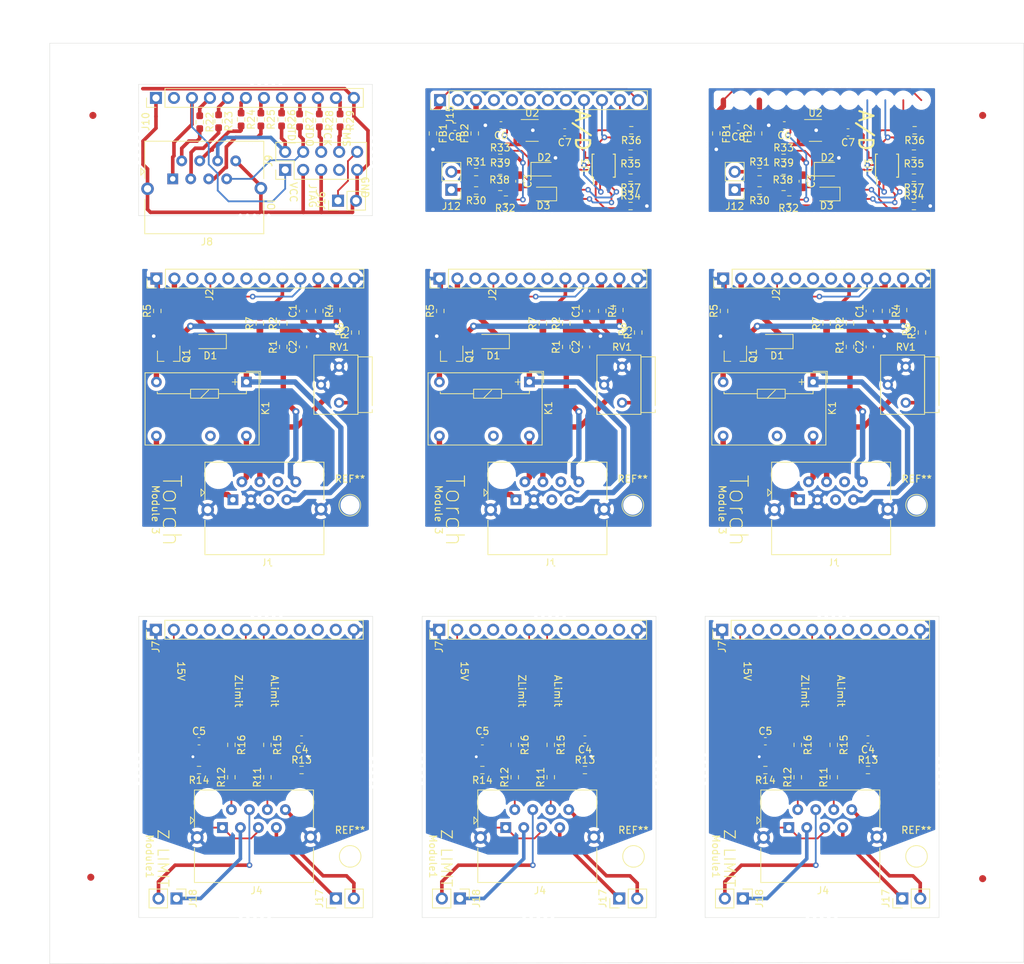
<source format=kicad_pcb>
(kicad_pcb (version 20171130) (host pcbnew "(5.1.8)-1")
  (layers (0 F.Cu signal) (31 B.Cu signal) (34 B.Paste user) (35 F.Paste user) (36 B.SilkS user) (37 F.SilkS user) (38 B.Mask user) (39 F.Mask user) (44 Edge.Cuts user))
  (net 0 "")
  (net 1 "Net-(C1-Pad2)")
  (net 2 "Net-(C2-Pad2)")
  (net 3 "Net-(D1-Pad1)")
  (net 4 "Net-(D1-Pad2)")
  (net 5 "Net-(J1-Pad8)")
  (net 6 "Net-(J1-Pad6)")
  (net 7 "Net-(J1-Pad5)")
  (net 8 "Net-(J1-Pad4)")
  (net 9 "Net-(J1-Pad2)")
  (net 10 "Net-(J1-Pad1)")
  (net 11 "Net-(J2-Pad3)")
  (net 12 "Net-(J2-Pad4)")
  (net 13 "Net-(J2-Pad5)")
  (net 14 "Net-(J2-Pad6)")
  (net 15 "Net-(J2-Pad7)")
  (net 16 "Net-(J2-Pad11)")
  (net 17 "Net-(K1-Pad10)")
  (net 18 "Net-(Q1-Pad1)")
  (net 19 "Net-(C4-Pad2)")
  (net 20 "Net-(C5-Pad2)")
  (net 21 "Net-(J4-Pad6)")
  (net 22 "Net-(J4-Pad1)")
  (net 23 "Net-(J4-Pad2)")
  (net 24 "Net-(J7-Pad3)")
  (net 25 "Net-(J7-Pad4)")
  (net 26 "Net-(J7-Pad5)")
  (net 27 "Net-(J7-Pad8)")
  (net 28 "Net-(J7-Pad9)")
  (net 29 "Net-(J7-Pad10)")
  (net 30 "Net-(J7-Pad11)")
  (net 31 "Net-(R11-Pad2)")
  (net 32 "Net-(R12-Pad2)")
  (net 33 "Net-(C4-Pad1)")
  (net 34 "Net-(C1-Pad1)")
  (net 35 "Net-(J10-Pad3)")
  (net 36 "Net-(J10-Pad8)")
  (net 37 "Net-(J10-Pad1)")
  (net 38 "Net-(J10-Pad9)")
  (net 39 "Net-(J10-Pad10)")
  (net 40 "Net-(J10-Pad11)")
  (net 41 "Net-(J10-Pad2)")
  (net 42 "Net-(J10-Pad4)")
  (net 43 "Net-(J10-Pad5)")
  (net 44 "Net-(J10-Pad6)")
  (net 45 "Net-(J10-Pad7)")
  (net 46 "Net-(J9-Pad7)")
  (net 47 "Net-(J2-Pad8)")
  (net 48 "Net-(R3-Pad2)")
  (net 49 "Net-(J8-Pad2)")
  (net 50 "Net-(J8-Pad3)")
  (net 51 "Net-(J8-Pad4)")
  (net 52 "Net-(J8-Pad5)")
  (net 53 "Net-(J8-Pad6)")
  (net 54 "Net-(J8-Pad7)")
  (net 55 "Net-(J9-Pad6)")
  (net 56 "Net-(J9-Pad8)")
  (net 57 "Net-(C3-Pad1)")
  (net 58 "Net-(C3-Pad2)")
  (net 59 "Net-(C6-Pad2)")
  (net 60 "Net-(C6-Pad1)")
  (net 61 "Net-(C7-Pad1)")
  (net 62 "Net-(C8-Pad1)")
  (net 63 "Net-(C8-Pad2)")
  (net 64 "Net-(J12-Pad2)")
  (net 65 "Net-(J12-Pad1)")
  (net 66 "Net-(J15-Pad2)")
  (net 67 "Net-(J15-Pad4)")
  (net 68 "Net-(J15-Pad5)")
  (net 69 "Net-(J15-Pad6)")
  (net 70 "Net-(J15-Pad7)")
  (net 71 "Net-(J15-Pad8)")
  (net 72 "Net-(J15-Pad9)")
  (net 73 "Net-(J15-Pad10)")
  (net 74 "Net-(J15-Pad11)")
  (net 75 "Net-(R34-Pad1)")
  (net 76 "Net-(U2-Pad4)")
  (net 77 "Net-(U3-Pad6)")
  (net 78 "Net-(U3-Pad7)")
  (net 79 "Net-(D2-Pad1)")
  (net 80 "Net-(D3-Pad2)")
  (net 81 "Net-(J16-Pad1)")
  (net 82 "Net-(J18-Pad1)")
  (net 83 "Net-(J18-Pad2)")
  (net 84 "Net-(J17-Pad1)")
  (net 85 "Net-(J17-Pad2)")
  (module Resistor_SMD:R_0603_1608Metric_Pad0.98x0.95mm_HandSolder (layer F.Cu) (at 174.3 131.206 270)
    (fp_text reference R16 (at 0 -1.43 90) (layer F.SilkS))
    (fp_text value 10k)
    (pad 1 smd roundrect (at -0.9125 0 270) (size 0.975 0.95) (layers F.Cu F.Paste F.Mask) (net 20 "Net-(C5-Pad2)"))
    (pad 2 smd roundrect (at 0.9125 0 270) (size 0.975 0.95) (layers F.Cu F.Paste F.Mask) (net 32 "Net-(R12-Pad2)"))
  )
  (module Capacitor_SMD:C_0603_1608Metric_Pad1.08x0.95mm_HandSolder (layer F.Cu) (at 184.206 130.444 180)
    (fp_text reference C4 (at 0 -1.43) (layer F.SilkS))
    (fp_text value 1uf)
    (pad 1 smd roundrect (at -0.8625 0 180) (size 1.075 0.95) (layers F.Cu F.Paste F.Mask) (net 33 "Net-(C4-Pad1)"))
    (pad 2 smd roundrect (at 0.8625 0 180) (size 1.075 0.95) (layers F.Cu F.Paste F.Mask) (net 19 "Net-(C4-Pad2)"))
  )
  (module Resistor_SMD:R_0603_1608Metric_Pad0.98x0.95mm_HandSolder (layer F.Cu) (at 179.38 135.778 90)
    (fp_text reference R11 (at 0 -1.43 90) (layer F.SilkS))
    (fp_text value 3.3k)
    (pad 2 smd roundrect (at 0.9125 0 90) (size 0.975 0.95) (layers F.Cu F.Paste F.Mask) (net 31 "Net-(R11-Pad2)"))
    (pad 1 smd roundrect (at -0.9125 0 90) (size 0.975 0.95) (layers F.Cu F.Paste F.Mask) (net 21 "Net-(J4-Pad6)"))
  )
  (module Connector_PinHeader_2.54mm:PinHeader_1x12_P2.54mm_Vertical (layer F.Cu) (at 163.632 114.95 90)
    (fp_text reference J7 (at -2.413 0 90) (layer F.SilkS))
    (fp_text value Module1)
    (pad 1 thru_hole rect (at 0 0 90) (size 1.7 1.7) (drill 1) (layers *.Cu *.Mask) (net 33 "Net-(C4-Pad1)"))
    (pad 2 thru_hole oval (at 0 2.54 90) (size 1.7 1.7) (drill 1) (layers *.Cu *.Mask) (net 22 "Net-(J4-Pad1)"))
    (pad 3 thru_hole oval (at 0 5.08 90) (size 1.7 1.7) (drill 1) (layers *.Cu *.Mask) (net 24 "Net-(J7-Pad3)"))
    (pad 4 thru_hole oval (at 0 7.62 90) (size 1.7 1.7) (drill 1) (layers *.Cu *.Mask) (net 25 "Net-(J7-Pad4)"))
    (pad 5 thru_hole oval (at 0 10.16 90) (size 1.7 1.7) (drill 1) (layers *.Cu *.Mask) (net 26 "Net-(J7-Pad5)"))
    (pad 6 thru_hole oval (at 0 12.7 90) (size 1.7 1.7) (drill 1) (layers *.Cu *.Mask) (net 20 "Net-(C5-Pad2)"))
    (pad 7 thru_hole oval (at 0 15.24 90) (size 1.7 1.7) (drill 1) (layers *.Cu *.Mask) (net 19 "Net-(C4-Pad2)"))
    (pad 8 thru_hole oval (at 0 17.78 90) (size 1.7 1.7) (drill 1) (layers *.Cu *.Mask) (net 27 "Net-(J7-Pad8)"))
    (pad 9 thru_hole oval (at 0 20.32 90) (size 1.7 1.7) (drill 1) (layers *.Cu *.Mask) (net 28 "Net-(J7-Pad9)"))
    (pad 10 thru_hole oval (at 0 22.86 90) (size 1.7 1.7) (drill 1) (layers *.Cu *.Mask) (net 29 "Net-(J7-Pad10)"))
    (pad 11 thru_hole oval (at 0 25.4 90) (size 1.7 1.7) (drill 1) (layers *.Cu *.Mask) (net 30 "Net-(J7-Pad11)"))
    (pad 12 thru_hole oval (at 0 27.94 90) (size 1.7 1.7) (drill 1) (layers *.Cu *.Mask) (net 33 "Net-(C4-Pad1)"))
  )
  (module Resistor_SMD:R_0603_1608Metric_Pad0.98x0.95mm_HandSolder (layer F.Cu) (at 179.38 131.206 270)
    (fp_text reference R15 (at 0 -1.43 90) (layer F.SilkS))
    (fp_text value 10k)
    (pad 2 smd roundrect (at 0.9125 0 270) (size 0.975 0.95) (layers F.Cu F.Paste F.Mask) (net 31 "Net-(R11-Pad2)"))
    (pad 1 smd roundrect (at -0.9125 0 270) (size 0.975 0.95) (layers F.Cu F.Paste F.Mask) (net 19 "Net-(C4-Pad2)"))
  )
  (module Resistor_SMD:R_0603_1608Metric_Pad0.98x0.95mm_HandSolder (layer F.Cu) (at 169.728 134.762 180)
    (fp_text reference R14 (at 0 -1.43) (layer F.SilkS))
    (fp_text value 1k)
    (pad 2 smd roundrect (at 0.9125 0 180) (size 0.975 0.95) (layers F.Cu F.Paste F.Mask) (net 33 "Net-(C4-Pad1)"))
    (pad 1 smd roundrect (at -0.9125 0 180) (size 0.975 0.95) (layers F.Cu F.Paste F.Mask) (net 32 "Net-(R12-Pad2)"))
  )
  (module Modules:RJ45_Torb_Vertical (layer F.Cu) (at 173.03 141.874)
    (fp_text reference J4 (at 4.826 9.906) (layer F.SilkS))
    (fp_text value Limit)
    (pad 1 thru_hole rect (at 0 1.016) (size 1.524 1.524) (drill 0.762) (layers *.Cu *.Mask) (net 22 "Net-(J4-Pad1)"))
    (pad 2 thru_hole circle (at 1.27 -1.524) (size 1.524 1.524) (drill 0.762) (layers *.Cu *.Mask) (net 23 "Net-(J4-Pad2)"))
    (pad 3 thru_hole circle (at 2.54 1.016) (size 1.524 1.524) (drill 0.762) (layers *.Cu *.Mask) (net 82 "Net-(J18-Pad1)"))
    (pad 4 thru_hole circle (at 3.81 -1.524) (size 1.524 1.524) (drill 0.762) (layers *.Cu *.Mask) (net 83 "Net-(J18-Pad2)"))
    (pad 5 thru_hole circle (at 5.08 1.016) (size 1.524 1.524) (drill 0.762) (layers *.Cu *.Mask) (net 22 "Net-(J4-Pad1)"))
    (pad 6 thru_hole circle (at 6.35 -1.524) (size 1.524 1.524) (drill 0.762) (layers *.Cu *.Mask) (net 21 "Net-(J4-Pad6)"))
    (pad 7 thru_hole circle (at 7.62 1.016) (size 1.524 1.524) (drill 0.762) (layers *.Cu *.Mask) (net 84 "Net-(J17-Pad1)"))
    (pad 8 thru_hole circle (at 8.89 -1.524) (size 1.524 1.524) (drill 0.762) (layers *.Cu *.Mask) (net 85 "Net-(J17-Pad2)"))
    (pad 10 thru_hole circle (at -3.556 2.413) (size 1.778 1.778) (drill 1.016) (layers *.Cu *.Mask) (net 33 "Net-(C4-Pad1)"))
    (pad 9 thru_hole circle (at 12.446 2.3495) (size 1.778 1.778) (drill 1.016) (layers *.Cu *.Mask) (net 33 "Net-(C4-Pad1)"))
    (pad "" np_thru_hole circle (at -2.032 -2.54) (size 3.048 3.048) (drill 3.048) (layers *.Cu *.Mask))
    (pad "" np_thru_hole circle (at 10.922 -2.54) (size 3.048 3.048) (drill 3.048) (layers *.Cu *.Mask))
  )
  (module Resistor_SMD:R_0603_1608Metric_Pad0.98x0.95mm_HandSolder (layer F.Cu) (at 184.206 134.762)
    (fp_text reference R13 (at 0 -1.43) (layer F.SilkS))
    (fp_text value 1k)
    (pad 1 smd roundrect (at -0.9125 0) (size 0.975 0.95) (layers F.Cu F.Paste F.Mask) (net 31 "Net-(R11-Pad2)"))
    (pad 2 smd roundrect (at 0.9125 0) (size 0.975 0.95) (layers F.Cu F.Paste F.Mask) (net 33 "Net-(C4-Pad1)"))
  )
  (module Connector_PinHeader_2.54mm:PinHeader_1x02_P2.54mm_Vertical (layer F.Cu) (at 166.55 152.9 270)
    (fp_text reference J18 (at 0 -2.33 90) (layer F.SilkS))
    (fp_text value Reset)
    (pad 2 thru_hole oval (at 0 2.54 270) (size 1.7 1.7) (drill 1) (layers *.Cu *.Mask) (net 83 "Net-(J18-Pad2)"))
    (pad 1 thru_hole rect (at 0 0 270) (size 1.7 1.7) (drill 1) (layers *.Cu *.Mask) (net 82 "Net-(J18-Pad1)"))
  )
  (module Connector_PinHeader_2.54mm:PinHeader_1x02_P2.54mm_Vertical (layer F.Cu) (at 189.05 152.9 90)
    (fp_text reference J17 (at 0 -2.33 90) (layer F.SilkS))
    (fp_text value Reset)
    (pad 1 thru_hole rect (at 0 0 90) (size 1.7 1.7) (drill 1) (layers *.Cu *.Mask) (net 84 "Net-(J17-Pad1)"))
    (pad 2 thru_hole oval (at 0 2.54 90) (size 1.7 1.7) (drill 1) (layers *.Cu *.Mask) (net 85 "Net-(J17-Pad2)"))
  )
  (module Resistor_SMD:R_0603_1608Metric_Pad0.98x0.95mm_HandSolder (layer F.Cu) (at 174.3 135.778 90)
    (fp_text reference R12 (at 0 -1.43 90) (layer F.SilkS))
    (fp_text value 3.3k)
    (pad 1 smd roundrect (at -0.9125 0 90) (size 0.975 0.95) (layers F.Cu F.Paste F.Mask) (net 23 "Net-(J4-Pad2)"))
    (pad 2 smd roundrect (at 0.9125 0 90) (size 0.975 0.95) (layers F.Cu F.Paste F.Mask) (net 32 "Net-(R12-Pad2)"))
  )
  (module MountingHole:MountingHole_2.7mm (layer F.Cu) (at 191.05 146.95)
    (fp_text reference REF** (at 0 -3.7) (layer F.SilkS))
    (fp_text value MountingHole_2.7mm)
    (pad 1 np_thru_hole circle (at 0 0) (size 2.7 2.7) (drill 2.7) (layers *.Cu *.Mask))
  )
  (module Capacitor_SMD:C_0603_1608Metric_Pad1.08x0.95mm_HandSolder (layer F.Cu) (at 169.728 130.698)
    (fp_text reference C5 (at 0 -1.43) (layer F.SilkS))
    (fp_text value 1uf)
    (pad 2 smd roundrect (at 0.8625 0) (size 1.075 0.95) (layers F.Cu F.Paste F.Mask) (net 20 "Net-(C5-Pad2)"))
    (pad 1 smd roundrect (at -0.8625 0) (size 1.075 0.95) (layers F.Cu F.Paste F.Mask) (net 33 "Net-(C4-Pad1)"))
  )
  (module Resistor_SMD:R_0603_1608Metric_Pad0.98x0.95mm_HandSolder (layer F.Cu) (at 134.35 131.206 270)
    (fp_text reference R16 (at 0 -1.43 90) (layer F.SilkS))
    (fp_text value 10k)
    (pad 2 smd roundrect (at 0.9125 0 270) (size 0.975 0.95) (layers F.Cu F.Paste F.Mask) (net 32 "Net-(R12-Pad2)"))
    (pad 1 smd roundrect (at -0.9125 0 270) (size 0.975 0.95) (layers F.Cu F.Paste F.Mask) (net 20 "Net-(C5-Pad2)"))
  )
  (module Resistor_SMD:R_0603_1608Metric_Pad0.98x0.95mm_HandSolder (layer F.Cu) (at 129.778 134.762 180)
    (fp_text reference R14 (at 0 -1.43) (layer F.SilkS))
    (fp_text value 1k)
    (pad 1 smd roundrect (at -0.9125 0 180) (size 0.975 0.95) (layers F.Cu F.Paste F.Mask) (net 32 "Net-(R12-Pad2)"))
    (pad 2 smd roundrect (at 0.9125 0 180) (size 0.975 0.95) (layers F.Cu F.Paste F.Mask) (net 33 "Net-(C4-Pad1)"))
  )
  (module Resistor_SMD:R_0603_1608Metric_Pad0.98x0.95mm_HandSolder (layer F.Cu) (at 134.35 135.778 90)
    (fp_text reference R12 (at 0 -1.43 90) (layer F.SilkS))
    (fp_text value 3.3k)
    (pad 2 smd roundrect (at 0.9125 0 90) (size 0.975 0.95) (layers F.Cu F.Paste F.Mask) (net 32 "Net-(R12-Pad2)"))
    (pad 1 smd roundrect (at -0.9125 0 90) (size 0.975 0.95) (layers F.Cu F.Paste F.Mask) (net 23 "Net-(J4-Pad2)"))
  )
  (module Resistor_SMD:R_0603_1608Metric_Pad0.98x0.95mm_HandSolder (layer F.Cu) (at 139.43 135.778 90)
    (fp_text reference R11 (at 0 -1.43 90) (layer F.SilkS))
    (fp_text value 3.3k)
    (pad 1 smd roundrect (at -0.9125 0 90) (size 0.975 0.95) (layers F.Cu F.Paste F.Mask) (net 21 "Net-(J4-Pad6)"))
    (pad 2 smd roundrect (at 0.9125 0 90) (size 0.975 0.95) (layers F.Cu F.Paste F.Mask) (net 31 "Net-(R11-Pad2)"))
  )
  (module Modules:RJ45_Torb_Vertical (layer F.Cu) (at 133.08 141.874)
    (fp_text reference J4 (at 4.826 9.906) (layer F.SilkS))
    (fp_text value Limit)
    (pad "" np_thru_hole circle (at 10.922 -2.54) (size 3.048 3.048) (drill 3.048) (layers *.Cu *.Mask))
    (pad "" np_thru_hole circle (at -2.032 -2.54) (size 3.048 3.048) (drill 3.048) (layers *.Cu *.Mask))
    (pad 9 thru_hole circle (at 12.446 2.3495) (size 1.778 1.778) (drill 1.016) (layers *.Cu *.Mask) (net 33 "Net-(C4-Pad1)"))
    (pad 10 thru_hole circle (at -3.556 2.413) (size 1.778 1.778) (drill 1.016) (layers *.Cu *.Mask) (net 33 "Net-(C4-Pad1)"))
    (pad 8 thru_hole circle (at 8.89 -1.524) (size 1.524 1.524) (drill 0.762) (layers *.Cu *.Mask) (net 85 "Net-(J17-Pad2)"))
    (pad 7 thru_hole circle (at 7.62 1.016) (size 1.524 1.524) (drill 0.762) (layers *.Cu *.Mask) (net 84 "Net-(J17-Pad1)"))
    (pad 6 thru_hole circle (at 6.35 -1.524) (size 1.524 1.524) (drill 0.762) (layers *.Cu *.Mask) (net 21 "Net-(J4-Pad6)"))
    (pad 5 thru_hole circle (at 5.08 1.016) (size 1.524 1.524) (drill 0.762) (layers *.Cu *.Mask) (net 22 "Net-(J4-Pad1)"))
    (pad 4 thru_hole circle (at 3.81 -1.524) (size 1.524 1.524) (drill 0.762) (layers *.Cu *.Mask) (net 83 "Net-(J18-Pad2)"))
    (pad 3 thru_hole circle (at 2.54 1.016) (size 1.524 1.524) (drill 0.762) (layers *.Cu *.Mask) (net 82 "Net-(J18-Pad1)"))
    (pad 2 thru_hole circle (at 1.27 -1.524) (size 1.524 1.524) (drill 0.762) (layers *.Cu *.Mask) (net 23 "Net-(J4-Pad2)"))
    (pad 1 thru_hole rect (at 0 1.016) (size 1.524 1.524) (drill 0.762) (layers *.Cu *.Mask) (net 22 "Net-(J4-Pad1)"))
  )
  (module Resistor_SMD:R_0603_1608Metric_Pad0.98x0.95mm_HandSolder (layer F.Cu) (at 144.256 134.762)
    (fp_text reference R13 (at 0 -1.43) (layer F.SilkS))
    (fp_text value 1k)
    (pad 2 smd roundrect (at 0.9125 0) (size 0.975 0.95) (layers F.Cu F.Paste F.Mask) (net 33 "Net-(C4-Pad1)"))
    (pad 1 smd roundrect (at -0.9125 0) (size 0.975 0.95) (layers F.Cu F.Paste F.Mask) (net 31 "Net-(R11-Pad2)"))
  )
  (module Capacitor_SMD:C_0603_1608Metric_Pad1.08x0.95mm_HandSolder (layer F.Cu) (at 129.778 130.698)
    (fp_text reference C5 (at 0 -1.43) (layer F.SilkS))
    (fp_text value 1uf)
    (pad 1 smd roundrect (at -0.8625 0) (size 1.075 0.95) (layers F.Cu F.Paste F.Mask) (net 33 "Net-(C4-Pad1)"))
    (pad 2 smd roundrect (at 0.8625 0) (size 1.075 0.95) (layers F.Cu F.Paste F.Mask) (net 20 "Net-(C5-Pad2)"))
  )
  (module Resistor_SMD:R_0603_1608Metric_Pad0.98x0.95mm_HandSolder (layer F.Cu) (at 139.43 131.206 270)
    (fp_text reference R15 (at 0 -1.43 90) (layer F.SilkS))
    (fp_text value 10k)
    (pad 1 smd roundrect (at -0.9125 0 270) (size 0.975 0.95) (layers F.Cu F.Paste F.Mask) (net 19 "Net-(C4-Pad2)"))
    (pad 2 smd roundrect (at 0.9125 0 270) (size 0.975 0.95) (layers F.Cu F.Paste F.Mask) (net 31 "Net-(R11-Pad2)"))
  )
  (module Capacitor_SMD:C_0603_1608Metric_Pad1.08x0.95mm_HandSolder (layer F.Cu) (at 144.256 130.444 180)
    (fp_text reference C4 (at 0 -1.43) (layer F.SilkS))
    (fp_text value 1uf)
    (pad 2 smd roundrect (at 0.8625 0 180) (size 1.075 0.95) (layers F.Cu F.Paste F.Mask) (net 19 "Net-(C4-Pad2)"))
    (pad 1 smd roundrect (at -0.8625 0 180) (size 1.075 0.95) (layers F.Cu F.Paste F.Mask) (net 33 "Net-(C4-Pad1)"))
  )
  (module Connector_PinHeader_2.54mm:PinHeader_1x12_P2.54mm_Vertical (layer F.Cu) (at 123.682 114.95 90)
    (fp_text reference J7 (at -2.413 0 90) (layer F.SilkS))
    (fp_text value Module1)
    (pad 12 thru_hole oval (at 0 27.94 90) (size 1.7 1.7) (drill 1) (layers *.Cu *.Mask) (net 33 "Net-(C4-Pad1)"))
    (pad 11 thru_hole oval (at 0 25.4 90) (size 1.7 1.7) (drill 1) (layers *.Cu *.Mask) (net 30 "Net-(J7-Pad11)"))
    (pad 10 thru_hole oval (at 0 22.86 90) (size 1.7 1.7) (drill 1) (layers *.Cu *.Mask) (net 29 "Net-(J7-Pad10)"))
    (pad 9 thru_hole oval (at 0 20.32 90) (size 1.7 1.7) (drill 1) (layers *.Cu *.Mask) (net 28 "Net-(J7-Pad9)"))
    (pad 8 thru_hole oval (at 0 17.78 90) (size 1.7 1.7) (drill 1) (layers *.Cu *.Mask) (net 27 "Net-(J7-Pad8)"))
    (pad 7 thru_hole oval (at 0 15.24 90) (size 1.7 1.7) (drill 1) (layers *.Cu *.Mask) (net 19 "Net-(C4-Pad2)"))
    (pad 6 thru_hole oval (at 0 12.7 90) (size 1.7 1.7) (drill 1) (layers *.Cu *.Mask) (net 20 "Net-(C5-Pad2)"))
    (pad 5 thru_hole oval (at 0 10.16 90) (size 1.7 1.7) (drill 1) (layers *.Cu *.Mask) (net 26 "Net-(J7-Pad5)"))
    (pad 4 thru_hole oval (at 0 7.62 90) (size 1.7 1.7) (drill 1) (layers *.Cu *.Mask) (net 25 "Net-(J7-Pad4)"))
    (pad 3 thru_hole oval (at 0 5.08 90) (size 1.7 1.7) (drill 1) (layers *.Cu *.Mask) (net 24 "Net-(J7-Pad3)"))
    (pad 2 thru_hole oval (at 0 2.54 90) (size 1.7 1.7) (drill 1) (layers *.Cu *.Mask) (net 22 "Net-(J4-Pad1)"))
    (pad 1 thru_hole rect (at 0 0 90) (size 1.7 1.7) (drill 1) (layers *.Cu *.Mask) (net 33 "Net-(C4-Pad1)"))
  )
  (module Connector_PinHeader_2.54mm:PinHeader_1x02_P2.54mm_Vertical (layer F.Cu) (at 126.6 152.9 270)
    (fp_text reference J18 (at 0 -2.33 90) (layer F.SilkS))
    (fp_text value Reset)
    (pad 1 thru_hole rect (at 0 0 270) (size 1.7 1.7) (drill 1) (layers *.Cu *.Mask) (net 82 "Net-(J18-Pad1)"))
    (pad 2 thru_hole oval (at 0 2.54 270) (size 1.7 1.7) (drill 1) (layers *.Cu *.Mask) (net 83 "Net-(J18-Pad2)"))
  )
  (module Connector_PinHeader_2.54mm:PinHeader_1x02_P2.54mm_Vertical (layer F.Cu) (at 149.1 152.9 90)
    (fp_text reference J17 (at 0 -2.33 90) (layer F.SilkS))
    (fp_text value Reset)
    (pad 2 thru_hole oval (at 0 2.54 90) (size 1.7 1.7) (drill 1) (layers *.Cu *.Mask) (net 85 "Net-(J17-Pad2)"))
    (pad 1 thru_hole rect (at 0 0 90) (size 1.7 1.7) (drill 1) (layers *.Cu *.Mask) (net 84 "Net-(J17-Pad1)"))
  )
  (module MountingHole:MountingHole_2.7mm (layer F.Cu) (at 151.1 146.95)
    (fp_text reference REF** (at 0 -3.7) (layer F.SilkS))
    (fp_text value MountingHole_2.7mm)
    (pad 1 np_thru_hole circle (at 0 0) (size 2.7 2.7) (drill 2.7) (layers *.Cu *.Mask))
  )
  (module Resistor_SMD:R_0603_1608Metric_Pad0.98x0.95mm_HandSolder (layer F.Cu) (at 172.3 50.1)
    (fp_text reference R39 (at 0 -1.1) (layer F.SilkS))
    (fp_text value 200)
    (pad 1 smd roundrect (at -0.9125 0) (size 0.975 0.95) (layers F.Cu F.Paste F.Mask) (net 58 "Net-(C3-Pad2)"))
    (pad 2 smd roundrect (at 0.9125 0) (size 0.975 0.95) (layers F.Cu F.Paste F.Mask) (net 79 "Net-(D2-Pad1)"))
  )
  (module Connector_PinHeader_2.54mm:PinHeader_1x02_P2.54mm_Vertical (layer F.Cu) (at 165.4 52.8 180)
    (fp_text reference J12 (at 0 -2.33) (layer F.SilkS))
    (fp_text value Conn_01x02_Male)
    (pad 1 thru_hole rect (at 0 0 180) (size 1.7 1.7) (drill 1) (layers *.Cu *.Mask) (net 65 "Net-(J12-Pad1)"))
    (pad 2 thru_hole oval (at 0 2.54 180) (size 1.7 1.7) (drill 1) (layers *.Cu *.Mask) (net 64 "Net-(J12-Pad2)"))
  )
  (module Resistor_SMD:R_0603_1608Metric_Pad0.98x0.95mm_HandSolder (layer F.Cu) (at 162.8 44.85 270)
    (fp_text reference FB1 (at 0 -1.43 90) (layer F.SilkS))
    (fp_text value BLM18HE152SN1D)
    (pad 1 smd roundrect (at -0.9125 0 270) (size 0.975 0.95) (layers F.Cu F.Paste F.Mask) (net 63 "Net-(C8-Pad2)"))
    (pad 2 smd roundrect (at 0.9125 0 270) (size 0.975 0.95) (layers F.Cu F.Paste F.Mask) (net 59 "Net-(C6-Pad2)"))
  )
  (module Diode_SMD:D_0805_2012Metric_Pad1.15x1.40mm_HandSolder (layer F.Cu) (at 178.4 53.4 180)
    (fp_text reference D3 (at 0 -1.65) (layer F.SilkS))
    (fp_text value MSCD104H)
    (pad 1 smd roundrect (at -1.025 0 180) (size 1.15 1.4) (layers F.Cu F.Paste F.Mask) (roundrect_rratio 0.217391) (net 61 "Net-(C7-Pad1)"))
    (pad 2 smd roundrect (at 1.025 0 180) (size 1.15 1.4) (layers F.Cu F.Paste F.Mask) (roundrect_rratio 0.217391) (net 80 "Net-(D3-Pad2)"))
  )
  (module Capacitor_SMD:C_0603_1608Metric_Pad1.08x0.95mm_HandSolder (layer F.Cu) (at 172.4 43.7 180)
    (fp_text reference C6 (at 0 -1.43) (layer F.SilkS))
    (fp_text value 1uf)
    (pad 1 smd roundrect (at -0.8625 0 180) (size 1.075 0.95) (layers F.Cu F.Paste F.Mask) (net 60 "Net-(C6-Pad1)"))
    (pad 2 smd roundrect (at 0.8625 0 180) (size 1.075 0.95) (layers F.Cu F.Paste F.Mask) (net 59 "Net-(C6-Pad2)"))
  )
  (module Resistor_SMD:R_0603_1608Metric_Pad0.98x0.95mm_HandSolder (layer F.Cu) (at 168.7 44.85 90)
    (fp_text reference FB2 (at 0 -1.43 90) (layer F.SilkS))
    (fp_text value ~)
    (pad 2 smd roundrect (at 0.9125 0 90) (size 0.975 0.95) (layers F.Cu F.Paste F.Mask) (net 62 "Net-(C8-Pad1)"))
    (pad 1 smd roundrect (at -0.9125 0 90) (size 0.975 0.95) (layers F.Cu F.Paste F.Mask) (net 61 "Net-(C7-Pad1)"))
  )
  (module Package_SO:TSSOP-10_3x3mm_P0.5mm (layer F.Cu) (at 186.9 49.4 90)
    (fp_text reference U3 (at 0 -2.55 90) (layer F.SilkS))
    (fp_text value ADS1115IDGS)
    (pad 10 smd rect (at 2.15 -1 90) (size 1.1 0.25) (layers F.Cu F.Paste F.Mask) (net 74 "Net-(J15-Pad11)"))
    (pad 9 smd rect (at 2.15 -0.5 90) (size 1.1 0.25) (layers F.Cu F.Paste F.Mask) (net 73 "Net-(J15-Pad10)"))
    (pad 8 smd rect (at 2.15 0 90) (size 1.1 0.25) (layers F.Cu F.Paste F.Mask) (net 61 "Net-(C7-Pad1)"))
    (pad 7 smd rect (at 2.15 0.5 90) (size 1.1 0.25) (layers F.Cu F.Paste F.Mask) (net 78 "Net-(U3-Pad7)"))
    (pad 6 smd rect (at 2.15 1 90) (size 1.1 0.25) (layers F.Cu F.Paste F.Mask) (net 77 "Net-(U3-Pad6)"))
    (pad 5 smd rect (at -2.15 1 90) (size 1.1 0.25) (layers F.Cu F.Paste F.Mask) (net 58 "Net-(C3-Pad2)"))
    (pad 4 smd rect (at -2.15 0.5 90) (size 1.1 0.25) (layers F.Cu F.Paste F.Mask) (net 57 "Net-(C3-Pad1)"))
    (pad 3 smd rect (at -2.15 0 90) (size 1.1 0.25) (layers F.Cu F.Paste F.Mask) (net 59 "Net-(C6-Pad2)"))
    (pad 2 smd rect (at -2.15 -0.5 90) (size 1.1 0.25) (layers F.Cu F.Paste F.Mask) (net 72 "Net-(J15-Pad9)"))
    (pad 1 smd rect (at -2.15 -1 90) (size 1.1 0.25) (layers F.Cu F.Paste F.Mask) (net 75 "Net-(R34-Pad1)"))
  )
  (module Resistor_SMD:R_0603_1608Metric_Pad0.98x0.95mm_HandSolder (layer F.Cu) (at 172.3 52.4)
    (fp_text reference R38 (at -0.1 -1) (layer F.SilkS))
    (fp_text value 200)
    (pad 2 smd roundrect (at 0.9125 0) (size 0.975 0.95) (layers F.Cu F.Paste F.Mask) (net 80 "Net-(D3-Pad2)"))
    (pad 1 smd roundrect (at -0.9125 0) (size 0.975 0.95) (layers F.Cu F.Paste F.Mask) (net 57 "Net-(C3-Pad1)"))
  )
  (module Resistor_SMD:R_0603_1608Metric_Pad0.98x0.95mm_HandSolder (layer F.Cu) (at 190.7 47.7 180)
    (fp_text reference R35 (at 0 -1.43) (layer F.SilkS))
    (fp_text value 2.4K)
    (pad 2 smd roundrect (at 0.9125 0 180) (size 0.975 0.95) (layers F.Cu F.Paste F.Mask) (net 73 "Net-(J15-Pad10)"))
    (pad 1 smd roundrect (at -0.9125 0 180) (size 0.975 0.95) (layers F.Cu F.Paste F.Mask) (net 61 "Net-(C7-Pad1)"))
  )
  (module Resistor_SMD:R_0603_1608Metric_Pad0.98x0.95mm_HandSolder (layer F.Cu) (at 168.9 52.9 180)
    (fp_text reference R30 (at 0 -1.43) (layer F.SilkS))
    (fp_text value 1k)
    (pad 2 smd roundrect (at 0.9125 0 180) (size 0.975 0.95) (layers F.Cu F.Paste F.Mask) (net 65 "Net-(J12-Pad1)"))
    (pad 1 smd roundrect (at -0.9125 0 180) (size 0.975 0.95) (layers F.Cu F.Paste F.Mask) (net 80 "Net-(D3-Pad2)"))
  )
  (module Resistor_SMD:R_0603_1608Metric_Pad0.98x0.95mm_HandSolder (layer F.Cu) (at 173.1 54.2 180)
    (fp_text reference R32 (at 0.1 -1.2) (layer F.SilkS))
    (fp_text value 1k)
    (pad 2 smd roundrect (at 0.9125 0 180) (size 0.975 0.95) (layers F.Cu F.Paste F.Mask) (net 57 "Net-(C3-Pad1)"))
    (pad 1 smd roundrect (at -0.9125 0 180) (size 0.975 0.95) (layers F.Cu F.Paste F.Mask) (net 60 "Net-(C6-Pad1)"))
  )
  (module Capacitor_SMD:C_0603_1608Metric_Pad1.08x0.95mm_HandSolder (layer F.Cu) (at 175 51.6 90)
    (fp_text reference C3 (at 0 1.2 90) (layer F.SilkS))
    (fp_text value 22nf)
    (pad 2 smd roundrect (at 0.8625 0 90) (size 1.075 0.95) (layers F.Cu F.Paste F.Mask) (net 58 "Net-(C3-Pad2)"))
    (pad 1 smd roundrect (at -0.8625 0 90) (size 1.075 0.95) (layers F.Cu F.Paste F.Mask) (net 57 "Net-(C3-Pad1)"))
  )
  (module Resistor_SMD:R_0603_1608Metric_Pad0.98x0.95mm_HandSolder (layer F.Cu) (at 190.8 44.4 180)
    (fp_text reference R36 (at 0 -1.43) (layer F.SilkS))
    (fp_text value 2.4K)
    (pad 2 smd roundrect (at 0.9125 0 180) (size 0.975 0.95) (layers F.Cu F.Paste F.Mask) (net 74 "Net-(J15-Pad11)"))
    (pad 1 smd roundrect (at -0.9125 0 180) (size 0.975 0.95) (layers F.Cu F.Paste F.Mask) (net 61 "Net-(C7-Pad1)"))
  )
  (module Resistor_SMD:R_0603_1608Metric_Pad0.98x0.95mm_HandSolder (layer F.Cu) (at 168.9 50.3)
    (fp_text reference R31 (at 0 -1.43) (layer F.SilkS))
    (fp_text value 2k)
    (pad 1 smd roundrect (at -0.9125 0) (size 0.975 0.95) (layers F.Cu F.Paste F.Mask) (net 64 "Net-(J12-Pad2)"))
    (pad 2 smd roundrect (at 0.9125 0) (size 0.975 0.95) (layers F.Cu F.Paste F.Mask) (net 79 "Net-(D2-Pad1)"))
  )
  (module Package_TO_SOT_SMD:TSOT-23-5 (layer F.Cu) (at 176.8 44.4)
    (fp_text reference U2 (at 0 -2.45) (layer F.SilkS))
    (fp_text value NCV8114ASN150T1G)
    (pad 5 smd rect (at 1.31 -0.95) (size 1.22 0.65) (layers F.Cu F.Paste F.Mask) (net 60 "Net-(C6-Pad1)"))
    (pad 4 smd rect (at 1.31 0.95) (size 1.22 0.65) (layers F.Cu F.Paste F.Mask) (net 76 "Net-(U2-Pad4)"))
    (pad 3 smd rect (at -1.31 0.95) (size 1.22 0.65) (layers F.Cu F.Paste F.Mask) (net 61 "Net-(C7-Pad1)"))
    (pad 2 smd rect (at -1.31 0) (size 1.22 0.65) (layers F.Cu F.Paste F.Mask) (net 59 "Net-(C6-Pad2)"))
    (pad 1 smd rect (at -1.31 -0.95) (size 1.22 0.65) (layers F.Cu F.Paste F.Mask) (net 61 "Net-(C7-Pad1)"))
  )
  (module Diode_SMD:D_0805_2012Metric_Pad1.15x1.40mm_HandSolder (layer F.Cu) (at 178.5 49.9)
    (fp_text reference D2 (at 0 -1.65) (layer F.SilkS))
    (fp_text value MSCD104H)
    (pad 2 smd roundrect (at 1.025 0) (size 1.15 1.4) (layers F.Cu F.Paste F.Mask) (roundrect_rratio 0.217391) (net 59 "Net-(C6-Pad2)"))
    (pad 1 smd roundrect (at -1.025 0) (size 1.15 1.4) (layers F.Cu F.Paste F.Mask) (roundrect_rratio 0.217391) (net 79 "Net-(D2-Pad1)"))
  )
  (module Resistor_SMD:R_0603_1608Metric_Pad0.98x0.95mm_HandSolder (layer F.Cu) (at 190.7 51.1 180)
    (fp_text reference R37 (at 0 -1.43) (layer F.SilkS))
    (fp_text value 2.4K)
    (pad 1 smd roundrect (at -0.9125 0 180) (size 0.975 0.95) (layers F.Cu F.Paste F.Mask) (net 61 "Net-(C7-Pad1)"))
    (pad 2 smd roundrect (at 0.9125 0 180) (size 0.975 0.95) (layers F.Cu F.Paste F.Mask) (net 72 "Net-(J15-Pad9)"))
  )
  (module Resistor_SMD:R_0603_1608Metric_Pad0.98x0.95mm_HandSolder (layer F.Cu) (at 172.3 48.3)
    (fp_text reference R33 (at 0 -1.43) (layer F.SilkS))
    (fp_text value 1k)
    (pad 1 smd roundrect (at -0.9125 0) (size 0.975 0.95) (layers F.Cu F.Paste F.Mask) (net 58 "Net-(C3-Pad2)"))
    (pad 2 smd roundrect (at 0.9125 0) (size 0.975 0.95) (layers F.Cu F.Paste F.Mask) (net 60 "Net-(C6-Pad1)"))
  )
  (module Capacitor_SMD:C_0603_1608Metric_Pad1.08x0.95mm_HandSolder (layer F.Cu) (at 165.9 43.9 180)
    (fp_text reference C8 (at 0 -1.43) (layer F.SilkS))
    (fp_text value 1uf)
    (pad 2 smd roundrect (at 0.8625 0 180) (size 1.075 0.95) (layers F.Cu F.Paste F.Mask) (net 63 "Net-(C8-Pad2)"))
    (pad 1 smd roundrect (at -0.8625 0 180) (size 1.075 0.95) (layers F.Cu F.Paste F.Mask) (net 62 "Net-(C8-Pad1)"))
  )
  (module Capacitor_SMD:C_0603_1608Metric_Pad1.08x0.95mm_HandSolder (layer F.Cu) (at 181.4 44.7 180)
    (fp_text reference C7 (at 0 -1.43) (layer F.SilkS))
    (fp_text value 100nf)
    (pad 1 smd roundrect (at -0.8625 0 180) (size 1.075 0.95) (layers F.Cu F.Paste F.Mask) (net 61 "Net-(C7-Pad1)"))
    (pad 2 smd roundrect (at 0.8625 0 180) (size 1.075 0.95) (layers F.Cu F.Paste F.Mask) (net 59 "Net-(C6-Pad2)"))
  )
  (module Resistor_SMD:R_0603_1608Metric_Pad0.98x0.95mm_HandSolder (layer F.Cu) (at 190.7 55.1)
    (fp_text reference R34 (at 0 -1.43) (layer F.SilkS))
    (fp_text value 2.4K)
    (pad 1 smd roundrect (at -0.9125 0) (size 0.975 0.95) (layers F.Cu F.Paste F.Mask) (net 75 "Net-(R34-Pad1)"))
    (pad 2 smd roundrect (at 0.9125 0) (size 0.975 0.95) (layers F.Cu F.Paste F.Mask) (net 59 "Net-(C6-Pad2)"))
  )
  (module MountingHole:MountingHole_2.7mm (layer F.Cu) (at 111.1 97.35)
    (fp_text reference REF** (at 0 -3.7) (layer F.SilkS))
    (fp_text value MountingHole_2.7mm)
    (pad 1 np_thru_hole circle (at 0 0) (size 2.7 2.7) (drill 2.7) (layers *.Cu *.Mask))
  )
  (module MountingHole:MountingHole_2.7mm (layer F.Cu) (at 151 97.35)
    (fp_text reference REF** (at 0 -3.7) (layer F.SilkS))
    (fp_text value MountingHole_2.7mm)
    (pad 1 np_thru_hole circle (at 0 0) (size 2.7 2.7) (drill 2.7) (layers *.Cu *.Mask))
  )
  (module MountingHole:MountingHole_2.7mm (layer F.Cu) (at 191.1 97.35)
    (fp_text reference REF** (at 0 -3.7) (layer F.SilkS))
    (fp_text value MountingHole_2.7mm)
    (pad 1 np_thru_hole circle (at 0 0) (size 2.7 2.7) (drill 2.7) (layers *.Cu *.Mask))
  )
  (module Modules:RJ45_Torb_Vertical (layer F.Cu) (at 174.56 95.576)
    (fp_text reference J1 (at 4.826 9.906) (layer F.SilkS))
    (fp_text value Torch)
    (pad "" np_thru_hole circle (at 10.922 -2.54) (size 3.048 3.048) (drill 3.048) (layers *.Cu *.Mask))
    (pad "" np_thru_hole circle (at -2.032 -2.54) (size 3.048 3.048) (drill 3.048) (layers *.Cu *.Mask))
    (pad 9 thru_hole circle (at 12.446 2.3495) (size 1.778 1.778) (drill 1.016) (layers *.Cu *.Mask) (net 34 "Net-(C1-Pad1)"))
    (pad 10 thru_hole circle (at -3.556 2.413) (size 1.778 1.778) (drill 1.016) (layers *.Cu *.Mask) (net 34 "Net-(C1-Pad1)"))
    (pad 8 thru_hole circle (at 8.89 -1.524) (size 1.524 1.524) (drill 0.762) (layers *.Cu *.Mask) (net 5 "Net-(J1-Pad8)"))
    (pad 7 thru_hole circle (at 7.62 1.016) (size 1.524 1.524) (drill 0.762) (layers *.Cu *.Mask) (net 3 "Net-(D1-Pad1)"))
    (pad 6 thru_hole circle (at 6.35 -1.524) (size 1.524 1.524) (drill 0.762) (layers *.Cu *.Mask) (net 6 "Net-(J1-Pad6)"))
    (pad 5 thru_hole circle (at 5.08 1.016) (size 1.524 1.524) (drill 0.762) (layers *.Cu *.Mask) (net 7 "Net-(J1-Pad5)"))
    (pad 4 thru_hole circle (at 3.81 -1.524) (size 1.524 1.524) (drill 0.762) (layers *.Cu *.Mask) (net 8 "Net-(J1-Pad4)"))
    (pad 3 thru_hole circle (at 2.54 1.016) (size 1.524 1.524) (drill 0.762) (layers *.Cu *.Mask) (net 34 "Net-(C1-Pad1)"))
    (pad 2 thru_hole circle (at 1.27 -1.524) (size 1.524 1.524) (drill 0.762) (layers *.Cu *.Mask) (net 9 "Net-(J1-Pad2)"))
    (pad 1 thru_hole rect (at 0 1.016) (size 1.524 1.524) (drill 0.762) (layers *.Cu *.Mask) (net 10 "Net-(J1-Pad1)"))
  )
  (module Resistor_SMD:R_0603_1608Metric_Pad0.98x0.95mm_HandSolder (layer F.Cu) (at 178.37 71.7 90)
    (fp_text reference R7 (at 0 -1.43 90) (layer F.SilkS))
    (fp_text value 200)
    (pad 2 smd roundrect (at 0.9125 0 90) (size 0.975 0.95) (layers F.Cu F.Paste F.Mask) (net 47 "Net-(J2-Pad8)"))
    (pad 1 smd roundrect (at -0.9125 0 90) (size 0.975 0.95) (layers F.Cu F.Paste F.Mask) (net 2 "Net-(C2-Pad2)"))
  )
  (module Connector_PinHeader_2.54mm:PinHeader_1x12_P2.54mm_Vertical (layer F.Cu) (at 163.765 65.35 90)
    (fp_text reference J2 (at -2.286 7.493 90) (layer F.SilkS))
    (fp_text value Module3)
    (pad 1 thru_hole rect (at 0 0 90) (size 1.7 1.7) (drill 1) (layers *.Cu *.Mask) (net 34 "Net-(C1-Pad1)"))
    (pad 2 thru_hole oval (at 0 2.54 90) (size 1.7 1.7) (drill 1) (layers *.Cu *.Mask) (net 3 "Net-(D1-Pad1)"))
    (pad 3 thru_hole oval (at 0 5.08 90) (size 1.7 1.7) (drill 1) (layers *.Cu *.Mask) (net 11 "Net-(J2-Pad3)"))
    (pad 4 thru_hole oval (at 0 7.62 90) (size 1.7 1.7) (drill 1) (layers *.Cu *.Mask) (net 12 "Net-(J2-Pad4)"))
    (pad 5 thru_hole oval (at 0 10.16 90) (size 1.7 1.7) (drill 1) (layers *.Cu *.Mask) (net 13 "Net-(J2-Pad5)"))
    (pad 6 thru_hole oval (at 0 12.7 90) (size 1.7 1.7) (drill 1) (layers *.Cu *.Mask) (net 14 "Net-(J2-Pad6)"))
    (pad 7 thru_hole oval (at 0 15.24 90) (size 1.7 1.7) (drill 1) (layers *.Cu *.Mask) (net 15 "Net-(J2-Pad7)"))
    (pad 8 thru_hole oval (at 0 17.78 90) (size 1.7 1.7) (drill 1) (layers *.Cu *.Mask) (net 47 "Net-(J2-Pad8)"))
    (pad 9 thru_hole oval (at 0 20.32 90) (size 1.7 1.7) (drill 1) (layers *.Cu *.Mask) (net 12 "Net-(J2-Pad4)"))
    (pad 10 thru_hole oval (at 0 22.86 90) (size 1.7 1.7) (drill 1) (layers *.Cu *.Mask) (net 1 "Net-(C1-Pad2)"))
    (pad 11 thru_hole oval (at 0 25.4 90) (size 1.7 1.7) (drill 1) (layers *.Cu *.Mask) (net 16 "Net-(J2-Pad11)"))
    (pad 12 thru_hole oval (at 0 27.94 90) (size 1.7 1.7) (drill 1) (layers *.Cu *.Mask) (net 34 "Net-(C1-Pad1)"))
  )
  (module Package_TO_SOT_SMD:SOT-23 (layer F.Cu) (at 165.4922 76.272 270)
    (fp_text reference Q1 (at 0 -2.5 90) (layer F.SilkS))
    (fp_text value IRLML2402)
    (pad 1 smd rect (at -1 -0.95 270) (size 0.9 0.8) (layers F.Cu F.Paste F.Mask) (net 18 "Net-(Q1-Pad1)"))
    (pad 2 smd rect (at -1 0.95 270) (size 0.9 0.8) (layers F.Cu F.Paste F.Mask) (net 34 "Net-(C1-Pad1)"))
    (pad 3 smd rect (at 1 0 270) (size 0.9 0.8) (layers F.Cu F.Paste F.Mask) (net 4 "Net-(D1-Pad2)"))
  )
  (module Relay_THT:Relay_SPDT_Omron_G6E (layer F.Cu) (at 176.465 79.955 270)
    (fp_text reference K1 (at 3.7 -2.7 270) (layer F.SilkS))
    (fp_text value G6E)
    (pad 1 thru_hole rect (at 0 0 180) (size 1.50114 1.50114) (drill 0.8001) (layers *.Cu *.Mask) (net 3 "Net-(D1-Pad1)"))
    (pad 12 thru_hole circle (at 7.62 0 180) (size 1.50114 1.50114) (drill 0.8001) (layers *.Cu *.Mask) (net 9 "Net-(J1-Pad2)"))
    (pad 10 thru_hole circle (at 7.62 5.08 180) (size 1.50114 1.50114) (drill 0.8001) (layers *.Cu *.Mask) (net 17 "Net-(K1-Pad10)"))
    (pad 6 thru_hole circle (at 0 12.7 180) (size 1.50114 1.50114) (drill 0.8001) (layers *.Cu *.Mask) (net 4 "Net-(D1-Pad2)"))
    (pad 7 thru_hole circle (at 7.62 12.7 180) (size 1.50114 1.50114) (drill 0.8001) (layers *.Cu *.Mask) (net 10 "Net-(J1-Pad1)"))
  )
  (module Capacitor_SMD:C_0603_1608Metric_Pad1.08x0.95mm_HandSolder (layer F.Cu) (at 184.466 75.002 90)
    (fp_text reference C2 (at 0 -1.43 90) (layer F.SilkS))
    (fp_text value 1uf)
    (pad 2 smd roundrect (at 0.8625 0 90) (size 1.075 0.95) (layers F.Cu F.Paste F.Mask) (net 2 "Net-(C2-Pad2)"))
    (pad 1 smd roundrect (at -0.8625 0 90) (size 1.075 0.95) (layers F.Cu F.Paste F.Mask) (net 34 "Net-(C1-Pad1)"))
  )
  (module Resistor_SMD:R_0603_1608Metric_Pad0.98x0.95mm_HandSolder (layer F.Cu) (at 181.672 75.002 90)
    (fp_text reference R1 (at 0 -1.43 90) (layer F.SilkS))
    (fp_text value 3.3K)
    (pad 1 smd roundrect (at -0.9125 0 90) (size 0.975 0.95) (layers F.Cu F.Paste F.Mask) (net 5 "Net-(J1-Pad8)"))
    (pad 2 smd roundrect (at 0.9125 0 90) (size 0.975 0.95) (layers F.Cu F.Paste F.Mask) (net 2 "Net-(C2-Pad2)"))
  )
  (module Resistor_SMD:R_0603_1608Metric_Pad0.98x0.95mm_HandSolder (layer F.Cu) (at 191.832 72.97 90)
    (fp_text reference R3 (at 0 -1.43 90) (layer F.SilkS))
    (fp_text value 3.3K)
    (pad 1 smd roundrect (at -0.9125 0 90) (size 0.975 0.95) (layers F.Cu F.Paste F.Mask) (net 8 "Net-(J1-Pad4)"))
    (pad 2 smd roundrect (at 0.9125 0 90) (size 0.975 0.95) (layers F.Cu F.Paste F.Mask) (net 48 "Net-(R3-Pad2)"))
  )
  (module Diode_SMD:D_SOD-123 (layer F.Cu) (at 171.385 74.24 180)
    (fp_text reference D1 (at 0 -2) (layer F.SilkS))
    (fp_text value D)
    (pad 1 smd rect (at -1.65 0 180) (size 0.9 1.2) (layers F.Cu F.Paste F.Mask) (net 3 "Net-(D1-Pad1)"))
    (pad 2 smd rect (at 1.65 0 180) (size 0.9 1.2) (layers F.Cu F.Paste F.Mask) (net 4 "Net-(D1-Pad2)"))
  )
  (module Potentiometer_THT:Potentiometer_Bourns_3339S_Horizontal (layer F.Cu) (at 189.546 77.796)
    (fp_text reference RV1 (at 0 -2.775) (layer F.SilkS))
    (fp_text value 2K)
    (pad 3 thru_hole circle (at 0 5.08) (size 1.44 1.44) (drill 0.8) (layers *.Cu *.Mask) (net 48 "Net-(R3-Pad2)"))
    (pad 2 thru_hole circle (at -2.54 2.54) (size 1.44 1.44) (drill 0.8) (layers *.Cu *.Mask) (net 34 "Net-(C1-Pad1)"))
    (pad 1 thru_hole circle (at 0 0) (size 1.44 1.44) (drill 0.8) (layers *.Cu *.Mask) (net 34 "Net-(C1-Pad1)"))
  )
  (module Resistor_SMD:R_0603_1608Metric_Pad0.98x0.95mm_HandSolder (layer F.Cu) (at 181.672 71.7 90)
    (fp_text reference R2 (at 0 -1.43 90) (layer F.SilkS))
    (fp_text value 1k)
    (pad 1 smd roundrect (at -0.9125 0 90) (size 0.975 0.95) (layers F.Cu F.Paste F.Mask) (net 2 "Net-(C2-Pad2)"))
    (pad 2 smd roundrect (at 0.9125 0 90) (size 0.975 0.95) (layers F.Cu F.Paste F.Mask) (net 34 "Net-(C1-Pad1)"))
  )
  (module Resistor_SMD:R_0603_1608Metric_Pad0.98x0.95mm_HandSolder (layer F.Cu) (at 189.165 69.795 270)
    (fp_text reference R6 (at 2.7178 -0.4826 90) (layer F.SilkS))
    (fp_text value 200)
    (pad 1 smd roundrect (at -0.9125 0 270) (size 0.975 0.95) (layers F.Cu F.Paste F.Mask) (net 16 "Net-(J2-Pad11)"))
    (pad 2 smd roundrect (at 0.9125 0 270) (size 0.975 0.95) (layers F.Cu F.Paste F.Mask) (net 18 "Net-(Q1-Pad1)"))
  )
  (module Resistor_SMD:R_0603_1608Metric_Pad0.98x0.95mm_HandSolder (layer F.Cu) (at 186.752 69.922 270)
    (fp_text reference R4 (at 0 -1.43 90) (layer F.SilkS))
    (fp_text value 10k)
    (pad 1 smd roundrect (at -0.9125 0 270) (size 0.975 0.95) (layers F.Cu F.Paste F.Mask) (net 1 "Net-(C1-Pad2)"))
    (pad 2 smd roundrect (at 0.9125 0 270) (size 0.975 0.95) (layers F.Cu F.Paste F.Mask) (net 48 "Net-(R3-Pad2)"))
  )
  (module Resistor_SMD:R_0603_1608Metric_Pad0.98x0.95mm_HandSolder (layer F.Cu) (at 163.892 69.922 90)
    (fp_text reference R5 (at 0 -1.43 90) (layer F.SilkS))
    (fp_text value 10k)
    (pad 2 smd roundrect (at 0.9125 0 90) (size 0.975 0.95) (layers F.Cu F.Paste F.Mask) (net 34 "Net-(C1-Pad1)"))
    (pad 1 smd roundrect (at -0.9125 0 90) (size 0.975 0.95) (layers F.Cu F.Paste F.Mask) (net 18 "Net-(Q1-Pad1)"))
  )
  (module Capacitor_SMD:C_0603_1608Metric_Pad1.08x0.95mm_HandSolder (layer F.Cu) (at 184.466 69.922 90)
    (fp_text reference C1 (at 0 -1.43 90) (layer F.SilkS))
    (fp_text value 100nf)
    (pad 1 smd roundrect (at -0.8625 0 90) (size 1.075 0.95) (layers F.Cu F.Paste F.Mask) (net 34 "Net-(C1-Pad1)"))
    (pad 2 smd roundrect (at 0.8625 0 90) (size 1.075 0.95) (layers F.Cu F.Paste F.Mask) (net 1 "Net-(C1-Pad2)"))
  )
  (module Package_TO_SOT_SMD:SOT-23 (layer F.Cu) (at 125.4422 76.272 270)
    (fp_text reference Q1 (at 0 -2.5 90) (layer F.SilkS))
    (fp_text value IRLML2402)
    (pad 3 smd rect (at 1 0 270) (size 0.9 0.8) (layers F.Cu F.Paste F.Mask) (net 4 "Net-(D1-Pad2)"))
    (pad 2 smd rect (at -1 0.95 270) (size 0.9 0.8) (layers F.Cu F.Paste F.Mask) (net 34 "Net-(C1-Pad1)"))
    (pad 1 smd rect (at -1 -0.95 270) (size 0.9 0.8) (layers F.Cu F.Paste F.Mask) (net 18 "Net-(Q1-Pad1)"))
  )
  (module Relay_THT:Relay_SPDT_Omron_G6E (layer F.Cu) (at 136.415 79.955 270)
    (fp_text reference K1 (at 3.7 -2.7 270) (layer F.SilkS))
    (fp_text value G6E)
    (pad 7 thru_hole circle (at 7.62 12.7 180) (size 1.50114 1.50114) (drill 0.8001) (layers *.Cu *.Mask) (net 10 "Net-(J1-Pad1)"))
    (pad 6 thru_hole circle (at 0 12.7 180) (size 1.50114 1.50114) (drill 0.8001) (layers *.Cu *.Mask) (net 4 "Net-(D1-Pad2)"))
    (pad 10 thru_hole circle (at 7.62 5.08 180) (size 1.50114 1.50114) (drill 0.8001) (layers *.Cu *.Mask) (net 17 "Net-(K1-Pad10)"))
    (pad 12 thru_hole circle (at 7.62 0 180) (size 1.50114 1.50114) (drill 0.8001) (layers *.Cu *.Mask) (net 9 "Net-(J1-Pad2)"))
    (pad 1 thru_hole rect (at 0 0 180) (size 1.50114 1.50114) (drill 0.8001) (layers *.Cu *.Mask) (net 3 "Net-(D1-Pad1)"))
  )
  (module Connector_PinHeader_2.54mm:PinHeader_1x12_P2.54mm_Vertical (layer F.Cu) (at 123.715 65.35 90)
    (fp_text reference J2 (at -2.286 7.493 90) (layer F.SilkS))
    (fp_text value Module3)
    (pad 12 thru_hole oval (at 0 27.94 90) (size 1.7 1.7) (drill 1) (layers *.Cu *.Mask) (net 34 "Net-(C1-Pad1)"))
    (pad 11 thru_hole oval (at 0 25.4 90) (size 1.7 1.7) (drill 1) (layers *.Cu *.Mask) (net 16 "Net-(J2-Pad11)"))
    (pad 10 thru_hole oval (at 0 22.86 90) (size 1.7 1.7) (drill 1) (layers *.Cu *.Mask) (net 1 "Net-(C1-Pad2)"))
    (pad 9 thru_hole oval (at 0 20.32 90) (size 1.7 1.7) (drill 1) (layers *.Cu *.Mask) (net 12 "Net-(J2-Pad4)"))
    (pad 8 thru_hole oval (at 0 17.78 90) (size 1.7 1.7) (drill 1) (layers *.Cu *.Mask) (net 47 "Net-(J2-Pad8)"))
    (pad 7 thru_hole oval (at 0 15.24 90) (size 1.7 1.7) (drill 1) (layers *.Cu *.Mask) (net 15 "Net-(J2-Pad7)"))
    (pad 6 thru_hole oval (at 0 12.7 90) (size 1.7 1.7) (drill 1) (layers *.Cu *.Mask) (net 14 "Net-(J2-Pad6)"))
    (pad 5 thru_hole oval (at 0 10.16 90) (size 1.7 1.7) (drill 1) (layers *.Cu *.Mask) (net 13 "Net-(J2-Pad5)"))
    (pad 4 thru_hole oval (at 0 7.62 90) (size 1.7 1.7) (drill 1) (layers *.Cu *.Mask) (net 12 "Net-(J2-Pad4)"))
    (pad 3 thru_hole oval (at 0 5.08 90) (size 1.7 1.7) (drill 1) (layers *.Cu *.Mask) (net 11 "Net-(J2-Pad3)"))
    (pad 2 thru_hole oval (at 0 2.54 90) (size 1.7 1.7) (drill 1) (layers *.Cu *.Mask) (net 3 "Net-(D1-Pad1)"))
    (pad 1 thru_hole rect (at 0 0 90) (size 1.7 1.7) (drill 1) (layers *.Cu *.Mask) (net 34 "Net-(C1-Pad1)"))
  )
  (module Resistor_SMD:R_0603_1608Metric_Pad0.98x0.95mm_HandSolder (layer F.Cu) (at 138.32 71.7 90)
    (fp_text reference R7 (at 0 -1.43 90) (layer F.SilkS))
    (fp_text value 200)
    (pad 1 smd roundrect (at -0.9125 0 90) (size 0.975 0.95) (layers F.Cu F.Paste F.Mask) (net 2 "Net-(C2-Pad2)"))
    (pad 2 smd roundrect (at 0.9125 0 90) (size 0.975 0.95) (layers F.Cu F.Paste F.Mask) (net 47 "Net-(J2-Pad8)"))
  )
  (module Modules:RJ45_Torb_Vertical (layer F.Cu) (at 134.51 95.576)
    (fp_text reference J1 (at 4.826 9.906) (layer F.SilkS))
    (fp_text value Torch)
    (pad 1 thru_hole rect (at 0 1.016) (size 1.524 1.524) (drill 0.762) (layers *.Cu *.Mask) (net 10 "Net-(J1-Pad1)"))
    (pad 2 thru_hole circle (at 1.27 -1.524) (size 1.524 1.524) (drill 0.762) (layers *.Cu *.Mask) (net 9 "Net-(J1-Pad2)"))
    (pad 3 thru_hole circle (at 2.54 1.016) (size 1.524 1.524) (drill 0.762) (layers *.Cu *.Mask) (net 34 "Net-(C1-Pad1)"))
    (pad 4 thru_hole circle (at 3.81 -1.524) (size 1.524 1.524) (drill 0.762) (layers *.Cu *.Mask) (net 8 "Net-(J1-Pad4)"))
    (pad 5 thru_hole circle (at 5.08 1.016) (size 1.524 1.524) (drill 0.762) (layers *.Cu *.Mask) (net 7 "Net-(J1-Pad5)"))
    (pad 6 thru_hole circle (at 6.35 -1.524) (size 1.524 1.524) (drill 0.762) (layers *.Cu *.Mask) (net 6 "Net-(J1-Pad6)"))
    (pad 7 thru_hole circle (at 7.62 1.016) (size 1.524 1.524) (drill 0.762) (layers *.Cu *.Mask) (net 3 "Net-(D1-Pad1)"))
    (pad 8 thru_hole circle (at 8.89 -1.524) (size 1.524 1.524) (drill 0.762) (layers *.Cu *.Mask) (net 5 "Net-(J1-Pad8)"))
    (pad 10 thru_hole circle (at -3.556 2.413) (size 1.778 1.778) (drill 1.016) (layers *.Cu *.Mask) (net 34 "Net-(C1-Pad1)"))
    (pad 9 thru_hole circle (at 12.446 2.3495) (size 1.778 1.778) (drill 1.016) (layers *.Cu *.Mask) (net 34 "Net-(C1-Pad1)"))
    (pad "" np_thru_hole circle (at -2.032 -2.54) (size 3.048 3.048) (drill 3.048) (layers *.Cu *.Mask))
    (pad "" np_thru_hole circle (at 10.922 -2.54) (size 3.048 3.048) (drill 3.048) (layers *.Cu *.Mask))
  )
  (module Resistor_SMD:R_0603_1608Metric_Pad0.98x0.95mm_HandSolder (layer F.Cu) (at 141.622 75.002 90)
    (fp_text reference R1 (at 0 -1.43 90) (layer F.SilkS))
    (fp_text value 3.3K)
    (pad 2 smd roundrect (at 0.9125 0 90) (size 0.975 0.95) (layers F.Cu F.Paste F.Mask) (net 2 "Net-(C2-Pad2)"))
    (pad 1 smd roundrect (at -0.9125 0 90) (size 0.975 0.95) (layers F.Cu F.Paste F.Mask) (net 5 "Net-(J1-Pad8)"))
  )
  (module Resistor_SMD:R_0603_1608Metric_Pad0.98x0.95mm_HandSolder (layer F.Cu) (at 151.782 72.97 90)
    (fp_text reference R3 (at 0 -1.43 90) (layer F.SilkS))
    (fp_text value 3.3K)
    (pad 2 smd roundrect (at 0.9125 0 90) (size 0.975 0.95) (layers F.Cu F.Paste F.Mask) (net 48 "Net-(R3-Pad2)"))
    (pad 1 smd roundrect (at -0.9125 0 90) (size 0.975 0.95) (layers F.Cu F.Paste F.Mask) (net 8 "Net-(J1-Pad4)"))
  )
  (module Diode_SMD:D_SOD-123 (layer F.Cu) (at 131.335 74.24 180)
    (fp_text reference D1 (at 0 -2) (layer F.SilkS))
    (fp_text value D)
    (pad 2 smd rect (at 1.65 0 180) (size 0.9 1.2) (layers F.Cu F.Paste F.Mask) (net 4 "Net-(D1-Pad2)"))
    (pad 1 smd rect (at -1.65 0 180) (size 0.9 1.2) (layers F.Cu F.Paste F.Mask) (net 3 "Net-(D1-Pad1)"))
  )
  (module Potentiometer_THT:Potentiometer_Bourns_3339S_Horizontal (layer F.Cu) (at 149.496 77.796)
    (fp_text reference RV1 (at 0 -2.775) (layer F.SilkS))
    (fp_text value 2K)
    (pad 1 thru_hole circle (at 0 0) (size 1.44 1.44) (drill 0.8) (layers *.Cu *.Mask) (net 34 "Net-(C1-Pad1)"))
    (pad 2 thru_hole circle (at -2.54 2.54) (size 1.44 1.44) (drill 0.8) (layers *.Cu *.Mask) (net 34 "Net-(C1-Pad1)"))
    (pad 3 thru_hole circle (at 0 5.08) (size 1.44 1.44) (drill 0.8) (layers *.Cu *.Mask) (net 48 "Net-(R3-Pad2)"))
  )
  (module Resistor_SMD:R_0603_1608Metric_Pad0.98x0.95mm_HandSolder (layer F.Cu) (at 141.622 71.7 90)
    (fp_text reference R2 (at 0 -1.43 90) (layer F.SilkS))
    (fp_text value 1k)
    (pad 2 smd roundrect (at 0.9125 0 90) (size 0.975 0.95) (layers F.Cu F.Paste F.Mask) (net 34 "Net-(C1-Pad1)"))
    (pad 1 smd roundrect (at -0.9125 0 90) (size 0.975 0.95) (layers F.Cu F.Paste F.Mask) (net 2 "Net-(C2-Pad2)"))
  )
  (module Resistor_SMD:R_0603_1608Metric_Pad0.98x0.95mm_HandSolder (layer F.Cu) (at 149.115 69.795 270)
    (fp_text reference R6 (at 2.7178 -0.4826 90) (layer F.SilkS))
    (fp_text value 200)
    (pad 2 smd roundrect (at 0.9125 0 270) (size 0.975 0.95) (layers F.Cu F.Paste F.Mask) (net 18 "Net-(Q1-Pad1)"))
    (pad 1 smd roundrect (at -0.9125 0 270) (size 0.975 0.95) (layers F.Cu F.Paste F.Mask) (net 16 "Net-(J2-Pad11)"))
  )
  (module Resistor_SMD:R_0603_1608Metric_Pad0.98x0.95mm_HandSolder (layer F.Cu) (at 146.702 69.922 270)
    (fp_text reference R4 (at 0 -1.43 90) (layer F.SilkS))
    (fp_text value 10k)
    (pad 2 smd roundrect (at 0.9125 0 270) (size 0.975 0.95) (layers F.Cu F.Paste F.Mask) (net 48 "Net-(R3-Pad2)"))
    (pad 1 smd roundrect (at -0.9125 0 270) (size 0.975 0.95) (layers F.Cu F.Paste F.Mask) (net 1 "Net-(C1-Pad2)"))
  )
  (module Capacitor_SMD:C_0603_1608Metric_Pad1.08x0.95mm_HandSolder (layer F.Cu) (at 144.416 75.002 90)
    (fp_text reference C2 (at 0 -1.43 90) (layer F.SilkS))
    (fp_text value 1uf)
    (pad 1 smd roundrect (at -0.8625 0 90) (size 1.075 0.95) (layers F.Cu F.Paste F.Mask) (net 34 "Net-(C1-Pad1)"))
    (pad 2 smd roundrect (at 0.8625 0 90) (size 1.075 0.95) (layers F.Cu F.Paste F.Mask) (net 2 "Net-(C2-Pad2)"))
  )
  (module Capacitor_SMD:C_0603_1608Metric_Pad1.08x0.95mm_HandSolder (layer F.Cu) (at 144.416 69.922 90)
    (fp_text reference C1 (at 0 -1.43 90) (layer F.SilkS))
    (fp_text value 100nf)
    (pad 2 smd roundrect (at 0.8625 0 90) (size 1.075 0.95) (layers F.Cu F.Paste F.Mask) (net 1 "Net-(C1-Pad2)"))
    (pad 1 smd roundrect (at -0.8625 0 90) (size 1.075 0.95) (layers F.Cu F.Paste F.Mask) (net 34 "Net-(C1-Pad1)"))
  )
  (module Resistor_SMD:R_0603_1608Metric_Pad0.98x0.95mm_HandSolder (layer F.Cu) (at 123.842 69.922 90)
    (fp_text reference R5 (at 0 -1.43 90) (layer F.SilkS))
    (fp_text value 10k)
    (pad 1 smd roundrect (at -0.9125 0 90) (size 0.975 0.95) (layers F.Cu F.Paste F.Mask) (net 18 "Net-(Q1-Pad1)"))
    (pad 2 smd roundrect (at 0.9125 0 90) (size 0.975 0.95) (layers F.Cu F.Paste F.Mask) (net 34 "Net-(C1-Pad1)"))
  )
  (module Package_TO_SOT_SMD:SOT-23 (layer F.Cu) (at 85.4922 76.272 270)
    (fp_text reference Q1 (at 0 -2.5 90) (layer F.SilkS))
    (fp_text value IRLML2402)
    (pad 3 smd rect (at 1 0 270) (size 0.9 0.8) (layers F.Cu F.Paste F.Mask) (net 4 "Net-(D1-Pad2)"))
    (pad 2 smd rect (at -1 0.95 270) (size 0.9 0.8) (layers F.Cu F.Paste F.Mask) (net 34 "Net-(C1-Pad1)"))
    (pad 1 smd rect (at -1 -0.95 270) (size 0.9 0.8) (layers F.Cu F.Paste F.Mask) (net 18 "Net-(Q1-Pad1)"))
  )
  (module Relay_THT:Relay_SPDT_Omron_G6E (layer F.Cu) (at 96.465 79.955 270)
    (fp_text reference K1 (at 3.7 -2.7 270) (layer F.SilkS))
    (fp_text value G6E)
    (pad 7 thru_hole circle (at 7.62 12.7 180) (size 1.50114 1.50114) (drill 0.8001) (layers *.Cu *.Mask) (net 10 "Net-(J1-Pad1)"))
    (pad 6 thru_hole circle (at 0 12.7 180) (size 1.50114 1.50114) (drill 0.8001) (layers *.Cu *.Mask) (net 4 "Net-(D1-Pad2)"))
    (pad 10 thru_hole circle (at 7.62 5.08 180) (size 1.50114 1.50114) (drill 0.8001) (layers *.Cu *.Mask) (net 17 "Net-(K1-Pad10)"))
    (pad 12 thru_hole circle (at 7.62 0 180) (size 1.50114 1.50114) (drill 0.8001) (layers *.Cu *.Mask) (net 9 "Net-(J1-Pad2)"))
    (pad 1 thru_hole rect (at 0 0 180) (size 1.50114 1.50114) (drill 0.8001) (layers *.Cu *.Mask) (net 3 "Net-(D1-Pad1)"))
  )
  (module Connector_PinHeader_2.54mm:PinHeader_1x12_P2.54mm_Vertical (layer F.Cu) (at 83.765 65.35 90)
    (fp_text reference J2 (at -2.286 7.493 90) (layer F.SilkS))
    (fp_text value Module3)
    (pad 12 thru_hole oval (at 0 27.94 90) (size 1.7 1.7) (drill 1) (layers *.Cu *.Mask) (net 34 "Net-(C1-Pad1)"))
    (pad 11 thru_hole oval (at 0 25.4 90) (size 1.7 1.7) (drill 1) (layers *.Cu *.Mask) (net 16 "Net-(J2-Pad11)"))
    (pad 10 thru_hole oval (at 0 22.86 90) (size 1.7 1.7) (drill 1) (layers *.Cu *.Mask) (net 1 "Net-(C1-Pad2)"))
    (pad 9 thru_hole oval (at 0 20.32 90) (size 1.7 1.7) (drill 1) (layers *.Cu *.Mask) (net 12 "Net-(J2-Pad4)"))
    (pad 8 thru_hole oval (at 0 17.78 90) (size 1.7 1.7) (drill 1) (layers *.Cu *.Mask) (net 47 "Net-(J2-Pad8)"))
    (pad 7 thru_hole oval (at 0 15.24 90) (size 1.7 1.7) (drill 1) (layers *.Cu *.Mask) (net 15 "Net-(J2-Pad7)"))
    (pad 6 thru_hole oval (at 0 12.7 90) (size 1.7 1.7) (drill 1) (layers *.Cu *.Mask) (net 14 "Net-(J2-Pad6)"))
    (pad 5 thru_hole oval (at 0 10.16 90) (size 1.7 1.7) (drill 1) (layers *.Cu *.Mask) (net 13 "Net-(J2-Pad5)"))
    (pad 4 thru_hole oval (at 0 7.62 90) (size 1.7 1.7) (drill 1) (layers *.Cu *.Mask) (net 12 "Net-(J2-Pad4)"))
    (pad 3 thru_hole oval (at 0 5.08 90) (size 1.7 1.7) (drill 1) (layers *.Cu *.Mask) (net 11 "Net-(J2-Pad3)"))
    (pad 2 thru_hole oval (at 0 2.54 90) (size 1.7 1.7) (drill 1) (layers *.Cu *.Mask) (net 3 "Net-(D1-Pad1)"))
    (pad 1 thru_hole rect (at 0 0 90) (size 1.7 1.7) (drill 1) (layers *.Cu *.Mask) (net 34 "Net-(C1-Pad1)"))
  )
  (module Resistor_SMD:R_0603_1608Metric_Pad0.98x0.95mm_HandSolder (layer F.Cu) (at 98.37 71.7 90)
    (fp_text reference R7 (at 0 -1.43 90) (layer F.SilkS))
    (fp_text value 200)
    (pad 1 smd roundrect (at -0.9125 0 90) (size 0.975 0.95) (layers F.Cu F.Paste F.Mask) (net 2 "Net-(C2-Pad2)"))
    (pad 2 smd roundrect (at 0.9125 0 90) (size 0.975 0.95) (layers F.Cu F.Paste F.Mask) (net 47 "Net-(J2-Pad8)"))
  )
  (module Modules:RJ45_Torb_Vertical (layer F.Cu) (at 94.56 95.576)
    (fp_text reference J1 (at 4.826 9.906) (layer F.SilkS))
    (fp_text value Torch)
    (pad 1 thru_hole rect (at 0 1.016) (size 1.524 1.524) (drill 0.762) (layers *.Cu *.Mask) (net 10 "Net-(J1-Pad1)"))
    (pad 2 thru_hole circle (at 1.27 -1.524) (size 1.524 1.524) (drill 0.762) (layers *.Cu *.Mask) (net 9 "Net-(J1-Pad2)"))
    (pad 3 thru_hole circle (at 2.54 1.016) (size 1.524 1.524) (drill 0.762) (layers *.Cu *.Mask) (net 34 "Net-(C1-Pad1)"))
    (pad 4 thru_hole circle (at 3.81 -1.524) (size 1.524 1.524) (drill 0.762) (layers *.Cu *.Mask) (net 8 "Net-(J1-Pad4)"))
    (pad 5 thru_hole circle (at 5.08 1.016) (size 1.524 1.524) (drill 0.762) (layers *.Cu *.Mask) (net 7 "Net-(J1-Pad5)"))
    (pad 6 thru_hole circle (at 6.35 -1.524) (size 1.524 1.524) (drill 0.762) (layers *.Cu *.Mask) (net 6 "Net-(J1-Pad6)"))
    (pad 7 thru_hole circle (at 7.62 1.016) (size 1.524 1.524) (drill 0.762) (layers *.Cu *.Mask) (net 3 "Net-(D1-Pad1)"))
    (pad 8 thru_hole circle (at 8.89 -1.524) (size 1.524 1.524) (drill 0.762) (layers *.Cu *.Mask) (net 5 "Net-(J1-Pad8)"))
    (pad 10 thru_hole circle (at -3.556 2.413) (size 1.778 1.778) (drill 1.016) (layers *.Cu *.Mask) (net 34 "Net-(C1-Pad1)"))
    (pad 9 thru_hole circle (at 12.446 2.3495) (size 1.778 1.778) (drill 1.016) (layers *.Cu *.Mask) (net 34 "Net-(C1-Pad1)"))
    (pad "" np_thru_hole circle (at -2.032 -2.54) (size 3.048 3.048) (drill 3.048) (layers *.Cu *.Mask))
    (pad "" np_thru_hole circle (at 10.922 -2.54) (size 3.048 3.048) (drill 3.048) (layers *.Cu *.Mask))
  )
  (module Resistor_SMD:R_0603_1608Metric_Pad0.98x0.95mm_HandSolder (layer F.Cu) (at 101.672 75.002 90)
    (fp_text reference R1 (at 0 -1.43 90) (layer F.SilkS))
    (fp_text value 3.3K)
    (pad 2 smd roundrect (at 0.9125 0 90) (size 0.975 0.95) (layers F.Cu F.Paste F.Mask) (net 2 "Net-(C2-Pad2)"))
    (pad 1 smd roundrect (at -0.9125 0 90) (size 0.975 0.95) (layers F.Cu F.Paste F.Mask) (net 5 "Net-(J1-Pad8)"))
  )
  (module Resistor_SMD:R_0603_1608Metric_Pad0.98x0.95mm_HandSolder (layer F.Cu) (at 111.832 72.97 90)
    (fp_text reference R3 (at 0 -1.43 90) (layer F.SilkS))
    (fp_text value 3.3K)
    (pad 2 smd roundrect (at 0.9125 0 90) (size 0.975 0.95) (layers F.Cu F.Paste F.Mask) (net 48 "Net-(R3-Pad2)"))
    (pad 1 smd roundrect (at -0.9125 0 90) (size 0.975 0.95) (layers F.Cu F.Paste F.Mask) (net 8 "Net-(J1-Pad4)"))
  )
  (module Diode_SMD:D_SOD-123 (layer F.Cu) (at 91.385 74.24 180)
    (fp_text reference D1 (at 0 -2) (layer F.SilkS))
    (fp_text value D)
    (pad 2 smd rect (at 1.65 0 180) (size 0.9 1.2) (layers F.Cu F.Paste F.Mask) (net 4 "Net-(D1-Pad2)"))
    (pad 1 smd rect (at -1.65 0 180) (size 0.9 1.2) (layers F.Cu F.Paste F.Mask) (net 3 "Net-(D1-Pad1)"))
  )
  (module Potentiometer_THT:Potentiometer_Bourns_3339S_Horizontal (layer F.Cu) (at 109.546 77.796)
    (fp_text reference RV1 (at 0 -2.775) (layer F.SilkS))
    (fp_text value 2K)
    (pad 1 thru_hole circle (at 0 0) (size 1.44 1.44) (drill 0.8) (layers *.Cu *.Mask) (net 34 "Net-(C1-Pad1)"))
    (pad 2 thru_hole circle (at -2.54 2.54) (size 1.44 1.44) (drill 0.8) (layers *.Cu *.Mask) (net 34 "Net-(C1-Pad1)"))
    (pad 3 thru_hole circle (at 0 5.08) (size 1.44 1.44) (drill 0.8) (layers *.Cu *.Mask) (net 48 "Net-(R3-Pad2)"))
  )
  (module Resistor_SMD:R_0603_1608Metric_Pad0.98x0.95mm_HandSolder (layer F.Cu) (at 101.672 71.7 90)
    (fp_text reference R2 (at 0 -1.43 90) (layer F.SilkS))
    (fp_text value 1k)
    (pad 2 smd roundrect (at 0.9125 0 90) (size 0.975 0.95) (layers F.Cu F.Paste F.Mask) (net 34 "Net-(C1-Pad1)"))
    (pad 1 smd roundrect (at -0.9125 0 90) (size 0.975 0.95) (layers F.Cu F.Paste F.Mask) (net 2 "Net-(C2-Pad2)"))
  )
  (module Resistor_SMD:R_0603_1608Metric_Pad0.98x0.95mm_HandSolder (layer F.Cu) (at 109.165 69.795 270)
    (fp_text reference R6 (at 2.7178 -0.4826 90) (layer F.SilkS))
    (fp_text value 200)
    (pad 2 smd roundrect (at 0.9125 0 270) (size 0.975 0.95) (layers F.Cu F.Paste F.Mask) (net 18 "Net-(Q1-Pad1)"))
    (pad 1 smd roundrect (at -0.9125 0 270) (size 0.975 0.95) (layers F.Cu F.Paste F.Mask) (net 16 "Net-(J2-Pad11)"))
  )
  (module Resistor_SMD:R_0603_1608Metric_Pad0.98x0.95mm_HandSolder (layer F.Cu) (at 106.752 69.922 270)
    (fp_text reference R4 (at 0 -1.43 90) (layer F.SilkS))
    (fp_text value 10k)
    (pad 2 smd roundrect (at 0.9125 0 270) (size 0.975 0.95) (layers F.Cu F.Paste F.Mask) (net 48 "Net-(R3-Pad2)"))
    (pad 1 smd roundrect (at -0.9125 0 270) (size 0.975 0.95) (layers F.Cu F.Paste F.Mask) (net 1 "Net-(C1-Pad2)"))
  )
  (module Capacitor_SMD:C_0603_1608Metric_Pad1.08x0.95mm_HandSolder (layer F.Cu) (at 104.466 75.002 90)
    (fp_text reference C2 (at 0 -1.43 90) (layer F.SilkS))
    (fp_text value 1uf)
    (pad 1 smd roundrect (at -0.8625 0 90) (size 1.075 0.95) (layers F.Cu F.Paste F.Mask) (net 34 "Net-(C1-Pad1)"))
    (pad 2 smd roundrect (at 0.8625 0 90) (size 1.075 0.95) (layers F.Cu F.Paste F.Mask) (net 2 "Net-(C2-Pad2)"))
  )
  (module Capacitor_SMD:C_0603_1608Metric_Pad1.08x0.95mm_HandSolder (layer F.Cu) (at 104.466 69.922 90)
    (fp_text reference C1 (at 0 -1.43 90) (layer F.SilkS))
    (fp_text value 100nf)
    (pad 2 smd roundrect (at 0.8625 0 90) (size 1.075 0.95) (layers F.Cu F.Paste F.Mask) (net 1 "Net-(C1-Pad2)"))
    (pad 1 smd roundrect (at -0.8625 0 90) (size 1.075 0.95) (layers F.Cu F.Paste F.Mask) (net 34 "Net-(C1-Pad1)"))
  )
  (module Resistor_SMD:R_0603_1608Metric_Pad0.98x0.95mm_HandSolder (layer F.Cu) (at 83.892 69.922 90)
    (fp_text reference R5 (at 0 -1.43 90) (layer F.SilkS))
    (fp_text value 10k)
    (pad 1 smd roundrect (at -0.9125 0 90) (size 0.975 0.95) (layers F.Cu F.Paste F.Mask) (net 18 "Net-(Q1-Pad1)"))
    (pad 2 smd roundrect (at 0.9125 0 90) (size 0.975 0.95) (layers F.Cu F.Paste F.Mask) (net 34 "Net-(C1-Pad1)"))
  )
  (module MountingHole:MountingHole_2.7mm (layer F.Cu) (at 111.1 146.95)
    (fp_text reference REF** (at 0 -3.7) (layer F.SilkS))
    (fp_text value MountingHole_2.7mm)
    (pad 1 np_thru_hole circle (at 0 0) (size 2.7 2.7) (drill 2.7) (layers *.Cu *.Mask))
  )
  (module Modules:FIDUCIAL_1mmX2mm (layer F.Cu) (at 200.4 150.1 90)
    (fp_text reference FD2 hide)
    (fp_text value FIDUCIAL)
    (pad ~ smd circle (at 0 0 90) (size 1 1) (layers F.Cu B.Paste) (clearance 0.6))
  )
  (module Modules:FIDUCIAL_1mmX2mm (layer F.Cu) (at 200.4 42.3 90)
    (fp_text reference FD2 hide)
    (fp_text value FIDUCIAL)
    (pad ~ smd circle (at 0 0 90) (size 1 1) (layers F.Cu B.Paste) (clearance 0.6))
  )
  (module Modules:FIDUCIAL_1mmX2mm (layer F.Cu) (at 74.8 42.3 90)
    (fp_text reference FD2 hide)
    (fp_text value FIDUCIAL)
    (pad ~ smd circle (at 0 0 90) (size 1 1) (layers F.Cu B.Paste) (clearance 0.6))
  )
  (module Modules:FIDUCIAL_1mmX2mm (layer F.Cu) (at 74.5 149.9 90)
    (fp_text reference FD2 hide)
    (fp_text value FIDUCIAL)
    (pad ~ smd circle (at 0 0 90) (size 1 1) (layers F.Cu B.Paste) (clearance 0.6))
  )
  (module Modules:SINGLE_SIDED_TAB (layer F.Cu) (at 157.75 107)
    (fp_text reference REF** hide)
    (fp_text value SINGLE_SIDED_TAB hide)
    (pad "" np_thru_hole circle (at 0 -1.05) (size 0.5 0.5) (drill 0.5) (layers *.Cu *.Mask) (clearance 1.25))
    (pad "" np_thru_hole circle (at 1 -1.05) (size 0.5 0.5) (drill 0.5) (layers *.Cu *.Mask) (clearance 1.25))
    (pad "" np_thru_hole circle (at -1 -1.05) (size 0.5 0.5) (drill 0.5) (layers *.Cu *.Mask) (clearance 1.25))
    (pad "" np_thru_hole circle (at 2 -1.05) (size 0.5 0.5) (drill 0.5) (layers *.Cu *.Mask) (clearance 1.25))
    (pad "" np_thru_hole circle (at -2 -1.05) (size 0.5 0.5) (drill 0.5) (layers *.Cu *.Mask) (clearance 1.25))
  )
  (module Modules:SINGLE_SIDED_TAB (layer F.Cu) (at 117.75 107)
    (fp_text reference REF** hide)
    (fp_text value SINGLE_SIDED_TAB hide)
    (pad "" np_thru_hole circle (at 0 -1.05) (size 0.5 0.5) (drill 0.5) (layers *.Cu *.Mask) (clearance 1.25))
    (pad "" np_thru_hole circle (at 1 -1.05) (size 0.5 0.5) (drill 0.5) (layers *.Cu *.Mask) (clearance 1.25))
    (pad "" np_thru_hole circle (at -1 -1.05) (size 0.5 0.5) (drill 0.5) (layers *.Cu *.Mask) (clearance 1.25))
    (pad "" np_thru_hole circle (at 2 -1.05) (size 0.5 0.5) (drill 0.5) (layers *.Cu *.Mask) (clearance 1.25))
    (pad "" np_thru_hole circle (at -2 -1.05) (size 0.5 0.5) (drill 0.5) (layers *.Cu *.Mask) (clearance 1.25))
  )
  (module Modules:SINGLE_SIDED_TAB (layer F.Cu) (at 78 107)
    (fp_text reference REF** hide)
    (fp_text value SINGLE_SIDED_TAB hide)
    (pad "" np_thru_hole circle (at 0 -1.05) (size 0.5 0.5) (drill 0.5) (layers *.Cu *.Mask) (clearance 1.25))
    (pad "" np_thru_hole circle (at 1 -1.05) (size 0.5 0.5) (drill 0.5) (layers *.Cu *.Mask) (clearance 1.25))
    (pad "" np_thru_hole circle (at -1 -1.05) (size 0.5 0.5) (drill 0.5) (layers *.Cu *.Mask) (clearance 1.25))
    (pad "" np_thru_hole circle (at 2 -1.05) (size 0.5 0.5) (drill 0.5) (layers *.Cu *.Mask) (clearance 1.25))
    (pad "" np_thru_hole circle (at -2 -1.05) (size 0.5 0.5) (drill 0.5) (layers *.Cu *.Mask) (clearance 1.25))
  )
  (module Modules:SINGLE_SIDED_TAB (layer F.Cu) (at 197.6 107)
    (fp_text reference REF** hide)
    (fp_text value SINGLE_SIDED_TAB hide)
    (pad "" np_thru_hole circle (at 0 -1.05) (size 0.5 0.5) (drill 0.5) (layers *.Cu *.Mask) (clearance 1.25))
    (pad "" np_thru_hole circle (at 1 -1.05) (size 0.5 0.5) (drill 0.5) (layers *.Cu *.Mask) (clearance 1.25))
    (pad "" np_thru_hole circle (at -1 -1.05) (size 0.5 0.5) (drill 0.5) (layers *.Cu *.Mask) (clearance 1.25))
    (pad "" np_thru_hole circle (at 2 -1.05) (size 0.5 0.5) (drill 0.5) (layers *.Cu *.Mask) (clearance 1.25))
    (pad "" np_thru_hole circle (at -2 -1.05) (size 0.5 0.5) (drill 0.5) (layers *.Cu *.Mask) (clearance 1.25))
  )
  (module Modules:SINGLE_SIDED_TAB (layer F.Cu) (at 117.85 62.5 180)
    (fp_text reference REF** hide)
    (fp_text value SINGLE_SIDED_TAB hide)
    (pad "" np_thru_hole circle (at -2 -1.05 180) (size 0.5 0.5) (drill 0.5) (layers *.Cu *.Mask) (clearance 1.25))
    (pad "" np_thru_hole circle (at 2 -1.05 180) (size 0.5 0.5) (drill 0.5) (layers *.Cu *.Mask) (clearance 1.25))
    (pad "" np_thru_hole circle (at -1 -1.05 180) (size 0.5 0.5) (drill 0.5) (layers *.Cu *.Mask) (clearance 1.25))
    (pad "" np_thru_hole circle (at 1 -1.05 180) (size 0.5 0.5) (drill 0.5) (layers *.Cu *.Mask) (clearance 1.25))
    (pad "" np_thru_hole circle (at 0 -1.05 180) (size 0.5 0.5) (drill 0.5) (layers *.Cu *.Mask) (clearance 1.25))
  )
  (module Modules:SINGLE_SIDED_TAB (layer F.Cu) (at 77.9 62.4 180)
    (fp_text reference REF** hide)
    (fp_text value SINGLE_SIDED_TAB hide)
    (pad "" np_thru_hole circle (at -2 -1.05 180) (size 0.5 0.5) (drill 0.5) (layers *.Cu *.Mask) (clearance 1.25))
    (pad "" np_thru_hole circle (at 2 -1.05 180) (size 0.5 0.5) (drill 0.5) (layers *.Cu *.Mask) (clearance 1.25))
    (pad "" np_thru_hole circle (at -1 -1.05 180) (size 0.5 0.5) (drill 0.5) (layers *.Cu *.Mask) (clearance 1.25))
    (pad "" np_thru_hole circle (at 1 -1.05 180) (size 0.5 0.5) (drill 0.5) (layers *.Cu *.Mask) (clearance 1.25))
    (pad "" np_thru_hole circle (at 0 -1.05 180) (size 0.5 0.5) (drill 0.5) (layers *.Cu *.Mask) (clearance 1.25))
  )
  (module Modules:SINGLE_SIDED_TAB (layer F.Cu) (at 157.85 62.5 180)
    (fp_text reference REF** hide)
    (fp_text value SINGLE_SIDED_TAB hide)
    (pad "" np_thru_hole circle (at -2 -1.05 180) (size 0.5 0.5) (drill 0.5) (layers *.Cu *.Mask) (clearance 1.25))
    (pad "" np_thru_hole circle (at 2 -1.05 180) (size 0.5 0.5) (drill 0.5) (layers *.Cu *.Mask) (clearance 1.25))
    (pad "" np_thru_hole circle (at -1 -1.05 180) (size 0.5 0.5) (drill 0.5) (layers *.Cu *.Mask) (clearance 1.25))
    (pad "" np_thru_hole circle (at 1 -1.05 180) (size 0.5 0.5) (drill 0.5) (layers *.Cu *.Mask) (clearance 1.25))
    (pad "" np_thru_hole circle (at 0 -1.05 180) (size 0.5 0.5) (drill 0.5) (layers *.Cu *.Mask) (clearance 1.25))
  )
  (module Modules:SINGLE_SIDED_TAB (layer F.Cu) (at 197.6 62.5 180)
    (fp_text reference REF** hide)
    (fp_text value SINGLE_SIDED_TAB hide)
    (pad "" np_thru_hole circle (at -2 -1.05 180) (size 0.5 0.5) (drill 0.5) (layers *.Cu *.Mask) (clearance 1.25))
    (pad "" np_thru_hole circle (at 2 -1.05 180) (size 0.5 0.5) (drill 0.5) (layers *.Cu *.Mask) (clearance 1.25))
    (pad "" np_thru_hole circle (at -1 -1.05 180) (size 0.5 0.5) (drill 0.5) (layers *.Cu *.Mask) (clearance 1.25))
    (pad "" np_thru_hole circle (at 1 -1.05 180) (size 0.5 0.5) (drill 0.5) (layers *.Cu *.Mask) (clearance 1.25))
    (pad "" np_thru_hole circle (at 0 -1.05 180) (size 0.5 0.5) (drill 0.5) (layers *.Cu *.Mask) (clearance 1.25))
  )
  (module Modules:SINGLE_SIDED_TAB (layer F.Cu) (at 78.1 112 180)
    (fp_text reference REF** hide)
    (fp_text value SINGLE_SIDED_TAB hide)
    (pad "" np_thru_hole circle (at -2 -1.05 180) (size 0.5 0.5) (drill 0.5) (layers *.Cu *.Mask) (clearance 1.25))
    (pad "" np_thru_hole circle (at 2 -1.05 180) (size 0.5 0.5) (drill 0.5) (layers *.Cu *.Mask) (clearance 1.25))
    (pad "" np_thru_hole circle (at -1 -1.05 180) (size 0.5 0.5) (drill 0.5) (layers *.Cu *.Mask) (clearance 1.25))
    (pad "" np_thru_hole circle (at 1 -1.05 180) (size 0.5 0.5) (drill 0.5) (layers *.Cu *.Mask) (clearance 1.25))
    (pad "" np_thru_hole circle (at 0 -1.05 180) (size 0.5 0.5) (drill 0.5) (layers *.Cu *.Mask) (clearance 1.25))
  )
  (module Modules:SINGLE_SIDED_TAB (layer F.Cu) (at 117.85 112 180)
    (fp_text reference REF** hide)
    (fp_text value SINGLE_SIDED_TAB hide)
    (pad "" np_thru_hole circle (at -2 -1.05 180) (size 0.5 0.5) (drill 0.5) (layers *.Cu *.Mask) (clearance 1.25))
    (pad "" np_thru_hole circle (at 2 -1.05 180) (size 0.5 0.5) (drill 0.5) (layers *.Cu *.Mask) (clearance 1.25))
    (pad "" np_thru_hole circle (at -1 -1.05 180) (size 0.5 0.5) (drill 0.5) (layers *.Cu *.Mask) (clearance 1.25))
    (pad "" np_thru_hole circle (at 1 -1.05 180) (size 0.5 0.5) (drill 0.5) (layers *.Cu *.Mask) (clearance 1.25))
    (pad "" np_thru_hole circle (at 0 -1.05 180) (size 0.5 0.5) (drill 0.5) (layers *.Cu *.Mask) (clearance 1.25))
  )
  (module Modules:SINGLE_SIDED_TAB (layer F.Cu) (at 197.7 112 180)
    (fp_text reference REF** hide)
    (fp_text value SINGLE_SIDED_TAB hide)
    (pad "" np_thru_hole circle (at -2 -1.05 180) (size 0.5 0.5) (drill 0.5) (layers *.Cu *.Mask) (clearance 1.25))
    (pad "" np_thru_hole circle (at 2 -1.05 180) (size 0.5 0.5) (drill 0.5) (layers *.Cu *.Mask) (clearance 1.25))
    (pad "" np_thru_hole circle (at -1 -1.05 180) (size 0.5 0.5) (drill 0.5) (layers *.Cu *.Mask) (clearance 1.25))
    (pad "" np_thru_hole circle (at 1 -1.05 180) (size 0.5 0.5) (drill 0.5) (layers *.Cu *.Mask) (clearance 1.25))
    (pad "" np_thru_hole circle (at 0 -1.05 180) (size 0.5 0.5) (drill 0.5) (layers *.Cu *.Mask) (clearance 1.25))
  )
  (module Modules:SINGLE_SIDED_TAB (layer F.Cu) (at 158.1 112 180)
    (fp_text reference REF** hide)
    (fp_text value SINGLE_SIDED_TAB hide)
    (pad "" np_thru_hole circle (at -2 -1.05 180) (size 0.5 0.5) (drill 0.5) (layers *.Cu *.Mask) (clearance 1.25))
    (pad "" np_thru_hole circle (at 2 -1.05 180) (size 0.5 0.5) (drill 0.5) (layers *.Cu *.Mask) (clearance 1.25))
    (pad "" np_thru_hole circle (at -1 -1.05 180) (size 0.5 0.5) (drill 0.5) (layers *.Cu *.Mask) (clearance 1.25))
    (pad "" np_thru_hole circle (at 1 -1.05 180) (size 0.5 0.5) (drill 0.5) (layers *.Cu *.Mask) (clearance 1.25))
    (pad "" np_thru_hole circle (at 0 -1.05 180) (size 0.5 0.5) (drill 0.5) (layers *.Cu *.Mask) (clearance 1.25))
  )
  (module Modules:SINGLE_SIDED_TAB (layer F.Cu) (at 197.6 57.5)
    (fp_text reference REF** hide)
    (fp_text value SINGLE_SIDED_TAB hide)
    (pad "" np_thru_hole circle (at 0 -1.05) (size 0.5 0.5) (drill 0.5) (layers *.Cu *.Mask) (clearance 1.25))
    (pad "" np_thru_hole circle (at 1 -1.05) (size 0.5 0.5) (drill 0.5) (layers *.Cu *.Mask) (clearance 1.25))
    (pad "" np_thru_hole circle (at -1 -1.05) (size 0.5 0.5) (drill 0.5) (layers *.Cu *.Mask) (clearance 1.25))
    (pad "" np_thru_hole circle (at 2 -1.05) (size 0.5 0.5) (drill 0.5) (layers *.Cu *.Mask) (clearance 1.25))
    (pad "" np_thru_hole circle (at -2 -1.05) (size 0.5 0.5) (drill 0.5) (layers *.Cu *.Mask) (clearance 1.25))
  )
  (module Modules:SINGLE_SIDED_TAB (layer F.Cu) (at 157.75 57.5)
    (fp_text reference REF** hide)
    (fp_text value SINGLE_SIDED_TAB hide)
    (pad "" np_thru_hole circle (at 0 -1.05) (size 0.5 0.5) (drill 0.5) (layers *.Cu *.Mask) (clearance 1.25))
    (pad "" np_thru_hole circle (at 1 -1.05) (size 0.5 0.5) (drill 0.5) (layers *.Cu *.Mask) (clearance 1.25))
    (pad "" np_thru_hole circle (at -1 -1.05) (size 0.5 0.5) (drill 0.5) (layers *.Cu *.Mask) (clearance 1.25))
    (pad "" np_thru_hole circle (at 2 -1.05) (size 0.5 0.5) (drill 0.5) (layers *.Cu *.Mask) (clearance 1.25))
    (pad "" np_thru_hole circle (at -2 -1.05) (size 0.5 0.5) (drill 0.5) (layers *.Cu *.Mask) (clearance 1.25))
  )
  (module Modules:SINGLE_SIDED_TAB (layer F.Cu) (at 77.75 57.5)
    (fp_text reference REF** hide)
    (fp_text value SINGLE_SIDED_TAB hide)
    (pad "" np_thru_hole circle (at 0 -1.05) (size 0.5 0.5) (drill 0.5) (layers *.Cu *.Mask) (clearance 1.25))
    (pad "" np_thru_hole circle (at 1 -1.05) (size 0.5 0.5) (drill 0.5) (layers *.Cu *.Mask) (clearance 1.25))
    (pad "" np_thru_hole circle (at -1 -1.05) (size 0.5 0.5) (drill 0.5) (layers *.Cu *.Mask) (clearance 1.25))
    (pad "" np_thru_hole circle (at 2 -1.05) (size 0.5 0.5) (drill 0.5) (layers *.Cu *.Mask) (clearance 1.25))
    (pad "" np_thru_hole circle (at -2 -1.05) (size 0.5 0.5) (drill 0.5) (layers *.Cu *.Mask) (clearance 1.25))
  )
  (module Modules:SINGLE_SIDED_TAB (layer F.Cu) (at 117.5 57.5)
    (fp_text reference REF** hide)
    (fp_text value SINGLE_SIDED_TAB hide)
    (pad "" np_thru_hole circle (at 0 -1.05) (size 0.5 0.5) (drill 0.5) (layers *.Cu *.Mask) (clearance 1.25))
    (pad "" np_thru_hole circle (at 1 -1.05) (size 0.5 0.5) (drill 0.5) (layers *.Cu *.Mask) (clearance 1.25))
    (pad "" np_thru_hole circle (at -1 -1.05) (size 0.5 0.5) (drill 0.5) (layers *.Cu *.Mask) (clearance 1.25))
    (pad "" np_thru_hole circle (at 2 -1.05) (size 0.5 0.5) (drill 0.5) (layers *.Cu *.Mask) (clearance 1.25))
    (pad "" np_thru_hole circle (at -2 -1.05) (size 0.5 0.5) (drill 0.5) (layers *.Cu *.Mask) (clearance 1.25))
  )
  (module Modules:SINGLE_SIDED_TAB (layer F.Cu) (at 77.8 36.9 180)
    (fp_text reference REF** hide)
    (fp_text value SINGLE_SIDED_TAB hide)
    (pad "" np_thru_hole circle (at 0 -1.05 180) (size 0.5 0.5) (drill 0.5) (layers *.Cu *.Mask) (clearance 1.25))
    (pad "" np_thru_hole circle (at 1 -1.05 180) (size 0.5 0.5) (drill 0.5) (layers *.Cu *.Mask) (clearance 1.25))
    (pad "" np_thru_hole circle (at -1 -1.05 180) (size 0.5 0.5) (drill 0.5) (layers *.Cu *.Mask) (clearance 1.25))
    (pad "" np_thru_hole circle (at 2 -1.05 180) (size 0.5 0.5) (drill 0.5) (layers *.Cu *.Mask) (clearance 1.25))
    (pad "" np_thru_hole circle (at -2 -1.05 180) (size 0.5 0.5) (drill 0.5) (layers *.Cu *.Mask) (clearance 1.25))
  )
  (module Modules:SINGLE_SIDED_TAB (layer F.Cu) (at 117.75 36.9 180)
    (fp_text reference REF** hide)
    (fp_text value SINGLE_SIDED_TAB hide)
    (pad "" np_thru_hole circle (at 0 -1.05 180) (size 0.5 0.5) (drill 0.5) (layers *.Cu *.Mask) (clearance 1.25))
    (pad "" np_thru_hole circle (at 1 -1.05 180) (size 0.5 0.5) (drill 0.5) (layers *.Cu *.Mask) (clearance 1.25))
    (pad "" np_thru_hole circle (at -1 -1.05 180) (size 0.5 0.5) (drill 0.5) (layers *.Cu *.Mask) (clearance 1.25))
    (pad "" np_thru_hole circle (at 2 -1.05 180) (size 0.5 0.5) (drill 0.5) (layers *.Cu *.Mask) (clearance 1.25))
    (pad "" np_thru_hole circle (at -2 -1.05 180) (size 0.5 0.5) (drill 0.5) (layers *.Cu *.Mask) (clearance 1.25))
  )
  (module Modules:SINGLE_SIDED_TAB (layer F.Cu) (at 157.75 36.9 180)
    (fp_text reference REF** hide)
    (fp_text value SINGLE_SIDED_TAB hide)
    (pad "" np_thru_hole circle (at 0 -1.05 180) (size 0.5 0.5) (drill 0.5) (layers *.Cu *.Mask) (clearance 1.25))
    (pad "" np_thru_hole circle (at 1 -1.05 180) (size 0.5 0.5) (drill 0.5) (layers *.Cu *.Mask) (clearance 1.25))
    (pad "" np_thru_hole circle (at -1 -1.05 180) (size 0.5 0.5) (drill 0.5) (layers *.Cu *.Mask) (clearance 1.25))
    (pad "" np_thru_hole circle (at 2 -1.05 180) (size 0.5 0.5) (drill 0.5) (layers *.Cu *.Mask) (clearance 1.25))
    (pad "" np_thru_hole circle (at -2 -1.05 180) (size 0.5 0.5) (drill 0.5) (layers *.Cu *.Mask) (clearance 1.25))
  )
  (module Modules:SINGLE_SIDED_TAB (layer F.Cu) (at 197.5 36.9 180)
    (fp_text reference REF** hide)
    (fp_text value SINGLE_SIDED_TAB hide)
    (pad "" np_thru_hole circle (at 0 -1.05 180) (size 0.5 0.5) (drill 0.5) (layers *.Cu *.Mask) (clearance 1.25))
    (pad "" np_thru_hole circle (at 1 -1.05 180) (size 0.5 0.5) (drill 0.5) (layers *.Cu *.Mask) (clearance 1.25))
    (pad "" np_thru_hole circle (at -1 -1.05 180) (size 0.5 0.5) (drill 0.5) (layers *.Cu *.Mask) (clearance 1.25))
    (pad "" np_thru_hole circle (at 2 -1.05 180) (size 0.5 0.5) (drill 0.5) (layers *.Cu *.Mask) (clearance 1.25))
    (pad "" np_thru_hole circle (at -2 -1.05 180) (size 0.5 0.5) (drill 0.5) (layers *.Cu *.Mask) (clearance 1.25))
  )
  (module Modules:SINGLE_SIDED_TAB (layer F.Cu) (at 197.55 156.6)
    (fp_text reference REF** hide)
    (fp_text value SINGLE_SIDED_TAB hide)
    (pad "" np_thru_hole circle (at 0 -1.05) (size 0.5 0.5) (drill 0.5) (layers *.Cu *.Mask) (clearance 1.25))
    (pad "" np_thru_hole circle (at 1 -1.05) (size 0.5 0.5) (drill 0.5) (layers *.Cu *.Mask) (clearance 1.25))
    (pad "" np_thru_hole circle (at -1 -1.05) (size 0.5 0.5) (drill 0.5) (layers *.Cu *.Mask) (clearance 1.25))
    (pad "" np_thru_hole circle (at 2 -1.05) (size 0.5 0.5) (drill 0.5) (layers *.Cu *.Mask) (clearance 1.25))
    (pad "" np_thru_hole circle (at -2 -1.05) (size 0.5 0.5) (drill 0.5) (layers *.Cu *.Mask) (clearance 1.25))
  )
  (module Modules:SINGLE_SIDED_TAB (layer F.Cu) (at 158.05 156.6)
    (fp_text reference REF** hide)
    (fp_text value SINGLE_SIDED_TAB hide)
    (pad "" np_thru_hole circle (at 0 -1.05) (size 0.5 0.5) (drill 0.5) (layers *.Cu *.Mask) (clearance 1.25))
    (pad "" np_thru_hole circle (at 1 -1.05) (size 0.5 0.5) (drill 0.5) (layers *.Cu *.Mask) (clearance 1.25))
    (pad "" np_thru_hole circle (at -1 -1.05) (size 0.5 0.5) (drill 0.5) (layers *.Cu *.Mask) (clearance 1.25))
    (pad "" np_thru_hole circle (at 2 -1.05) (size 0.5 0.5) (drill 0.5) (layers *.Cu *.Mask) (clearance 1.25))
    (pad "" np_thru_hole circle (at -2 -1.05) (size 0.5 0.5) (drill 0.5) (layers *.Cu *.Mask) (clearance 1.25))
  )
  (module Modules:SINGLE_SIDED_TAB (layer F.Cu) (at 78.05 156.6)
    (fp_text reference REF** hide)
    (fp_text value SINGLE_SIDED_TAB hide)
    (pad "" np_thru_hole circle (at 0 -1.05) (size 0.5 0.5) (drill 0.5) (layers *.Cu *.Mask) (clearance 1.25))
    (pad "" np_thru_hole circle (at 1 -1.05) (size 0.5 0.5) (drill 0.5) (layers *.Cu *.Mask) (clearance 1.25))
    (pad "" np_thru_hole circle (at -1 -1.05) (size 0.5 0.5) (drill 0.5) (layers *.Cu *.Mask) (clearance 1.25))
    (pad "" np_thru_hole circle (at 2 -1.05) (size 0.5 0.5) (drill 0.5) (layers *.Cu *.Mask) (clearance 1.25))
    (pad "" np_thru_hole circle (at -2 -1.05) (size 0.5 0.5) (drill 0.5) (layers *.Cu *.Mask) (clearance 1.25))
  )
  (module Modules:SINGLE_SIDED_TAB (layer F.Cu) (at 117.8 156.6)
    (fp_text reference REF** hide)
    (fp_text value SINGLE_SIDED_TAB hide)
    (pad "" np_thru_hole circle (at 0 -1.05) (size 0.5 0.5) (drill 0.5) (layers *.Cu *.Mask) (clearance 1.25))
    (pad "" np_thru_hole circle (at 1 -1.05) (size 0.5 0.5) (drill 0.5) (layers *.Cu *.Mask) (clearance 1.25))
    (pad "" np_thru_hole circle (at -1 -1.05) (size 0.5 0.5) (drill 0.5) (layers *.Cu *.Mask) (clearance 1.25))
    (pad "" np_thru_hole circle (at 2 -1.05) (size 0.5 0.5) (drill 0.5) (layers *.Cu *.Mask) (clearance 1.25))
    (pad "" np_thru_hole circle (at -2 -1.05) (size 0.5 0.5) (drill 0.5) (layers *.Cu *.Mask) (clearance 1.25))
  )
  (module Modules:SINGLE_SIDED_TAB (layer F.Cu) (at 97.6732 156.6104)
    (fp_text reference REF** hide)
    (fp_text value SINGLE_SIDED_TAB hide)
    (pad "" np_thru_hole circle (at -2 -1.05) (size 0.5 0.5) (drill 0.5) (layers *.Cu *.Mask) (clearance 1.25))
    (pad "" np_thru_hole circle (at 2 -1.05) (size 0.5 0.5) (drill 0.5) (layers *.Cu *.Mask) (clearance 1.25))
    (pad "" np_thru_hole circle (at -1 -1.05) (size 0.5 0.5) (drill 0.5) (layers *.Cu *.Mask) (clearance 1.25))
    (pad "" np_thru_hole circle (at 1 -1.05) (size 0.5 0.5) (drill 0.5) (layers *.Cu *.Mask) (clearance 1.25))
    (pad "" np_thru_hole circle (at 0 -1.05) (size 0.5 0.5) (drill 0.5) (layers *.Cu *.Mask) (clearance 1.25))
  )
  (module Modules:SINGLE_SIDED_TAB (layer F.Cu) (at 137.6732 156.6104)
    (fp_text reference REF** hide)
    (fp_text value SINGLE_SIDED_TAB hide)
    (pad "" np_thru_hole circle (at -2 -1.05) (size 0.5 0.5) (drill 0.5) (layers *.Cu *.Mask) (clearance 1.25))
    (pad "" np_thru_hole circle (at 2 -1.05) (size 0.5 0.5) (drill 0.5) (layers *.Cu *.Mask) (clearance 1.25))
    (pad "" np_thru_hole circle (at -1 -1.05) (size 0.5 0.5) (drill 0.5) (layers *.Cu *.Mask) (clearance 1.25))
    (pad "" np_thru_hole circle (at 1 -1.05) (size 0.5 0.5) (drill 0.5) (layers *.Cu *.Mask) (clearance 1.25))
    (pad "" np_thru_hole circle (at 0 -1.05) (size 0.5 0.5) (drill 0.5) (layers *.Cu *.Mask) (clearance 1.25))
  )
  (module Modules:SINGLE_SIDED_TAB (layer F.Cu) (at 115.3262 135.1474 90)
    (fp_text reference REF** hide)
    (fp_text value SINGLE_SIDED_TAB hide)
    (pad "" np_thru_hole circle (at -2 -1.05 90) (size 0.5 0.5) (drill 0.5) (layers *.Cu *.Mask) (clearance 1.25))
    (pad "" np_thru_hole circle (at 2 -1.05 90) (size 0.5 0.5) (drill 0.5) (layers *.Cu *.Mask) (clearance 1.25))
    (pad "" np_thru_hole circle (at -1 -1.05 90) (size 0.5 0.5) (drill 0.5) (layers *.Cu *.Mask) (clearance 1.25))
    (pad "" np_thru_hole circle (at 1 -1.05 90) (size 0.5 0.5) (drill 0.5) (layers *.Cu *.Mask) (clearance 1.25))
    (pad "" np_thru_hole circle (at 0 -1.05 90) (size 0.5 0.5) (drill 0.5) (layers *.Cu *.Mask) (clearance 1.25))
  )
  (module Modules:SINGLE_SIDED_TAB (layer F.Cu) (at 155.3262 135.1474 90)
    (fp_text reference REF** hide)
    (fp_text value SINGLE_SIDED_TAB hide)
    (pad "" np_thru_hole circle (at -2 -1.05 90) (size 0.5 0.5) (drill 0.5) (layers *.Cu *.Mask) (clearance 1.25))
    (pad "" np_thru_hole circle (at 2 -1.05 90) (size 0.5 0.5) (drill 0.5) (layers *.Cu *.Mask) (clearance 1.25))
    (pad "" np_thru_hole circle (at -1 -1.05 90) (size 0.5 0.5) (drill 0.5) (layers *.Cu *.Mask) (clearance 1.25))
    (pad "" np_thru_hole circle (at 1 -1.05 90) (size 0.5 0.5) (drill 0.5) (layers *.Cu *.Mask) (clearance 1.25))
    (pad "" np_thru_hole circle (at 0 -1.05 90) (size 0.5 0.5) (drill 0.5) (layers *.Cu *.Mask) (clearance 1.25))
  )
  (module Modules:SINGLE_SIDED_TAB (layer F.Cu) (at 80.2742 134.6394 270)
    (fp_text reference REF** hide)
    (fp_text value SINGLE_SIDED_TAB hide)
    (pad "" np_thru_hole circle (at -2 -1.05 270) (size 0.5 0.5) (drill 0.5) (layers *.Cu *.Mask) (clearance 1.25))
    (pad "" np_thru_hole circle (at 2 -1.05 270) (size 0.5 0.5) (drill 0.5) (layers *.Cu *.Mask) (clearance 1.25))
    (pad "" np_thru_hole circle (at -1 -1.05 270) (size 0.5 0.5) (drill 0.5) (layers *.Cu *.Mask) (clearance 1.25))
    (pad "" np_thru_hole circle (at 1 -1.05 270) (size 0.5 0.5) (drill 0.5) (layers *.Cu *.Mask) (clearance 1.25))
    (pad "" np_thru_hole circle (at 0 -1.05 270) (size 0.5 0.5) (drill 0.5) (layers *.Cu *.Mask) (clearance 1.25))
  )
  (module Modules:SINGLE_SIDED_TAB (layer F.Cu) (at 120.2742 134.6394 270)
    (fp_text reference REF** hide)
    (fp_text value SINGLE_SIDED_TAB hide)
    (pad "" np_thru_hole circle (at -2 -1.05 270) (size 0.5 0.5) (drill 0.5) (layers *.Cu *.Mask) (clearance 1.25))
    (pad "" np_thru_hole circle (at 2 -1.05 270) (size 0.5 0.5) (drill 0.5) (layers *.Cu *.Mask) (clearance 1.25))
    (pad "" np_thru_hole circle (at -1 -1.05 270) (size 0.5 0.5) (drill 0.5) (layers *.Cu *.Mask) (clearance 1.25))
    (pad "" np_thru_hole circle (at 1 -1.05 270) (size 0.5 0.5) (drill 0.5) (layers *.Cu *.Mask) (clearance 1.25))
    (pad "" np_thru_hole circle (at 0 -1.05 270) (size 0.5 0.5) (drill 0.5) (layers *.Cu *.Mask) (clearance 1.25))
  )
  (module Modules:SINGLE_SIDED_TAB (layer F.Cu) (at 99.3242 112.0334 180)
    (fp_text reference REF** hide)
    (fp_text value SINGLE_SIDED_TAB hide)
    (pad "" np_thru_hole circle (at -2 -1.05 180) (size 0.5 0.5) (drill 0.5) (layers *.Cu *.Mask) (clearance 1.25))
    (pad "" np_thru_hole circle (at 2 -1.05 180) (size 0.5 0.5) (drill 0.5) (layers *.Cu *.Mask) (clearance 1.25))
    (pad "" np_thru_hole circle (at -1 -1.05 180) (size 0.5 0.5) (drill 0.5) (layers *.Cu *.Mask) (clearance 1.25))
    (pad "" np_thru_hole circle (at 1 -1.05 180) (size 0.5 0.5) (drill 0.5) (layers *.Cu *.Mask) (clearance 1.25))
    (pad "" np_thru_hole circle (at 0 -1.05 180) (size 0.5 0.5) (drill 0.5) (layers *.Cu *.Mask) (clearance 1.25))
  )
  (module Modules:SINGLE_SIDED_TAB (layer F.Cu) (at 139.3242 112.0334 180)
    (fp_text reference REF** hide)
    (fp_text value SINGLE_SIDED_TAB hide)
    (pad "" np_thru_hole circle (at -2 -1.05 180) (size 0.5 0.5) (drill 0.5) (layers *.Cu *.Mask) (clearance 1.25))
    (pad "" np_thru_hole circle (at 2 -1.05 180) (size 0.5 0.5) (drill 0.5) (layers *.Cu *.Mask) (clearance 1.25))
    (pad "" np_thru_hole circle (at -1 -1.05 180) (size 0.5 0.5) (drill 0.5) (layers *.Cu *.Mask) (clearance 1.25))
    (pad "" np_thru_hole circle (at 1 -1.05 180) (size 0.5 0.5) (drill 0.5) (layers *.Cu *.Mask) (clearance 1.25))
    (pad "" np_thru_hole circle (at 0 -1.05 180) (size 0.5 0.5) (drill 0.5) (layers *.Cu *.Mask) (clearance 1.25))
  )
  (module Modules:SINGLE_SIDED_TAB (layer F.Cu) (at 80.2162 46.9618 270)
    (fp_text reference REF** hide)
    (fp_text value SINGLE_SIDED_TAB hide)
    (pad "" np_thru_hole circle (at -2 -1.05 270) (size 0.5 0.5) (drill 0.5) (layers *.Cu *.Mask) (clearance 1.25))
    (pad "" np_thru_hole circle (at 2 -1.05 270) (size 0.5 0.5) (drill 0.5) (layers *.Cu *.Mask) (clearance 1.25))
    (pad "" np_thru_hole circle (at -1 -1.05 270) (size 0.5 0.5) (drill 0.5) (layers *.Cu *.Mask) (clearance 1.25))
    (pad "" np_thru_hole circle (at 1 -1.05 270) (size 0.5 0.5) (drill 0.5) (layers *.Cu *.Mask) (clearance 1.25))
    (pad "" np_thru_hole circle (at 0 -1.05 270) (size 0.5 0.5) (drill 0.5) (layers *.Cu *.Mask) (clearance 1.25))
  )
  (module Modules:SINGLE_SIDED_TAB (layer F.Cu) (at 120.2162 46.9618 270)
    (fp_text reference REF** hide)
    (fp_text value SINGLE_SIDED_TAB hide)
    (pad "" np_thru_hole circle (at -2 -1.05 270) (size 0.5 0.5) (drill 0.5) (layers *.Cu *.Mask) (clearance 1.25))
    (pad "" np_thru_hole circle (at 2 -1.05 270) (size 0.5 0.5) (drill 0.5) (layers *.Cu *.Mask) (clearance 1.25))
    (pad "" np_thru_hole circle (at -1 -1.05 270) (size 0.5 0.5) (drill 0.5) (layers *.Cu *.Mask) (clearance 1.25))
    (pad "" np_thru_hole circle (at 1 -1.05 270) (size 0.5 0.5) (drill 0.5) (layers *.Cu *.Mask) (clearance 1.25))
    (pad "" np_thru_hole circle (at 0 -1.05 270) (size 0.5 0.5) (drill 0.5) (layers *.Cu *.Mask) (clearance 1.25))
  )
  (module Modules:SINGLE_SIDED_TAB (layer F.Cu) (at 97.6152 57.4828)
    (fp_text reference REF** hide)
    (fp_text value SINGLE_SIDED_TAB hide)
    (pad "" np_thru_hole circle (at -2 -1.05) (size 0.5 0.5) (drill 0.5) (layers *.Cu *.Mask) (clearance 1.25))
    (pad "" np_thru_hole circle (at 2 -1.05) (size 0.5 0.5) (drill 0.5) (layers *.Cu *.Mask) (clearance 1.25))
    (pad "" np_thru_hole circle (at -1 -1.05) (size 0.5 0.5) (drill 0.5) (layers *.Cu *.Mask) (clearance 1.25))
    (pad "" np_thru_hole circle (at 1 -1.05) (size 0.5 0.5) (drill 0.5) (layers *.Cu *.Mask) (clearance 1.25))
    (pad "" np_thru_hole circle (at 0 -1.05) (size 0.5 0.5) (drill 0.5) (layers *.Cu *.Mask) (clearance 1.25))
  )
  (module Modules:SINGLE_SIDED_TAB (layer F.Cu) (at 137.6152 57.4828)
    (fp_text reference REF** hide)
    (fp_text value SINGLE_SIDED_TAB hide)
    (pad "" np_thru_hole circle (at -2 -1.05) (size 0.5 0.5) (drill 0.5) (layers *.Cu *.Mask) (clearance 1.25))
    (pad "" np_thru_hole circle (at 2 -1.05) (size 0.5 0.5) (drill 0.5) (layers *.Cu *.Mask) (clearance 1.25))
    (pad "" np_thru_hole circle (at -1 -1.05) (size 0.5 0.5) (drill 0.5) (layers *.Cu *.Mask) (clearance 1.25))
    (pad "" np_thru_hole circle (at 1 -1.05) (size 0.5 0.5) (drill 0.5) (layers *.Cu *.Mask) (clearance 1.25))
    (pad "" np_thru_hole circle (at 0 -1.05) (size 0.5 0.5) (drill 0.5) (layers *.Cu *.Mask) (clearance 1.25))
  )
  (module Modules:SINGLE_SIDED_TAB (layer F.Cu) (at 115.2682 47.4698 90)
    (fp_text reference REF** hide)
    (fp_text value SINGLE_SIDED_TAB hide)
    (pad "" np_thru_hole circle (at -2 -1.05 90) (size 0.5 0.5) (drill 0.5) (layers *.Cu *.Mask) (clearance 1.25))
    (pad "" np_thru_hole circle (at 2 -1.05 90) (size 0.5 0.5) (drill 0.5) (layers *.Cu *.Mask) (clearance 1.25))
    (pad "" np_thru_hole circle (at -1 -1.05 90) (size 0.5 0.5) (drill 0.5) (layers *.Cu *.Mask) (clearance 1.25))
    (pad "" np_thru_hole circle (at 1 -1.05 90) (size 0.5 0.5) (drill 0.5) (layers *.Cu *.Mask) (clearance 1.25))
    (pad "" np_thru_hole circle (at 0 -1.05 90) (size 0.5 0.5) (drill 0.5) (layers *.Cu *.Mask) (clearance 1.25))
  )
  (module Modules:SINGLE_SIDED_TAB (layer F.Cu) (at 155.2682 47.4698 90)
    (fp_text reference REF** hide)
    (fp_text value SINGLE_SIDED_TAB hide)
    (pad "" np_thru_hole circle (at -2 -1.05 90) (size 0.5 0.5) (drill 0.5) (layers *.Cu *.Mask) (clearance 1.25))
    (pad "" np_thru_hole circle (at 2 -1.05 90) (size 0.5 0.5) (drill 0.5) (layers *.Cu *.Mask) (clearance 1.25))
    (pad "" np_thru_hole circle (at -1 -1.05 90) (size 0.5 0.5) (drill 0.5) (layers *.Cu *.Mask) (clearance 1.25))
    (pad "" np_thru_hole circle (at 1 -1.05 90) (size 0.5 0.5) (drill 0.5) (layers *.Cu *.Mask) (clearance 1.25))
    (pad "" np_thru_hole circle (at 0 -1.05 90) (size 0.5 0.5) (drill 0.5) (layers *.Cu *.Mask) (clearance 1.25))
  )
  (module Modules:SINGLE_SIDED_TAB (layer F.Cu) (at 99.2662 36.9058 180)
    (fp_text reference REF** hide)
    (fp_text value SINGLE_SIDED_TAB hide)
    (pad "" np_thru_hole circle (at -2 -1.05 180) (size 0.5 0.5) (drill 0.5) (layers *.Cu *.Mask) (clearance 1.25))
    (pad "" np_thru_hole circle (at 2 -1.05 180) (size 0.5 0.5) (drill 0.5) (layers *.Cu *.Mask) (clearance 1.25))
    (pad "" np_thru_hole circle (at -1 -1.05 180) (size 0.5 0.5) (drill 0.5) (layers *.Cu *.Mask) (clearance 1.25))
    (pad "" np_thru_hole circle (at 1 -1.05 180) (size 0.5 0.5) (drill 0.5) (layers *.Cu *.Mask) (clearance 1.25))
    (pad "" np_thru_hole circle (at 0 -1.05 180) (size 0.5 0.5) (drill 0.5) (layers *.Cu *.Mask) (clearance 1.25))
  )
  (module Modules:SINGLE_SIDED_TAB (layer F.Cu) (at 139.2662 36.9058 180)
    (fp_text reference REF** hide)
    (fp_text value SINGLE_SIDED_TAB hide)
    (pad "" np_thru_hole circle (at -2 -1.05 180) (size 0.5 0.5) (drill 0.5) (layers *.Cu *.Mask) (clearance 1.25))
    (pad "" np_thru_hole circle (at 2 -1.05 180) (size 0.5 0.5) (drill 0.5) (layers *.Cu *.Mask) (clearance 1.25))
    (pad "" np_thru_hole circle (at -1 -1.05 180) (size 0.5 0.5) (drill 0.5) (layers *.Cu *.Mask) (clearance 1.25))
    (pad "" np_thru_hole circle (at 1 -1.05 180) (size 0.5 0.5) (drill 0.5) (layers *.Cu *.Mask) (clearance 1.25))
    (pad "" np_thru_hole circle (at 0 -1.05 180) (size 0.5 0.5) (drill 0.5) (layers *.Cu *.Mask) (clearance 1.25))
  )
  (module Modules:SINGLE_SIDED_TAB (layer F.Cu) (at 80.1974 85.0698 270)
    (fp_text reference REF** hide)
    (fp_text value SINGLE_SIDED_TAB hide)
    (pad "" np_thru_hole circle (at 0 -1.05 270) (size 0.5 0.5) (drill 0.5) (layers *.Cu *.Mask) (clearance 1.25))
    (pad "" np_thru_hole circle (at 1 -1.05 270) (size 0.5 0.5) (drill 0.5) (layers *.Cu *.Mask) (clearance 1.25))
    (pad "" np_thru_hole circle (at -1 -1.05 270) (size 0.5 0.5) (drill 0.5) (layers *.Cu *.Mask) (clearance 1.25))
    (pad "" np_thru_hole circle (at 2 -1.05 270) (size 0.5 0.5) (drill 0.5) (layers *.Cu *.Mask) (clearance 1.25))
    (pad "" np_thru_hole circle (at -2 -1.05 270) (size 0.5 0.5) (drill 0.5) (layers *.Cu *.Mask) (clearance 1.25))
  )
  (module Modules:SINGLE_SIDED_TAB (layer F.Cu) (at 120.1974 85.0698 270)
    (fp_text reference REF** hide)
    (fp_text value SINGLE_SIDED_TAB hide)
    (pad "" np_thru_hole circle (at 0 -1.05 270) (size 0.5 0.5) (drill 0.5) (layers *.Cu *.Mask) (clearance 1.25))
    (pad "" np_thru_hole circle (at 1 -1.05 270) (size 0.5 0.5) (drill 0.5) (layers *.Cu *.Mask) (clearance 1.25))
    (pad "" np_thru_hole circle (at -1 -1.05 270) (size 0.5 0.5) (drill 0.5) (layers *.Cu *.Mask) (clearance 1.25))
    (pad "" np_thru_hole circle (at 2 -1.05 270) (size 0.5 0.5) (drill 0.5) (layers *.Cu *.Mask) (clearance 1.25))
    (pad "" np_thru_hole circle (at -2 -1.05 270) (size 0.5 0.5) (drill 0.5) (layers *.Cu *.Mask) (clearance 1.25))
  )
  (module Modules:SINGLE_SIDED_TAB (layer F.Cu) (at 99.2474 62.4638 180)
    (fp_text reference REF** hide)
    (fp_text value SINGLE_SIDED_TAB hide)
    (pad "" np_thru_hole circle (at 0 -1.05 180) (size 0.5 0.5) (drill 0.5) (layers *.Cu *.Mask) (clearance 1.25))
    (pad "" np_thru_hole circle (at 1 -1.05 180) (size 0.5 0.5) (drill 0.5) (layers *.Cu *.Mask) (clearance 1.25))
    (pad "" np_thru_hole circle (at -1 -1.05 180) (size 0.5 0.5) (drill 0.5) (layers *.Cu *.Mask) (clearance 1.25))
    (pad "" np_thru_hole circle (at 2 -1.05 180) (size 0.5 0.5) (drill 0.5) (layers *.Cu *.Mask) (clearance 1.25))
    (pad "" np_thru_hole circle (at -2 -1.05 180) (size 0.5 0.5) (drill 0.5) (layers *.Cu *.Mask) (clearance 1.25))
  )
  (module Modules:SINGLE_SIDED_TAB (layer F.Cu) (at 139.2474 62.4638 180)
    (fp_text reference REF** hide)
    (fp_text value SINGLE_SIDED_TAB hide)
    (pad "" np_thru_hole circle (at 0 -1.05 180) (size 0.5 0.5) (drill 0.5) (layers *.Cu *.Mask) (clearance 1.25))
    (pad "" np_thru_hole circle (at 1 -1.05 180) (size 0.5 0.5) (drill 0.5) (layers *.Cu *.Mask) (clearance 1.25))
    (pad "" np_thru_hole circle (at -1 -1.05 180) (size 0.5 0.5) (drill 0.5) (layers *.Cu *.Mask) (clearance 1.25))
    (pad "" np_thru_hole circle (at 2 -1.05 180) (size 0.5 0.5) (drill 0.5) (layers *.Cu *.Mask) (clearance 1.25))
    (pad "" np_thru_hole circle (at -2 -1.05 180) (size 0.5 0.5) (drill 0.5) (layers *.Cu *.Mask) (clearance 1.25))
  )
  (module Modules:SINGLE_SIDED_TAB (layer F.Cu) (at 97.5964 107.0408)
    (fp_text reference REF** hide)
    (fp_text value SINGLE_SIDED_TAB hide)
    (pad "" np_thru_hole circle (at 0 -1.05) (size 0.5 0.5) (drill 0.5) (layers *.Cu *.Mask) (clearance 1.25))
    (pad "" np_thru_hole circle (at 1 -1.05) (size 0.5 0.5) (drill 0.5) (layers *.Cu *.Mask) (clearance 1.25))
    (pad "" np_thru_hole circle (at -1 -1.05) (size 0.5 0.5) (drill 0.5) (layers *.Cu *.Mask) (clearance 1.25))
    (pad "" np_thru_hole circle (at 2 -1.05) (size 0.5 0.5) (drill 0.5) (layers *.Cu *.Mask) (clearance 1.25))
    (pad "" np_thru_hole circle (at -2 -1.05) (size 0.5 0.5) (drill 0.5) (layers *.Cu *.Mask) (clearance 1.25))
  )
  (module Modules:SINGLE_SIDED_TAB (layer F.Cu) (at 137.5964 107.0408)
    (fp_text reference REF** hide)
    (fp_text value SINGLE_SIDED_TAB hide)
    (pad "" np_thru_hole circle (at 0 -1.05) (size 0.5 0.5) (drill 0.5) (layers *.Cu *.Mask) (clearance 1.25))
    (pad "" np_thru_hole circle (at 1 -1.05) (size 0.5 0.5) (drill 0.5) (layers *.Cu *.Mask) (clearance 1.25))
    (pad "" np_thru_hole circle (at -1 -1.05) (size 0.5 0.5) (drill 0.5) (layers *.Cu *.Mask) (clearance 1.25))
    (pad "" np_thru_hole circle (at 2 -1.05) (size 0.5 0.5) (drill 0.5) (layers *.Cu *.Mask) (clearance 1.25))
    (pad "" np_thru_hole circle (at -2 -1.05) (size 0.5 0.5) (drill 0.5) (layers *.Cu *.Mask) (clearance 1.25))
  )
  (module Modules:SINGLE_SIDED_TAB (layer F.Cu) (at 115.2494 85.5778 90)
    (fp_text reference REF** hide)
    (fp_text value SINGLE_SIDED_TAB hide)
    (pad "" np_thru_hole circle (at 0 -1.05 90) (size 0.5 0.5) (drill 0.5) (layers *.Cu *.Mask) (clearance 1.25))
    (pad "" np_thru_hole circle (at 1 -1.05 90) (size 0.5 0.5) (drill 0.5) (layers *.Cu *.Mask) (clearance 1.25))
    (pad "" np_thru_hole circle (at -1 -1.05 90) (size 0.5 0.5) (drill 0.5) (layers *.Cu *.Mask) (clearance 1.25))
    (pad "" np_thru_hole circle (at 2 -1.05 90) (size 0.5 0.5) (drill 0.5) (layers *.Cu *.Mask) (clearance 1.25))
    (pad "" np_thru_hole circle (at -2 -1.05 90) (size 0.5 0.5) (drill 0.5) (layers *.Cu *.Mask) (clearance 1.25))
  )
  (module Modules:SINGLE_SIDED_TAB (layer F.Cu) (at 155.2494 85.5778 90)
    (fp_text reference REF** hide)
    (fp_text value SINGLE_SIDED_TAB hide)
    (pad "" np_thru_hole circle (at 0 -1.05 90) (size 0.5 0.5) (drill 0.5) (layers *.Cu *.Mask) (clearance 1.25))
    (pad "" np_thru_hole circle (at 1 -1.05 90) (size 0.5 0.5) (drill 0.5) (layers *.Cu *.Mask) (clearance 1.25))
    (pad "" np_thru_hole circle (at -1 -1.05 90) (size 0.5 0.5) (drill 0.5) (layers *.Cu *.Mask) (clearance 1.25))
    (pad "" np_thru_hole circle (at 2 -1.05 90) (size 0.5 0.5) (drill 0.5) (layers *.Cu *.Mask) (clearance 1.25))
    (pad "" np_thru_hole circle (at -2 -1.05 90) (size 0.5 0.5) (drill 0.5) (layers *.Cu *.Mask) (clearance 1.25))
  )
  (module Modules:SINGLE_SIDED_TAB (layer F.Cu) (at 195.2494 85.5778 90)
    (fp_text reference REF** hide)
    (fp_text value SINGLE_SIDED_TAB hide)
    (pad "" np_thru_hole circle (at -2 -1.05 90) (size 0.5 0.5) (drill 0.5) (layers *.Cu *.Mask) (clearance 1.25))
    (pad "" np_thru_hole circle (at 2 -1.05 90) (size 0.5 0.5) (drill 0.5) (layers *.Cu *.Mask) (clearance 1.25))
    (pad "" np_thru_hole circle (at -1 -1.05 90) (size 0.5 0.5) (drill 0.5) (layers *.Cu *.Mask) (clearance 1.25))
    (pad "" np_thru_hole circle (at 1 -1.05 90) (size 0.5 0.5) (drill 0.5) (layers *.Cu *.Mask) (clearance 1.25))
    (pad "" np_thru_hole circle (at 0 -1.05 90) (size 0.5 0.5) (drill 0.5) (layers *.Cu *.Mask) (clearance 1.25))
  )
  (module Modules:SINGLE_SIDED_TAB (layer F.Cu) (at 160.1974 85.0698 270)
    (fp_text reference REF** hide)
    (fp_text value SINGLE_SIDED_TAB hide)
    (pad "" np_thru_hole circle (at -2 -1.05 270) (size 0.5 0.5) (drill 0.5) (layers *.Cu *.Mask) (clearance 1.25))
    (pad "" np_thru_hole circle (at 2 -1.05 270) (size 0.5 0.5) (drill 0.5) (layers *.Cu *.Mask) (clearance 1.25))
    (pad "" np_thru_hole circle (at -1 -1.05 270) (size 0.5 0.5) (drill 0.5) (layers *.Cu *.Mask) (clearance 1.25))
    (pad "" np_thru_hole circle (at 1 -1.05 270) (size 0.5 0.5) (drill 0.5) (layers *.Cu *.Mask) (clearance 1.25))
    (pad "" np_thru_hole circle (at 0 -1.05 270) (size 0.5 0.5) (drill 0.5) (layers *.Cu *.Mask) (clearance 1.25))
  )
  (module Modules:SINGLE_SIDED_TAB (layer F.Cu) (at 177.5964 107.0408)
    (fp_text reference REF** hide)
    (fp_text value SINGLE_SIDED_TAB hide)
    (pad "" np_thru_hole circle (at -2 -1.05) (size 0.5 0.5) (drill 0.5) (layers *.Cu *.Mask) (clearance 1.25))
    (pad "" np_thru_hole circle (at 2 -1.05) (size 0.5 0.5) (drill 0.5) (layers *.Cu *.Mask) (clearance 1.25))
    (pad "" np_thru_hole circle (at -1 -1.05) (size 0.5 0.5) (drill 0.5) (layers *.Cu *.Mask) (clearance 1.25))
    (pad "" np_thru_hole circle (at 1 -1.05) (size 0.5 0.5) (drill 0.5) (layers *.Cu *.Mask) (clearance 1.25))
    (pad "" np_thru_hole circle (at 0 -1.05) (size 0.5 0.5) (drill 0.5) (layers *.Cu *.Mask) (clearance 1.25))
  )
  (module Modules:SINGLE_SIDED_TAB (layer F.Cu) (at 179.2474 62.4638 180)
    (fp_text reference REF** hide)
    (fp_text value SINGLE_SIDED_TAB hide)
    (pad "" np_thru_hole circle (at -2 -1.05 180) (size 0.5 0.5) (drill 0.5) (layers *.Cu *.Mask) (clearance 1.25))
    (pad "" np_thru_hole circle (at 2 -1.05 180) (size 0.5 0.5) (drill 0.5) (layers *.Cu *.Mask) (clearance 1.25))
    (pad "" np_thru_hole circle (at -1 -1.05 180) (size 0.5 0.5) (drill 0.5) (layers *.Cu *.Mask) (clearance 1.25))
    (pad "" np_thru_hole circle (at 1 -1.05 180) (size 0.5 0.5) (drill 0.5) (layers *.Cu *.Mask) (clearance 1.25))
    (pad "" np_thru_hole circle (at 0 -1.05 180) (size 0.5 0.5) (drill 0.5) (layers *.Cu *.Mask) (clearance 1.25))
  )
  (module Modules:SINGLE_SIDED_TAB (layer F.Cu) (at 179.2662 36.9058 180)
    (fp_text reference REF** hide)
    (fp_text value SINGLE_SIDED_TAB hide)
    (pad "" np_thru_hole circle (at 0 -1.05 180) (size 0.5 0.5) (drill 0.5) (layers *.Cu *.Mask) (clearance 1.25))
    (pad "" np_thru_hole circle (at 1 -1.05 180) (size 0.5 0.5) (drill 0.5) (layers *.Cu *.Mask) (clearance 1.25))
    (pad "" np_thru_hole circle (at -1 -1.05 180) (size 0.5 0.5) (drill 0.5) (layers *.Cu *.Mask) (clearance 1.25))
    (pad "" np_thru_hole circle (at 2 -1.05 180) (size 0.5 0.5) (drill 0.5) (layers *.Cu *.Mask) (clearance 1.25))
    (pad "" np_thru_hole circle (at -2 -1.05 180) (size 0.5 0.5) (drill 0.5) (layers *.Cu *.Mask) (clearance 1.25))
  )
  (module Modules:SINGLE_SIDED_TAB (layer F.Cu) (at 195.2682 47.4698 90)
    (fp_text reference REF** hide)
    (fp_text value SINGLE_SIDED_TAB hide)
    (pad "" np_thru_hole circle (at 0 -1.05 90) (size 0.5 0.5) (drill 0.5) (layers *.Cu *.Mask) (clearance 1.25))
    (pad "" np_thru_hole circle (at 1 -1.05 90) (size 0.5 0.5) (drill 0.5) (layers *.Cu *.Mask) (clearance 1.25))
    (pad "" np_thru_hole circle (at -1 -1.05 90) (size 0.5 0.5) (drill 0.5) (layers *.Cu *.Mask) (clearance 1.25))
    (pad "" np_thru_hole circle (at 2 -1.05 90) (size 0.5 0.5) (drill 0.5) (layers *.Cu *.Mask) (clearance 1.25))
    (pad "" np_thru_hole circle (at -2 -1.05 90) (size 0.5 0.5) (drill 0.5) (layers *.Cu *.Mask) (clearance 1.25))
  )
  (module Modules:SINGLE_SIDED_TAB (layer F.Cu) (at 177.6152 57.4828)
    (fp_text reference REF** hide)
    (fp_text value SINGLE_SIDED_TAB hide)
    (pad "" np_thru_hole circle (at 0 -1.05) (size 0.5 0.5) (drill 0.5) (layers *.Cu *.Mask) (clearance 1.25))
    (pad "" np_thru_hole circle (at 1 -1.05) (size 0.5 0.5) (drill 0.5) (layers *.Cu *.Mask) (clearance 1.25))
    (pad "" np_thru_hole circle (at -1 -1.05) (size 0.5 0.5) (drill 0.5) (layers *.Cu *.Mask) (clearance 1.25))
    (pad "" np_thru_hole circle (at 2 -1.05) (size 0.5 0.5) (drill 0.5) (layers *.Cu *.Mask) (clearance 1.25))
    (pad "" np_thru_hole circle (at -2 -1.05) (size 0.5 0.5) (drill 0.5) (layers *.Cu *.Mask) (clearance 1.25))
  )
  (module Modules:SINGLE_SIDED_TAB (layer F.Cu) (at 160.2162 46.9618 270)
    (fp_text reference REF** hide)
    (fp_text value SINGLE_SIDED_TAB hide)
    (pad "" np_thru_hole circle (at 0 -1.05 270) (size 0.5 0.5) (drill 0.5) (layers *.Cu *.Mask) (clearance 1.25))
    (pad "" np_thru_hole circle (at 1 -1.05 270) (size 0.5 0.5) (drill 0.5) (layers *.Cu *.Mask) (clearance 1.25))
    (pad "" np_thru_hole circle (at -1 -1.05 270) (size 0.5 0.5) (drill 0.5) (layers *.Cu *.Mask) (clearance 1.25))
    (pad "" np_thru_hole circle (at 2 -1.05 270) (size 0.5 0.5) (drill 0.5) (layers *.Cu *.Mask) (clearance 1.25))
    (pad "" np_thru_hole circle (at -2 -1.05 270) (size 0.5 0.5) (drill 0.5) (layers *.Cu *.Mask) (clearance 1.25))
  )
  (module Modules:SINGLE_SIDED_TAB (layer F.Cu) (at 179.3242 112.0334 180)
    (fp_text reference REF** hide)
    (fp_text value SINGLE_SIDED_TAB hide)
    (pad "" np_thru_hole circle (at 0 -1.05 180) (size 0.5 0.5) (drill 0.5) (layers *.Cu *.Mask) (clearance 1.25))
    (pad "" np_thru_hole circle (at 1 -1.05 180) (size 0.5 0.5) (drill 0.5) (layers *.Cu *.Mask) (clearance 1.25))
    (pad "" np_thru_hole circle (at -1 -1.05 180) (size 0.5 0.5) (drill 0.5) (layers *.Cu *.Mask) (clearance 1.25))
    (pad "" np_thru_hole circle (at 2 -1.05 180) (size 0.5 0.5) (drill 0.5) (layers *.Cu *.Mask) (clearance 1.25))
    (pad "" np_thru_hole circle (at -2 -1.05 180) (size 0.5 0.5) (drill 0.5) (layers *.Cu *.Mask) (clearance 1.25))
  )
  (module Modules:SINGLE_SIDED_TAB (layer F.Cu) (at 195.3262 135.1474 90)
    (fp_text reference REF** hide)
    (fp_text value SINGLE_SIDED_TAB hide)
    (pad "" np_thru_hole circle (at 0 -1.05 90) (size 0.5 0.5) (drill 0.5) (layers *.Cu *.Mask) (clearance 1.25))
    (pad "" np_thru_hole circle (at 1 -1.05 90) (size 0.5 0.5) (drill 0.5) (layers *.Cu *.Mask) (clearance 1.25))
    (pad "" np_thru_hole circle (at -1 -1.05 90) (size 0.5 0.5) (drill 0.5) (layers *.Cu *.Mask) (clearance 1.25))
    (pad "" np_thru_hole circle (at 2 -1.05 90) (size 0.5 0.5) (drill 0.5) (layers *.Cu *.Mask) (clearance 1.25))
    (pad "" np_thru_hole circle (at -2 -1.05 90) (size 0.5 0.5) (drill 0.5) (layers *.Cu *.Mask) (clearance 1.25))
  )
  (module Modules:SINGLE_SIDED_TAB (layer F.Cu) (at 177.6732 156.6104)
    (fp_text reference REF** hide)
    (fp_text value SINGLE_SIDED_TAB hide)
    (pad "" np_thru_hole circle (at 0 -1.05) (size 0.5 0.5) (drill 0.5) (layers *.Cu *.Mask) (clearance 1.25))
    (pad "" np_thru_hole circle (at 1 -1.05) (size 0.5 0.5) (drill 0.5) (layers *.Cu *.Mask) (clearance 1.25))
    (pad "" np_thru_hole circle (at -1 -1.05) (size 0.5 0.5) (drill 0.5) (layers *.Cu *.Mask) (clearance 1.25))
    (pad "" np_thru_hole circle (at 2 -1.05) (size 0.5 0.5) (drill 0.5) (layers *.Cu *.Mask) (clearance 1.25))
    (pad "" np_thru_hole circle (at -2 -1.05) (size 0.5 0.5) (drill 0.5) (layers *.Cu *.Mask) (clearance 1.25))
  )
  (module Modules:SINGLE_SIDED_TAB (layer F.Cu) (at 160.2742 134.6394 270)
    (fp_text reference REF** hide)
    (fp_text value SINGLE_SIDED_TAB hide)
    (pad "" np_thru_hole circle (at 0 -1.05 270) (size 0.5 0.5) (drill 0.5) (layers *.Cu *.Mask) (clearance 1.25))
    (pad "" np_thru_hole circle (at 1 -1.05 270) (size 0.5 0.5) (drill 0.5) (layers *.Cu *.Mask) (clearance 1.25))
    (pad "" np_thru_hole circle (at -1 -1.05 270) (size 0.5 0.5) (drill 0.5) (layers *.Cu *.Mask) (clearance 1.25))
    (pad "" np_thru_hole circle (at 2 -1.05 270) (size 0.5 0.5) (drill 0.5) (layers *.Cu *.Mask) (clearance 1.25))
    (pad "" np_thru_hole circle (at -2 -1.05 270) (size 0.5 0.5) (drill 0.5) (layers *.Cu *.Mask) (clearance 1.25))
  )
  (module Capacitor_SMD:C_0603_1608Metric_Pad1.08x0.95mm_HandSolder (layer F.Cu) (at 135 51.6 90)
    (fp_text reference C3 (at 0 1.2 90) (layer F.SilkS))
    (fp_text value 22nf)
    (pad 1 smd roundrect (at -0.8625 0 90) (size 1.075 0.95) (layers F.Cu F.Paste F.Mask) (net 57 "Net-(C3-Pad1)"))
    (pad 2 smd roundrect (at 0.8625 0 90) (size 1.075 0.95) (layers F.Cu F.Paste F.Mask) (net 58 "Net-(C3-Pad2)"))
  )
  (module Capacitor_SMD:C_0603_1608Metric_Pad1.08x0.95mm_HandSolder (layer F.Cu) (at 132.4 43.7 180)
    (fp_text reference C6 (at 0 -1.43) (layer F.SilkS))
    (fp_text value 1uf)
    (pad 2 smd roundrect (at 0.8625 0 180) (size 1.075 0.95) (layers F.Cu F.Paste F.Mask) (net 59 "Net-(C6-Pad2)"))
    (pad 1 smd roundrect (at -0.8625 0 180) (size 1.075 0.95) (layers F.Cu F.Paste F.Mask) (net 60 "Net-(C6-Pad1)"))
  )
  (module Capacitor_SMD:C_0603_1608Metric_Pad1.08x0.95mm_HandSolder (layer F.Cu) (at 141.4 44.7 180)
    (fp_text reference C7 (at 0 -1.43) (layer F.SilkS))
    (fp_text value 100nf)
    (pad 2 smd roundrect (at 0.8625 0 180) (size 1.075 0.95) (layers F.Cu F.Paste F.Mask) (net 59 "Net-(C6-Pad2)"))
    (pad 1 smd roundrect (at -0.8625 0 180) (size 1.075 0.95) (layers F.Cu F.Paste F.Mask) (net 61 "Net-(C7-Pad1)"))
  )
  (module Capacitor_SMD:C_0603_1608Metric_Pad1.08x0.95mm_HandSolder (layer F.Cu) (at 125.9 43.9 180)
    (fp_text reference C8 (at 0 -1.43) (layer F.SilkS))
    (fp_text value 1uf)
    (pad 1 smd roundrect (at -0.8625 0 180) (size 1.075 0.95) (layers F.Cu F.Paste F.Mask) (net 62 "Net-(C8-Pad1)"))
    (pad 2 smd roundrect (at 0.8625 0 180) (size 1.075 0.95) (layers F.Cu F.Paste F.Mask) (net 63 "Net-(C8-Pad2)"))
  )
  (module Diode_SMD:D_0805_2012Metric_Pad1.15x1.40mm_HandSolder (layer F.Cu) (at 138.5 49.9)
    (fp_text reference D2 (at 0 -1.65) (layer F.SilkS))
    (fp_text value MSCD104H)
    (pad 1 smd roundrect (at -1.025 0) (size 1.15 1.4) (layers F.Cu F.Paste F.Mask) (roundrect_rratio 0.217391) (net 79 "Net-(D2-Pad1)"))
    (pad 2 smd roundrect (at 1.025 0) (size 1.15 1.4) (layers F.Cu F.Paste F.Mask) (roundrect_rratio 0.217391) (net 59 "Net-(C6-Pad2)"))
  )
  (module Diode_SMD:D_0805_2012Metric_Pad1.15x1.40mm_HandSolder (layer F.Cu) (at 138.4 53.4 180)
    (fp_text reference D3 (at 0 -1.65) (layer F.SilkS))
    (fp_text value MSCD104H)
    (pad 2 smd roundrect (at 1.025 0 180) (size 1.15 1.4) (layers F.Cu F.Paste F.Mask) (roundrect_rratio 0.217391) (net 80 "Net-(D3-Pad2)"))
    (pad 1 smd roundrect (at -1.025 0 180) (size 1.15 1.4) (layers F.Cu F.Paste F.Mask) (roundrect_rratio 0.217391) (net 61 "Net-(C7-Pad1)"))
  )
  (module Resistor_SMD:R_0603_1608Metric_Pad0.98x0.95mm_HandSolder (layer F.Cu) (at 122.8 44.85 270)
    (fp_text reference FB1 (at 0 -1.43 90) (layer F.SilkS))
    (fp_text value BLM18HE152SN1D)
    (pad 2 smd roundrect (at 0.9125 0 270) (size 0.975 0.95) (layers F.Cu F.Paste F.Mask) (net 59 "Net-(C6-Pad2)"))
    (pad 1 smd roundrect (at -0.9125 0 270) (size 0.975 0.95) (layers F.Cu F.Paste F.Mask) (net 63 "Net-(C8-Pad2)"))
  )
  (module Resistor_SMD:R_0603_1608Metric_Pad0.98x0.95mm_HandSolder (layer F.Cu) (at 128.7 44.85 90)
    (fp_text reference FB2 (at 0 -1.43 90) (layer F.SilkS))
    (fp_text value ~)
    (pad 1 smd roundrect (at -0.9125 0 90) (size 0.975 0.95) (layers F.Cu F.Paste F.Mask) (net 61 "Net-(C7-Pad1)"))
    (pad 2 smd roundrect (at 0.9125 0 90) (size 0.975 0.95) (layers F.Cu F.Paste F.Mask) (net 62 "Net-(C8-Pad1)"))
  )
  (module Connector_PinHeader_2.54mm:PinHeader_1x02_P2.54mm_Vertical (layer F.Cu) (at 125.4 52.8 180)
    (fp_text reference J12 (at 0 -2.33) (layer F.SilkS))
    (fp_text value Conn_01x02_Male)
    (pad 2 thru_hole oval (at 0 2.54 180) (size 1.7 1.7) (drill 1) (layers *.Cu *.Mask) (net 64 "Net-(J12-Pad2)"))
    (pad 1 thru_hole rect (at 0 0 180) (size 1.7 1.7) (drill 1) (layers *.Cu *.Mask) (net 65 "Net-(J12-Pad1)"))
  )
  (module Connector_PinHeader_2.54mm:PinHeader_1x12_P2.54mm_Vertical (layer F.Cu) (at 123.8 40.15 90)
    (fp_text reference J15 (at -2.05 1.4 90) (layer F.SilkS))
    (fp_text value "Module conn")
    (pad 1 thru_hole rect (at 0 0 90) (size 1.7 1.7) (drill 1) (layers *.Cu *.Mask) (net 63 "Net-(C8-Pad2)"))
    (pad 2 thru_hole oval (at 0 2.54 90) (size 1.7 1.7) (drill 1) (layers *.Cu *.Mask) (net 66 "Net-(J15-Pad2)"))
    (pad 3 thru_hole oval (at 0 5.08 90) (size 1.7 1.7) (drill 1) (layers *.Cu *.Mask) (net 62 "Net-(C8-Pad1)"))
    (pad 4 thru_hole oval (at 0 7.62 90) (size 1.7 1.7) (drill 1) (layers *.Cu *.Mask) (net 67 "Net-(J15-Pad4)"))
    (pad 5 thru_hole oval (at 0 10.16 90) (size 1.7 1.7) (drill 1) (layers *.Cu *.Mask) (net 68 "Net-(J15-Pad5)"))
    (pad 6 thru_hole oval (at 0 12.7 90) (size 1.7 1.7) (drill 1) (layers *.Cu *.Mask) (net 69 "Net-(J15-Pad6)"))
    (pad 7 thru_hole oval (at 0 15.24 90) (size 1.7 1.7) (drill 1) (layers *.Cu *.Mask) (net 70 "Net-(J15-Pad7)"))
    (pad 8 thru_hole oval (at 0 17.78 90) (size 1.7 1.7) (drill 1) (layers *.Cu *.Mask) (net 71 "Net-(J15-Pad8)"))
    (pad 9 thru_hole oval (at 0 20.32 90) (size 1.7 1.7) (drill 1) (layers *.Cu *.Mask) (net 72 "Net-(J15-Pad9)"))
    (pad 10 thru_hole oval (at 0 22.86 90) (size 1.7 1.7) (drill 1) (layers *.Cu *.Mask) (net 73 "Net-(J15-Pad10)"))
    (pad 11 thru_hole oval (at 0 25.4 90) (size 1.7 1.7) (drill 1) (layers *.Cu *.Mask) (net 74 "Net-(J15-Pad11)"))
    (pad 12 thru_hole oval (at 0 27.94 90) (size 1.7 1.7) (drill 1) (layers *.Cu *.Mask) (net 63 "Net-(C8-Pad2)"))
  )
  (module Resistor_SMD:R_0603_1608Metric_Pad0.98x0.95mm_HandSolder (layer F.Cu) (at 128.9 52.9 180)
    (fp_text reference R30 (at 0 -1.43) (layer F.SilkS))
    (fp_text value 1k)
    (pad 1 smd roundrect (at -0.9125 0 180) (size 0.975 0.95) (layers F.Cu F.Paste F.Mask) (net 80 "Net-(D3-Pad2)"))
    (pad 2 smd roundrect (at 0.9125 0 180) (size 0.975 0.95) (layers F.Cu F.Paste F.Mask) (net 65 "Net-(J12-Pad1)"))
  )
  (module Resistor_SMD:R_0603_1608Metric_Pad0.98x0.95mm_HandSolder (layer F.Cu) (at 128.9 50.3)
    (fp_text reference R31 (at 0 -1.43) (layer F.SilkS))
    (fp_text value 2k)
    (pad 2 smd roundrect (at 0.9125 0) (size 0.975 0.95) (layers F.Cu F.Paste F.Mask) (net 79 "Net-(D2-Pad1)"))
    (pad 1 smd roundrect (at -0.9125 0) (size 0.975 0.95) (layers F.Cu F.Paste F.Mask) (net 64 "Net-(J12-Pad2)"))
  )
  (module Resistor_SMD:R_0603_1608Metric_Pad0.98x0.95mm_HandSolder (layer F.Cu) (at 133.1 54.2 180)
    (fp_text reference R32 (at 0.1 -1.2) (layer F.SilkS))
    (fp_text value 1k)
    (pad 1 smd roundrect (at -0.9125 0 180) (size 0.975 0.95) (layers F.Cu F.Paste F.Mask) (net 60 "Net-(C6-Pad1)"))
    (pad 2 smd roundrect (at 0.9125 0 180) (size 0.975 0.95) (layers F.Cu F.Paste F.Mask) (net 57 "Net-(C3-Pad1)"))
  )
  (module Resistor_SMD:R_0603_1608Metric_Pad0.98x0.95mm_HandSolder (layer F.Cu) (at 132.3 48.3)
    (fp_text reference R33 (at 0 -1.43) (layer F.SilkS))
    (fp_text value 1k)
    (pad 2 smd roundrect (at 0.9125 0) (size 0.975 0.95) (layers F.Cu F.Paste F.Mask) (net 60 "Net-(C6-Pad1)"))
    (pad 1 smd roundrect (at -0.9125 0) (size 0.975 0.95) (layers F.Cu F.Paste F.Mask) (net 58 "Net-(C3-Pad2)"))
  )
  (module Resistor_SMD:R_0603_1608Metric_Pad0.98x0.95mm_HandSolder (layer F.Cu) (at 150.7 55.1)
    (fp_text reference R34 (at 0 -1.43) (layer F.SilkS))
    (fp_text value 2.4K)
    (pad 2 smd roundrect (at 0.9125 0) (size 0.975 0.95) (layers F.Cu F.Paste F.Mask) (net 59 "Net-(C6-Pad2)"))
    (pad 1 smd roundrect (at -0.9125 0) (size 0.975 0.95) (layers F.Cu F.Paste F.Mask) (net 75 "Net-(R34-Pad1)"))
  )
  (module Resistor_SMD:R_0603_1608Metric_Pad0.98x0.95mm_HandSolder (layer F.Cu) (at 150.7 47.7 180)
    (fp_text reference R35 (at 0 -1.43) (layer F.SilkS))
    (fp_text value 2.4K)
    (pad 1 smd roundrect (at -0.9125 0 180) (size 0.975 0.95) (layers F.Cu F.Paste F.Mask) (net 61 "Net-(C7-Pad1)"))
    (pad 2 smd roundrect (at 0.9125 0 180) (size 0.975 0.95) (layers F.Cu F.Paste F.Mask) (net 73 "Net-(J15-Pad10)"))
  )
  (module Resistor_SMD:R_0603_1608Metric_Pad0.98x0.95mm_HandSolder (layer F.Cu) (at 150.8 44.4 180)
    (fp_text reference R36 (at 0 -1.43) (layer F.SilkS))
    (fp_text value 2.4K)
    (pad 1 smd roundrect (at -0.9125 0 180) (size 0.975 0.95) (layers F.Cu F.Paste F.Mask) (net 61 "Net-(C7-Pad1)"))
    (pad 2 smd roundrect (at 0.9125 0 180) (size 0.975 0.95) (layers F.Cu F.Paste F.Mask) (net 74 "Net-(J15-Pad11)"))
  )
  (module Resistor_SMD:R_0603_1608Metric_Pad0.98x0.95mm_HandSolder (layer F.Cu) (at 150.7 51.1 180)
    (fp_text reference R37 (at 0 -1.43) (layer F.SilkS))
    (fp_text value 2.4K)
    (pad 2 smd roundrect (at 0.9125 0 180) (size 0.975 0.95) (layers F.Cu F.Paste F.Mask) (net 72 "Net-(J15-Pad9)"))
    (pad 1 smd roundrect (at -0.9125 0 180) (size 0.975 0.95) (layers F.Cu F.Paste F.Mask) (net 61 "Net-(C7-Pad1)"))
  )
  (module Package_TO_SOT_SMD:TSOT-23-5 (layer F.Cu) (at 136.8 44.4)
    (fp_text reference U2 (at 0 -2.45) (layer F.SilkS))
    (fp_text value NCV8114ASN150T1G)
    (pad 1 smd rect (at -1.31 -0.95) (size 1.22 0.65) (layers F.Cu F.Paste F.Mask) (net 61 "Net-(C7-Pad1)"))
    (pad 2 smd rect (at -1.31 0) (size 1.22 0.65) (layers F.Cu F.Paste F.Mask) (net 59 "Net-(C6-Pad2)"))
    (pad 3 smd rect (at -1.31 0.95) (size 1.22 0.65) (layers F.Cu F.Paste F.Mask) (net 61 "Net-(C7-Pad1)"))
    (pad 4 smd rect (at 1.31 0.95) (size 1.22 0.65) (layers F.Cu F.Paste F.Mask) (net 76 "Net-(U2-Pad4)"))
    (pad 5 smd rect (at 1.31 -0.95) (size 1.22 0.65) (layers F.Cu F.Paste F.Mask) (net 60 "Net-(C6-Pad1)"))
  )
  (module Package_SO:TSSOP-10_3x3mm_P0.5mm (layer F.Cu) (at 146.9 49.4 90)
    (fp_text reference U3 (at 0 -2.55 90) (layer F.SilkS))
    (fp_text value ADS1115IDGS)
    (pad 1 smd rect (at -2.15 -1 90) (size 1.1 0.25) (layers F.Cu F.Paste F.Mask) (net 75 "Net-(R34-Pad1)"))
    (pad 2 smd rect (at -2.15 -0.5 90) (size 1.1 0.25) (layers F.Cu F.Paste F.Mask) (net 72 "Net-(J15-Pad9)"))
    (pad 3 smd rect (at -2.15 0 90) (size 1.1 0.25) (layers F.Cu F.Paste F.Mask) (net 59 "Net-(C6-Pad2)"))
    (pad 4 smd rect (at -2.15 0.5 90) (size 1.1 0.25) (layers F.Cu F.Paste F.Mask) (net 57 "Net-(C3-Pad1)"))
    (pad 5 smd rect (at -2.15 1 90) (size 1.1 0.25) (layers F.Cu F.Paste F.Mask) (net 58 "Net-(C3-Pad2)"))
    (pad 6 smd rect (at 2.15 1 90) (size 1.1 0.25) (layers F.Cu F.Paste F.Mask) (net 77 "Net-(U3-Pad6)"))
    (pad 7 smd rect (at 2.15 0.5 90) (size 1.1 0.25) (layers F.Cu F.Paste F.Mask) (net 78 "Net-(U3-Pad7)"))
    (pad 8 smd rect (at 2.15 0 90) (size 1.1 0.25) (layers F.Cu F.Paste F.Mask) (net 61 "Net-(C7-Pad1)"))
    (pad 9 smd rect (at 2.15 -0.5 90) (size 1.1 0.25) (layers F.Cu F.Paste F.Mask) (net 73 "Net-(J15-Pad10)"))
    (pad 10 smd rect (at 2.15 -1 90) (size 1.1 0.25) (layers F.Cu F.Paste F.Mask) (net 74 "Net-(J15-Pad11)"))
  )
  (module Resistor_SMD:R_0603_1608Metric_Pad0.98x0.95mm_HandSolder (layer F.Cu) (at 132.3 52.4)
    (fp_text reference R38 (at -0.1 -1) (layer F.SilkS))
    (fp_text value 200)
    (pad 1 smd roundrect (at -0.9125 0) (size 0.975 0.95) (layers F.Cu F.Paste F.Mask) (net 57 "Net-(C3-Pad1)"))
    (pad 2 smd roundrect (at 0.9125 0) (size 0.975 0.95) (layers F.Cu F.Paste F.Mask) (net 80 "Net-(D3-Pad2)"))
  )
  (module Resistor_SMD:R_0603_1608Metric_Pad0.98x0.95mm_HandSolder (layer F.Cu) (at 132.3 50.1)
    (fp_text reference R39 (at 0 -1.1) (layer F.SilkS))
    (fp_text value 200)
    (pad 2 smd roundrect (at 0.9125 0) (size 0.975 0.95) (layers F.Cu F.Paste F.Mask) (net 79 "Net-(D2-Pad1)"))
    (pad 1 smd roundrect (at -0.9125 0) (size 0.975 0.95) (layers F.Cu F.Paste F.Mask) (net 58 "Net-(C3-Pad2)"))
  )
  (module Capacitor_SMD:C_0603_1608Metric_Pad1.08x0.95mm_HandSolder (layer F.Cu) (at 104.256 130.444 180)
    (fp_text reference C4 (at 0 -1.43) (layer F.SilkS))
    (fp_text value 1uf)
    (pad 1 smd roundrect (at -0.8625 0 180) (size 1.075 0.95) (layers F.Cu F.Paste F.Mask) (net 33 "Net-(C4-Pad1)"))
    (pad 2 smd roundrect (at 0.8625 0 180) (size 1.075 0.95) (layers F.Cu F.Paste F.Mask) (net 19 "Net-(C4-Pad2)"))
  )
  (module Capacitor_SMD:C_0603_1608Metric_Pad1.08x0.95mm_HandSolder (layer F.Cu) (at 89.778 130.698)
    (fp_text reference C5 (at 0 -1.43) (layer F.SilkS))
    (fp_text value 1uf)
    (pad 2 smd roundrect (at 0.8625 0) (size 1.075 0.95) (layers F.Cu F.Paste F.Mask) (net 20 "Net-(C5-Pad2)"))
    (pad 1 smd roundrect (at -0.8625 0) (size 1.075 0.95) (layers F.Cu F.Paste F.Mask) (net 33 "Net-(C4-Pad1)"))
  )
  (module Connector_PinHeader_2.54mm:PinHeader_1x12_P2.54mm_Vertical (layer F.Cu) (at 83.682 114.95 90)
    (fp_text reference J7 (at -2.413 0 90) (layer F.SilkS))
    (fp_text value Module1)
    (pad 1 thru_hole rect (at 0 0 90) (size 1.7 1.7) (drill 1) (layers *.Cu *.Mask) (net 33 "Net-(C4-Pad1)"))
    (pad 2 thru_hole oval (at 0 2.54 90) (size 1.7 1.7) (drill 1) (layers *.Cu *.Mask) (net 22 "Net-(J4-Pad1)"))
    (pad 3 thru_hole oval (at 0 5.08 90) (size 1.7 1.7) (drill 1) (layers *.Cu *.Mask) (net 24 "Net-(J7-Pad3)"))
    (pad 4 thru_hole oval (at 0 7.62 90) (size 1.7 1.7) (drill 1) (layers *.Cu *.Mask) (net 25 "Net-(J7-Pad4)"))
    (pad 5 thru_hole oval (at 0 10.16 90) (size 1.7 1.7) (drill 1) (layers *.Cu *.Mask) (net 26 "Net-(J7-Pad5)"))
    (pad 6 thru_hole oval (at 0 12.7 90) (size 1.7 1.7) (drill 1) (layers *.Cu *.Mask) (net 20 "Net-(C5-Pad2)"))
    (pad 7 thru_hole oval (at 0 15.24 90) (size 1.7 1.7) (drill 1) (layers *.Cu *.Mask) (net 19 "Net-(C4-Pad2)"))
    (pad 8 thru_hole oval (at 0 17.78 90) (size 1.7 1.7) (drill 1) (layers *.Cu *.Mask) (net 27 "Net-(J7-Pad8)"))
    (pad 9 thru_hole oval (at 0 20.32 90) (size 1.7 1.7) (drill 1) (layers *.Cu *.Mask) (net 28 "Net-(J7-Pad9)"))
    (pad 10 thru_hole oval (at 0 22.86 90) (size 1.7 1.7) (drill 1) (layers *.Cu *.Mask) (net 29 "Net-(J7-Pad10)"))
    (pad 11 thru_hole oval (at 0 25.4 90) (size 1.7 1.7) (drill 1) (layers *.Cu *.Mask) (net 30 "Net-(J7-Pad11)"))
    (pad 12 thru_hole oval (at 0 27.94 90) (size 1.7 1.7) (drill 1) (layers *.Cu *.Mask) (net 33 "Net-(C4-Pad1)"))
  )
  (module Resistor_SMD:R_0603_1608Metric_Pad0.98x0.95mm_HandSolder (layer F.Cu) (at 99.43 135.778 90)
    (fp_text reference R11 (at 0 -1.43 90) (layer F.SilkS))
    (fp_text value 3.3k)
    (pad 2 smd roundrect (at 0.9125 0 90) (size 0.975 0.95) (layers F.Cu F.Paste F.Mask) (net 31 "Net-(R11-Pad2)"))
    (pad 1 smd roundrect (at -0.9125 0 90) (size 0.975 0.95) (layers F.Cu F.Paste F.Mask) (net 21 "Net-(J4-Pad6)"))
  )
  (module Resistor_SMD:R_0603_1608Metric_Pad0.98x0.95mm_HandSolder (layer F.Cu) (at 94.35 135.778 90)
    (fp_text reference R12 (at 0 -1.43 90) (layer F.SilkS))
    (fp_text value 3.3k)
    (pad 1 smd roundrect (at -0.9125 0 90) (size 0.975 0.95) (layers F.Cu F.Paste F.Mask) (net 23 "Net-(J4-Pad2)"))
    (pad 2 smd roundrect (at 0.9125 0 90) (size 0.975 0.95) (layers F.Cu F.Paste F.Mask) (net 32 "Net-(R12-Pad2)"))
  )
  (module Resistor_SMD:R_0603_1608Metric_Pad0.98x0.95mm_HandSolder (layer F.Cu) (at 104.256 134.762)
    (fp_text reference R13 (at 0 -1.43) (layer F.SilkS))
    (fp_text value 1k)
    (pad 1 smd roundrect (at -0.9125 0) (size 0.975 0.95) (layers F.Cu F.Paste F.Mask) (net 31 "Net-(R11-Pad2)"))
    (pad 2 smd roundrect (at 0.9125 0) (size 0.975 0.95) (layers F.Cu F.Paste F.Mask) (net 33 "Net-(C4-Pad1)"))
  )
  (module Resistor_SMD:R_0603_1608Metric_Pad0.98x0.95mm_HandSolder (layer F.Cu) (at 89.778 134.762 180)
    (fp_text reference R14 (at 0 -1.43) (layer F.SilkS))
    (fp_text value 1k)
    (pad 2 smd roundrect (at 0.9125 0 180) (size 0.975 0.95) (layers F.Cu F.Paste F.Mask) (net 33 "Net-(C4-Pad1)"))
    (pad 1 smd roundrect (at -0.9125 0 180) (size 0.975 0.95) (layers F.Cu F.Paste F.Mask) (net 32 "Net-(R12-Pad2)"))
  )
  (module Resistor_SMD:R_0603_1608Metric_Pad0.98x0.95mm_HandSolder (layer F.Cu) (at 99.43 131.206 270)
    (fp_text reference R15 (at 0 -1.43 90) (layer F.SilkS))
    (fp_text value 10k)
    (pad 2 smd roundrect (at 0.9125 0 270) (size 0.975 0.95) (layers F.Cu F.Paste F.Mask) (net 31 "Net-(R11-Pad2)"))
    (pad 1 smd roundrect (at -0.9125 0 270) (size 0.975 0.95) (layers F.Cu F.Paste F.Mask) (net 19 "Net-(C4-Pad2)"))
  )
  (module Resistor_SMD:R_0603_1608Metric_Pad0.98x0.95mm_HandSolder (layer F.Cu) (at 94.35 131.206 270)
    (fp_text reference R16 (at 0 -1.43 90) (layer F.SilkS))
    (fp_text value 10k)
    (pad 1 smd roundrect (at -0.9125 0 270) (size 0.975 0.95) (layers F.Cu F.Paste F.Mask) (net 20 "Net-(C5-Pad2)"))
    (pad 2 smd roundrect (at 0.9125 0 270) (size 0.975 0.95) (layers F.Cu F.Paste F.Mask) (net 32 "Net-(R12-Pad2)"))
  )
  (module Modules:RJ45_Torb_Vertical (layer F.Cu) (at 93.08 141.874)
    (fp_text reference J4 (at 4.826 9.906) (layer F.SilkS))
    (fp_text value Limit)
    (pad 1 thru_hole rect (at 0 1.016) (size 1.524 1.524) (drill 0.762) (layers *.Cu *.Mask) (net 22 "Net-(J4-Pad1)"))
    (pad 2 thru_hole circle (at 1.27 -1.524) (size 1.524 1.524) (drill 0.762) (layers *.Cu *.Mask) (net 23 "Net-(J4-Pad2)"))
    (pad 3 thru_hole circle (at 2.54 1.016) (size 1.524 1.524) (drill 0.762) (layers *.Cu *.Mask) (net 82 "Net-(J18-Pad1)"))
    (pad 4 thru_hole circle (at 3.81 -1.524) (size 1.524 1.524) (drill 0.762) (layers *.Cu *.Mask) (net 83 "Net-(J18-Pad2)"))
    (pad 5 thru_hole circle (at 5.08 1.016) (size 1.524 1.524) (drill 0.762) (layers *.Cu *.Mask) (net 22 "Net-(J4-Pad1)"))
    (pad 6 thru_hole circle (at 6.35 -1.524) (size 1.524 1.524) (drill 0.762) (layers *.Cu *.Mask) (net 21 "Net-(J4-Pad6)"))
    (pad 7 thru_hole circle (at 7.62 1.016) (size 1.524 1.524) (drill 0.762) (layers *.Cu *.Mask) (net 84 "Net-(J17-Pad1)"))
    (pad 8 thru_hole circle (at 8.89 -1.524) (size 1.524 1.524) (drill 0.762) (layers *.Cu *.Mask) (net 85 "Net-(J17-Pad2)"))
    (pad 10 thru_hole circle (at -3.556 2.413) (size 1.778 1.778) (drill 1.016) (layers *.Cu *.Mask) (net 33 "Net-(C4-Pad1)"))
    (pad 9 thru_hole circle (at 12.446 2.3495) (size 1.778 1.778) (drill 1.016) (layers *.Cu *.Mask) (net 33 "Net-(C4-Pad1)"))
    (pad "" np_thru_hole circle (at -2.032 -2.54) (size 3.048 3.048) (drill 3.048) (layers *.Cu *.Mask))
    (pad "" np_thru_hole circle (at 10.922 -2.54) (size 3.048 3.048) (drill 3.048) (layers *.Cu *.Mask))
  )
  (module Connector_PinHeader_2.54mm:PinHeader_1x12_P2.54mm_Vertical (layer F.Cu) (at 83.702001 39.831 90)
    (fp_text reference J10 (at -3.349001 -1.444001 90) (layer F.SilkS))
    (fp_text value "Module conn")
    (pad 1 thru_hole rect (at 0 0 90) (size 1.7 1.7) (drill 1) (layers *.Cu *.Mask) (net 37 "Net-(J10-Pad1)"))
    (pad 2 thru_hole oval (at 0 2.54 90) (size 1.7 1.7) (drill 1) (layers *.Cu *.Mask) (net 41 "Net-(J10-Pad2)"))
    (pad 3 thru_hole oval (at 0 5.08 90) (size 1.7 1.7) (drill 1) (layers *.Cu *.Mask) (net 35 "Net-(J10-Pad3)"))
    (pad 4 thru_hole oval (at 0 7.62 90) (size 1.7 1.7) (drill 1) (layers *.Cu *.Mask) (net 42 "Net-(J10-Pad4)"))
    (pad 5 thru_hole oval (at 0 10.16 90) (size 1.7 1.7) (drill 1) (layers *.Cu *.Mask) (net 43 "Net-(J10-Pad5)"))
    (pad 6 thru_hole oval (at 0 12.7 90) (size 1.7 1.7) (drill 1) (layers *.Cu *.Mask) (net 44 "Net-(J10-Pad6)"))
    (pad 7 thru_hole oval (at 0 15.24 90) (size 1.7 1.7) (drill 1) (layers *.Cu *.Mask) (net 45 "Net-(J10-Pad7)"))
    (pad 8 thru_hole oval (at 0 17.78 90) (size 1.7 1.7) (drill 1) (layers *.Cu *.Mask) (net 36 "Net-(J10-Pad8)"))
    (pad 9 thru_hole oval (at 0 20.32 90) (size 1.7 1.7) (drill 1) (layers *.Cu *.Mask) (net 38 "Net-(J10-Pad9)"))
    (pad 10 thru_hole oval (at 0 22.86 90) (size 1.7 1.7) (drill 1) (layers *.Cu *.Mask) (net 39 "Net-(J10-Pad10)"))
    (pad 11 thru_hole oval (at 0 25.4 90) (size 1.7 1.7) (drill 1) (layers *.Cu *.Mask) (net 40 "Net-(J10-Pad11)"))
    (pad 12 thru_hole oval (at 0 27.94 90) (size 1.7 1.7) (drill 1) (layers *.Cu *.Mask) (net 37 "Net-(J10-Pad1)"))
  )
  (module Modules:RJ45_Torb_Vertical (layer F.Cu) (at 86.068 50.245)
    (fp_text reference J8 (at 4.826 9.906) (layer F.SilkS))
    (fp_text value Torch)
    (pad 1 thru_hole rect (at 0 1.016) (size 1.524 1.524) (drill 0.762) (layers *.Cu *.Mask) (net 35 "Net-(J10-Pad3)"))
    (pad 2 thru_hole circle (at 1.27 -1.524) (size 1.524 1.524) (drill 0.762) (layers *.Cu *.Mask) (net 49 "Net-(J8-Pad2)"))
    (pad 3 thru_hole circle (at 2.54 1.016) (size 1.524 1.524) (drill 0.762) (layers *.Cu *.Mask) (net 50 "Net-(J8-Pad3)"))
    (pad 4 thru_hole circle (at 3.81 -1.524) (size 1.524 1.524) (drill 0.762) (layers *.Cu *.Mask) (net 51 "Net-(J8-Pad4)"))
    (pad 5 thru_hole circle (at 5.08 1.016) (size 1.524 1.524) (drill 0.762) (layers *.Cu *.Mask) (net 52 "Net-(J8-Pad5)"))
    (pad 6 thru_hole circle (at 6.35 -1.524) (size 1.524 1.524) (drill 0.762) (layers *.Cu *.Mask) (net 53 "Net-(J8-Pad6)"))
    (pad 7 thru_hole circle (at 7.62 1.016) (size 1.524 1.524) (drill 0.762) (layers *.Cu *.Mask) (net 54 "Net-(J8-Pad7)"))
    (pad 8 thru_hole circle (at 8.89 -1.524) (size 1.524 1.524) (drill 0.762) (layers *.Cu *.Mask) (net 37 "Net-(J10-Pad1)"))
    (pad 10 thru_hole circle (at -3.556 2.413) (size 1.778 1.778) (drill 1.016) (layers *.Cu *.Mask) (net 37 "Net-(J10-Pad1)"))
    (pad 9 thru_hole circle (at 12.446 2.3495) (size 1.778 1.778) (drill 1.016) (layers *.Cu *.Mask) (net 37 "Net-(J10-Pad1)"))
    (pad "" np_thru_hole circle (at -2.032 -2.54) (size 3.048 3.048) (drill 3.048) (layers *.Cu *.Mask))
    (pad "" np_thru_hole circle (at 10.922 -2.54) (size 3.048 3.048) (drill 3.048) (layers *.Cu *.Mask))
  )
  (module Connector_PinHeader_2.54mm:PinHeader_2x05_P2.54mm_Vertical (layer F.Cu) (at 101.943 49.991 90)
    (fp_text reference J9 (at 1.27 -2.33 90) (layer F.SilkS))
    (fp_text value "2.54 pin")
    (pad 1 thru_hole rect (at 0 0 90) (size 1.7 1.7) (drill 1) (layers *.Cu *.Mask) (net 35 "Net-(J10-Pad3)"))
    (pad 2 thru_hole oval (at 2.54 0 90) (size 1.7 1.7) (drill 1) (layers *.Cu *.Mask) (net 53 "Net-(J8-Pad6)"))
    (pad 3 thru_hole oval (at 0 2.54 90) (size 1.7 1.7) (drill 1) (layers *.Cu *.Mask) (net 37 "Net-(J10-Pad1)"))
    (pad 4 thru_hole oval (at 2.54 2.54 90) (size 1.7 1.7) (drill 1) (layers *.Cu *.Mask) (net 54 "Net-(J8-Pad7)"))
    (pad 5 thru_hole oval (at 0 5.08 90) (size 1.7 1.7) (drill 1) (layers *.Cu *.Mask) (net 37 "Net-(J10-Pad1)"))
    (pad 6 thru_hole oval (at 2.54 5.08 90) (size 1.7 1.7) (drill 1) (layers *.Cu *.Mask) (net 55 "Net-(J9-Pad6)"))
    (pad 7 thru_hole oval (at 0 7.62 90) (size 1.7 1.7) (drill 1) (layers *.Cu *.Mask) (net 46 "Net-(J9-Pad7)"))
    (pad 8 thru_hole oval (at 2.54 7.62 90) (size 1.7 1.7) (drill 1) (layers *.Cu *.Mask) (net 56 "Net-(J9-Pad8)"))
    (pad 9 thru_hole oval (at 0 10.16 90) (size 1.7 1.7) (drill 1) (layers *.Cu *.Mask) (net 37 "Net-(J10-Pad1)"))
    (pad 10 thru_hole oval (at 2.54 10.16 90) (size 1.7 1.7) (drill 1) (layers *.Cu *.Mask) (net 81 "Net-(J16-Pad1)"))
  )
  (module Resistor_SMD:R_0603_1608Metric_Pad0.98x0.95mm_HandSolder (layer F.Cu) (at 89.878 43.26 270)
    (fp_text reference R22 (at 0 -1.43 90) (layer F.SilkS))
    (fp_text value 200)
    (pad 1 smd roundrect (at -0.9125 0 270) (size 0.975 0.95) (layers F.Cu F.Paste F.Mask) (net 42 "Net-(J10-Pad4)"))
    (pad 2 smd roundrect (at 0.9125 0 270) (size 0.975 0.95) (layers F.Cu F.Paste F.Mask) (net 49 "Net-(J8-Pad2)"))
  )
  (module Resistor_SMD:R_0603_1608Metric_Pad0.98x0.95mm_HandSolder (layer F.Cu) (at 92.545 43.133 270)
    (fp_text reference R23 (at 0 -1.43 90) (layer F.SilkS))
    (fp_text value 200)
    (pad 2 smd roundrect (at 0.9125 0 270) (size 0.975 0.95) (layers F.Cu F.Paste F.Mask) (net 50 "Net-(J8-Pad3)"))
    (pad 1 smd roundrect (at -0.9125 0 270) (size 0.975 0.95) (layers F.Cu F.Paste F.Mask) (net 43 "Net-(J10-Pad5)"))
  )
  (module Resistor_SMD:R_0603_1608Metric_Pad0.98x0.95mm_HandSolder (layer F.Cu) (at 95.72 42.879 270)
    (fp_text reference R24 (at 0 -1.43 90) (layer F.SilkS))
    (fp_text value 200)
    (pad 1 smd roundrect (at -0.9125 0 270) (size 0.975 0.95) (layers F.Cu F.Paste F.Mask) (net 44 "Net-(J10-Pad6)"))
    (pad 2 smd roundrect (at 0.9125 0 270) (size 0.975 0.95) (layers F.Cu F.Paste F.Mask) (net 51 "Net-(J8-Pad4)"))
  )
  (module Resistor_SMD:R_0603_1608Metric_Pad0.98x0.95mm_HandSolder (layer F.Cu) (at 98.514 42.879 270)
    (fp_text reference R25 (at 0 -1.43 90) (layer F.SilkS))
    (fp_text value 200)
    (pad 2 smd roundrect (at 0.9125 0 270) (size 0.975 0.95) (layers F.Cu F.Paste F.Mask) (net 52 "Net-(J8-Pad5)"))
    (pad 1 smd roundrect (at -0.9125 0 270) (size 0.975 0.95) (layers F.Cu F.Paste F.Mask) (net 45 "Net-(J10-Pad7)"))
  )
  (module Resistor_SMD:R_0603_1608Metric_Pad0.98x0.95mm_HandSolder (layer F.Cu) (at 101.435 42.879 270)
    (fp_text reference R26 (at 0 -1.43 90) (layer F.SilkS))
    (fp_text value 200)
    (pad 1 smd roundrect (at -0.9125 0 270) (size 0.975 0.95) (layers F.Cu F.Paste F.Mask) (net 36 "Net-(J10-Pad8)"))
    (pad 2 smd roundrect (at 0.9125 0 270) (size 0.975 0.95) (layers F.Cu F.Paste F.Mask) (net 53 "Net-(J8-Pad6)"))
  )
  (module Resistor_SMD:R_0603_1608Metric_Pad0.98x0.95mm_HandSolder (layer F.Cu) (at 103.975 43.006 270)
    (fp_text reference R27 (at 0 -1.43 90) (layer F.SilkS))
    (fp_text value 200)
    (pad 2 smd roundrect (at 0.9125 0 270) (size 0.975 0.95) (layers F.Cu F.Paste F.Mask) (net 54 "Net-(J8-Pad7)"))
    (pad 1 smd roundrect (at -0.9125 0 270) (size 0.975 0.95) (layers F.Cu F.Paste F.Mask) (net 38 "Net-(J10-Pad9)"))
  )
  (module Resistor_SMD:R_0603_1608Metric_Pad0.98x0.95mm_HandSolder (layer F.Cu) (at 106.769 43.006 270)
    (fp_text reference R28 (at 0 -1.43 90) (layer F.SilkS))
    (fp_text value 200)
    (pad 1 smd roundrect (at -0.9125 0 270) (size 0.975 0.95) (layers F.Cu F.Paste F.Mask) (net 39 "Net-(J10-Pad10)"))
    (pad 2 smd roundrect (at 0.9125 0 270) (size 0.975 0.95) (layers F.Cu F.Paste F.Mask) (net 55 "Net-(J9-Pad6)"))
  )
  (module Resistor_SMD:R_0603_1608Metric_Pad0.98x0.95mm_HandSolder (layer F.Cu) (at 109.69 43.006 270)
    (fp_text reference R29 (at 0 -1.43 90) (layer F.SilkS))
    (fp_text value 200)
    (pad 2 smd roundrect (at 0.9125 0 270) (size 0.975 0.95) (layers F.Cu F.Paste F.Mask) (net 56 "Net-(J9-Pad8)"))
    (pad 1 smd roundrect (at -0.9125 0 270) (size 0.975 0.95) (layers F.Cu F.Paste F.Mask) (net 40 "Net-(J10-Pad11)"))
  )
  (module Connector_PinHeader_2.54mm:PinHeader_1x02_P2.54mm_Vertical (layer F.Cu) (at 109.4 54.35 90)
    (fp_text reference J16 (at 0 -2.33 90) (layer F.SilkS))
    (fp_text value Reset)
    (pad 1 thru_hole rect (at 0 0 90) (size 1.7 1.7) (drill 1) (layers *.Cu *.Mask) (net 81 "Net-(J16-Pad1)"))
    (pad 2 thru_hole oval (at 0 2.54 90) (size 1.7 1.7) (drill 1) (layers *.Cu *.Mask) (net 37 "Net-(J10-Pad1)"))
  )
  (module Connector_PinHeader_2.54mm:PinHeader_1x02_P2.54mm_Vertical (layer F.Cu) (at 109.1 152.9 90)
    (fp_text reference J17 (at 0 -2.33 90) (layer F.SilkS))
    (fp_text value Reset)
    (pad 1 thru_hole rect (at 0 0 90) (size 1.7 1.7) (drill 1) (layers *.Cu *.Mask) (net 84 "Net-(J17-Pad1)"))
    (pad 2 thru_hole oval (at 0 2.54 90) (size 1.7 1.7) (drill 1) (layers *.Cu *.Mask) (net 85 "Net-(J17-Pad2)"))
  )
  (module Connector_PinHeader_2.54mm:PinHeader_1x02_P2.54mm_Vertical (layer F.Cu) (at 86.6 152.9 270)
    (fp_text reference J18 (at 0 -2.33 90) (layer F.SilkS))
    (fp_text value Reset)
    (pad 2 thru_hole oval (at 0 2.54 270) (size 1.7 1.7) (drill 1) (layers *.Cu *.Mask) (net 83 "Net-(J18-Pad2)"))
    (pad 1 thru_hole rect (at 0 0 270) (size 1.7 1.7) (drill 1) (layers *.Cu *.Mask) (net 82 "Net-(J18-Pad1)"))
  )
  (gr_text 15V (at 167.188 120.792 270) (layer F.SilkS) (effects (font (size 1 1))))
  (gr_text Module1 (at 162.743 146.954 270) (layer F.SilkS) (effects (font (size 1 1))))
  (gr_text ALimit (at 180.396 123.586 270) (layer F.SilkS) (effects (font (size 1 1))))
  (gr_text ZLimit (at 175.316 123.586 270) (layer F.SilkS) (effects (font (size 1 1))))
  (gr_text "Z LIMIT" (at 164.648 147.208 270) (layer F.SilkS) (effects (font (size 1.524 1.524))))
  (gr_line (start 194.239 113.045) (end 194.239 155.59) (layer Edge.Cuts) (width 0.05))
  (gr_line (start 161.219 155.59) (end 161.219 113.045) (layer Edge.Cuts) (width 0.05))
  (gr_line (start 161.219 113.045) (end 194.239 113.045) (layer Edge.Cuts) (width 0.05))
  (gr_line (start 194.239 155.59) (end 161.219 155.59) (layer Edge.Cuts) (width 0.05))
  (gr_circle (center 191.064 146.954) (end 191.064 148.478) (layer F.SilkS) (width 0.12))
  (gr_text Module1 (at 122.793 146.954 270) (layer F.SilkS) (effects (font (size 1 1))))
  (gr_text ZLimit (at 135.366 123.586 270) (layer F.SilkS) (effects (font (size 1 1))))
  (gr_text ALimit (at 140.446 123.586 270) (layer F.SilkS) (effects (font (size 1 1))))
  (gr_text 15V (at 127.238 120.792 270) (layer F.SilkS) (effects (font (size 1 1))))
  (gr_text "Z LIMIT" (at 124.698 147.208 270) (layer F.SilkS) (effects (font (size 1.524 1.524))))
  (gr_line (start 121.269 113.045) (end 154.289 113.045) (layer Edge.Cuts) (width 0.05))
  (gr_line (start 121.269 155.59) (end 121.269 113.045) (layer Edge.Cuts) (width 0.05))
  (gr_line (start 154.289 155.59) (end 121.269 155.59) (layer Edge.Cuts) (width 0.05))
  (gr_line (start 154.289 113.045) (end 154.289 155.59) (layer Edge.Cuts) (width 0.05))
  (gr_circle (center 151.114 146.954) (end 151.114 148.478) (layer F.SilkS) (width 0.12))
  (gr_text A/D (at 183.9 44.4 270) (layer F.SilkS) (effects (font (size 2 2) (thickness 0.3))))
  (gr_circle (center 191.07 97.354) (end 191.07 98.878) (layer F.SilkS) (width 0.12))
  (gr_text "Module 3" (at 163.638 97.989 270) (layer F.SilkS) (effects (font (size 1 1))))
  (gr_text Torch (at 165.924 98.116 270) (layer F.SilkS) (effects (font (size 2.54 2.54))))
  (gr_circle (center 151.02 97.354) (end 151.02 98.878) (layer F.SilkS) (width 0.12))
  (gr_text Torch (at 125.874 98.116 270) (layer F.SilkS) (effects (font (size 2.54 2.54))))
  (gr_text "Module 3" (at 123.588 97.989 270) (layer F.SilkS) (effects (font (size 1 1))))
  (gr_circle (center 111.07 97.354) (end 111.07 98.878) (layer F.SilkS) (width 0.12))
  (gr_text Torch (at 85.924 98.116 270) (layer F.SilkS) (effects (font (size 2.54 2.54))))
  (gr_text "Module 3" (at 83.638 97.989 270) (layer F.SilkS) (effects (font (size 1 1))))
  (gr_line (start 68.7 162.1) (end 68.7 160.9) (layer Edge.Cuts) (width 0.05))
  (gr_line (start 206.2 161.9) (end 68.7 162.1) (layer Edge.Cuts) (width 0.05))
  (gr_line (start 206.2 32.1) (end 206.2 161.9) (layer Edge.Cuts) (width 0.05))
  (gr_line (start 68.7 32.1) (end 206.2 32.1) (layer Edge.Cuts) (width 0.05))
  (gr_line (start 68.7 160.9) (end 68.7 32.1) (layer Edge.Cuts) (width 0.05))
  (gr_text A/D (at 143.9 44.4 270) (layer F.SilkS) (effects (font (size 2 2) (thickness 0.3))))
  (gr_text Module1 (at 82.793 146.954 270) (layer F.SilkS) (effects (font (size 1 1))))
  (gr_line (start 81.242 40.593) (end 81.242 37.926) (layer Edge.Cuts) (width 0.05))
  (gr_line (start 114.262 40.593) (end 114.262 37.926) (layer Edge.Cuts) (width 0.05))
  (gr_text IO (at 99.911 54.944 270) (layer F.SilkS) (effects (font (size 1 1))))
  (gr_text JTAG (at 105.8 53.65 270) (layer F.SilkS) (effects (font (size 1 1))))
  (gr_text GND (at 113.2 52.45 270) (layer F.SilkS) (effects (font (size 1 1))))
  (gr_text VCC (at 103.1 53.15 270) (layer F.SilkS) (effects (font (size 1 1))))
  (gr_text TDI (at 102.832 45.292 270) (layer F.SilkS) (effects (font (size 1 1))))
  (gr_text TDO (at 105.372 45.292 270) (layer F.SilkS) (effects (font (size 1 1))))
  (gr_text TCK (at 107.912 45.292 270) (layer F.SilkS) (effects (font (size 1 1))))
  (gr_text TMS (at 110.579 45.292 270) (layer F.SilkS) (effects (font (size 1 1))))
  (gr_line (start 81.242 52.023) (end 81.242 56.468) (layer Edge.Cuts) (width 0.05))
  (gr_line (start 114.262 52.023) (end 114.262 56.468) (layer Edge.Cuts) (width 0.05))
  (gr_line (start 81.242 37.926) (end 114.262 37.926) (layer Edge.Cuts) (width 0.05))
  (gr_line (start 81.242 52.023) (end 81.242 40.593) (layer Edge.Cuts) (width 0.05))
  (gr_line (start 114.262 56.468) (end 81.242 56.468) (layer Edge.Cuts) (width 0.05))
  (gr_line (start 114.262 40.593) (end 114.262 52.023) (layer Edge.Cuts) (width 0.05))
  (gr_text "Z LIMIT" (at 84.698 147.208 270) (layer F.SilkS) (effects (font (size 1.524 1.524))))
  (gr_text ALimit (at 100.446 123.586 270) (layer F.SilkS) (effects (font (size 1 1))))
  (gr_text ZLimit (at 95.366 123.586 270) (layer F.SilkS) (effects (font (size 1 1))))
  (gr_text 15V (at 87.238 120.792 270) (layer F.SilkS) (effects (font (size 1 1))))
  (gr_line (start 114.289 113.045) (end 114.289 155.59) (layer Edge.Cuts) (width 0.05))
  (gr_line (start 81.269 113.045) (end 114.289 113.045) (layer Edge.Cuts) (width 0.05))
  (gr_circle (center 111.114 146.954) (end 111.114 148.478) (layer F.SilkS) (width 0.12))
  (gr_line (start 81.269 155.59) (end 81.269 113.045) (layer Edge.Cuts) (width 0.05))
  (gr_line (start 114.289 155.59) (end 81.269 155.59) (layer Edge.Cuts) (width 0.05))
  (segment (start 106.625 65.35) (end 106.625 66.747) (width 0.762) (layer F.Cu) (net 1))
  (segment (start 106.625 66.747) (end 106.625 68.8825) (width 0.762) (layer F.Cu) (net 1))
  (segment (start 106.117 66.747) (end 104.466 68.398) (width 0.762) (layer F.Cu) (net 1))
  (segment (start 104.466 68.398) (end 104.466 69.0595) (width 0.762) (layer F.Cu) (net 1))
  (segment (start 106.625 66.747) (end 106.117 66.747) (width 0.762) (layer F.Cu) (net 1))
  (segment (start 106.625 68.8825) (end 106.752 69.0095) (width 0.762) (layer F.Cu) (net 1))
  (segment (start 146.575 65.35) (end 146.575 66.747) (width 0.762) (layer F.Cu) (net 1))
  (segment (start 146.575 66.747) (end 146.575 68.8825) (width 0.762) (layer F.Cu) (net 1))
  (segment (start 146.067 66.747) (end 144.416 68.398) (width 0.762) (layer F.Cu) (net 1))
  (segment (start 144.416 68.398) (end 144.416 69.0595) (width 0.762) (layer F.Cu) (net 1))
  (segment (start 146.575 66.747) (end 146.067 66.747) (width 0.762) (layer F.Cu) (net 1))
  (segment (start 146.575 68.8825) (end 146.702 69.0095) (width 0.762) (layer F.Cu) (net 1))
  (segment (start 186.625 66.747) (end 186.117 66.747) (width 0.762) (layer F.Cu) (net 1))
  (segment (start 184.466 68.398) (end 184.466 69.0595) (width 0.762) (layer F.Cu) (net 1))
  (segment (start 186.625 66.747) (end 186.625 68.8825) (width 0.762) (layer F.Cu) (net 1))
  (segment (start 186.625 65.35) (end 186.625 66.747) (width 0.762) (layer F.Cu) (net 1))
  (segment (start 186.117 66.747) (end 184.466 68.398) (width 0.762) (layer F.Cu) (net 1))
  (segment (start 186.625 68.8825) (end 186.752 69.0095) (width 0.762) (layer F.Cu) (net 1))
  (segment (start 103.704 72.716) (end 104.466 73.478) (width 0.762) (layer F.Cu) (net 2))
  (segment (start 101.672 72.716) (end 103.704 72.716) (width 0.762) (layer F.Cu) (net 2))
  (segment (start 104.466 73.478) (end 104.466 74.1395) (width 0.762) (layer F.Cu) (net 2))
  (segment (start 98.37 73.478) (end 99.132 74.24) (width 0.508) (layer F.Cu) (net 2))
  (segment (start 98.37 72.6125) (end 98.37 73.478) (width 0.508) (layer F.Cu) (net 2))
  (segment (start 99.64 74.24) (end 100.402 73.478) (width 0.508) (layer F.Cu) (net 2))
  (segment (start 101.672 72.716) (end 101.672 73.478) (width 0.762) (layer F.Cu) (net 2))
  (segment (start 100.402 73.478) (end 101.672 73.478) (width 0.508) (layer F.Cu) (net 2))
  (segment (start 101.672 73.478) (end 101.672 74.0895) (width 0.762) (layer F.Cu) (net 2))
  (segment (start 99.132 74.24) (end 99.64 74.24) (width 0.508) (layer F.Cu) (net 2))
  (segment (start 143.654 72.716) (end 144.416 73.478) (width 0.762) (layer F.Cu) (net 2))
  (segment (start 141.622 72.716) (end 143.654 72.716) (width 0.762) (layer F.Cu) (net 2))
  (segment (start 144.416 73.478) (end 144.416 74.1395) (width 0.762) (layer F.Cu) (net 2))
  (segment (start 138.32 73.478) (end 139.082 74.24) (width 0.508) (layer F.Cu) (net 2))
  (segment (start 138.32 72.6125) (end 138.32 73.478) (width 0.508) (layer F.Cu) (net 2))
  (segment (start 139.59 74.24) (end 140.352 73.478) (width 0.508) (layer F.Cu) (net 2))
  (segment (start 141.622 72.716) (end 141.622 73.478) (width 0.762) (layer F.Cu) (net 2))
  (segment (start 140.352 73.478) (end 141.622 73.478) (width 0.508) (layer F.Cu) (net 2))
  (segment (start 141.622 73.478) (end 141.622 74.0895) (width 0.762) (layer F.Cu) (net 2))
  (segment (start 139.082 74.24) (end 139.59 74.24) (width 0.508) (layer F.Cu) (net 2))
  (segment (start 179.132 74.24) (end 179.64 74.24) (width 0.508) (layer F.Cu) (net 2))
  (segment (start 181.672 73.478) (end 181.672 74.0895) (width 0.762) (layer F.Cu) (net 2))
  (segment (start 181.672 72.716) (end 183.704 72.716) (width 0.762) (layer F.Cu) (net 2))
  (segment (start 179.64 74.24) (end 180.402 73.478) (width 0.508) (layer F.Cu) (net 2))
  (segment (start 180.402 73.478) (end 181.672 73.478) (width 0.508) (layer F.Cu) (net 2))
  (segment (start 178.37 72.6125) (end 178.37 73.478) (width 0.508) (layer F.Cu) (net 2))
  (segment (start 183.704 72.716) (end 184.466 73.478) (width 0.762) (layer F.Cu) (net 2))
  (segment (start 178.37 73.478) (end 179.132 74.24) (width 0.508) (layer F.Cu) (net 2))
  (segment (start 184.466 73.478) (end 184.466 74.1395) (width 0.762) (layer F.Cu) (net 2))
  (segment (start 181.672 72.716) (end 181.672 73.478) (width 0.762) (layer F.Cu) (net 2))
  (segment (start 93.035 74.24) (end 92.782 74.24) (width 0.762) (layer F.Cu) (net 3))
  (segment (start 96.465 76.907) (end 96.465 79.955) (width 0.762) (layer F.Cu) (net 3))
  (segment (start 108.276 95.576) (end 104.72 95.576) (width 0.762) (layer B.Cu) (net 3))
  (segment (start 109.8 94.052) (end 108.276 95.576) (width 0.762) (layer B.Cu) (net 3))
  (segment (start 93.035 74.24) (end 93.798 74.24) (width 0.762) (layer F.Cu) (net 3))
  (segment (start 104.72 95.576) (end 103.704 96.592) (width 0.762) (layer B.Cu) (net 3))
  (segment (start 109.8 86.432) (end 109.8 94.052) (width 0.762) (layer B.Cu) (net 3))
  (segment (start 93.798 74.24) (end 96.465 76.907) (width 0.762) (layer F.Cu) (net 3))
  (segment (start 103.323 79.955) (end 109.8 86.432) (width 0.762) (layer B.Cu) (net 3))
  (segment (start 103.704 96.592) (end 102.18 96.592) (width 0.762) (layer B.Cu) (net 3))
  (segment (start 96.465 79.955) (end 103.323 79.955) (width 0.762) (layer B.Cu) (net 3))
  (segment (start 86.305 67.763) (end 86.305 65.35) (width 0.762) (layer F.Cu) (net 3))
  (segment (start 92.782 74.24) (end 86.305 67.763) (width 0.762) (layer F.Cu) (net 3))
  (segment (start 132.985 74.24) (end 132.732 74.24) (width 0.762) (layer F.Cu) (net 3))
  (segment (start 136.415 76.907) (end 136.415 79.955) (width 0.762) (layer F.Cu) (net 3))
  (segment (start 148.226 95.576) (end 144.67 95.576) (width 0.762) (layer B.Cu) (net 3))
  (segment (start 149.75 94.052) (end 148.226 95.576) (width 0.762) (layer B.Cu) (net 3))
  (segment (start 132.985 74.24) (end 133.748 74.24) (width 0.762) (layer F.Cu) (net 3))
  (segment (start 144.67 95.576) (end 143.654 96.592) (width 0.762) (layer B.Cu) (net 3))
  (segment (start 149.75 86.432) (end 149.75 94.052) (width 0.762) (layer B.Cu) (net 3))
  (segment (start 133.748 74.24) (end 136.415 76.907) (width 0.762) (layer F.Cu) (net 3))
  (segment (start 143.273 79.955) (end 149.75 86.432) (width 0.762) (layer B.Cu) (net 3))
  (segment (start 143.654 96.592) (end 142.13 96.592) (width 0.762) (layer B.Cu) (net 3))
  (segment (start 136.415 79.955) (end 143.273 79.955) (width 0.762) (layer B.Cu) (net 3))
  (segment (start 126.255 67.763) (end 126.255 65.35) (width 0.762) (layer F.Cu) (net 3))
  (segment (start 132.732 74.24) (end 126.255 67.763) (width 0.762) (layer F.Cu) (net 3))
  (segment (start 183.704 96.592) (end 182.18 96.592) (width 0.762) (layer B.Cu) (net 3))
  (segment (start 173.035 74.24) (end 173.798 74.24) (width 0.762) (layer F.Cu) (net 3))
  (segment (start 176.465 79.955) (end 183.323 79.955) (width 0.762) (layer B.Cu) (net 3))
  (segment (start 173.798 74.24) (end 176.465 76.907) (width 0.762) (layer F.Cu) (net 3))
  (segment (start 184.72 95.576) (end 183.704 96.592) (width 0.762) (layer B.Cu) (net 3))
  (segment (start 176.465 76.907) (end 176.465 79.955) (width 0.762) (layer F.Cu) (net 3))
  (segment (start 189.8 94.052) (end 188.276 95.576) (width 0.762) (layer B.Cu) (net 3))
  (segment (start 173.035 74.24) (end 172.782 74.24) (width 0.762) (layer F.Cu) (net 3))
  (segment (start 183.323 79.955) (end 189.8 86.432) (width 0.762) (layer B.Cu) (net 3))
  (segment (start 166.305 67.763) (end 166.305 65.35) (width 0.762) (layer F.Cu) (net 3))
  (segment (start 172.782 74.24) (end 166.305 67.763) (width 0.762) (layer F.Cu) (net 3))
  (segment (start 188.276 95.576) (end 184.72 95.576) (width 0.762) (layer B.Cu) (net 3))
  (segment (start 189.8 86.432) (end 189.8 94.052) (width 0.762) (layer B.Cu) (net 3))
  (segment (start 89.735 74.24) (end 89.48 74.24) (width 0.762) (layer F.Cu) (net 4))
  (segment (start 86.448 77.272) (end 85.4922 77.272) (width 0.762) (layer F.Cu) (net 4))
  (segment (start 85.4922 77.272) (end 84.924 77.272) (width 0.762) (layer F.Cu) (net 4))
  (segment (start 83.765 78.431) (end 83.765 79.955) (width 0.762) (layer F.Cu) (net 4))
  (segment (start 89.48 74.24) (end 86.448 77.272) (width 0.762) (layer F.Cu) (net 4))
  (segment (start 84.924 77.272) (end 83.765 78.431) (width 0.762) (layer F.Cu) (net 4))
  (segment (start 129.685 74.24) (end 129.43 74.24) (width 0.762) (layer F.Cu) (net 4))
  (segment (start 126.398 77.272) (end 125.4422 77.272) (width 0.762) (layer F.Cu) (net 4))
  (segment (start 125.4422 77.272) (end 124.874 77.272) (width 0.762) (layer F.Cu) (net 4))
  (segment (start 123.715 78.431) (end 123.715 79.955) (width 0.762) (layer F.Cu) (net 4))
  (segment (start 129.43 74.24) (end 126.398 77.272) (width 0.762) (layer F.Cu) (net 4))
  (segment (start 124.874 77.272) (end 123.715 78.431) (width 0.762) (layer F.Cu) (net 4))
  (segment (start 165.4922 77.272) (end 164.924 77.272) (width 0.762) (layer F.Cu) (net 4))
  (segment (start 164.924 77.272) (end 163.765 78.431) (width 0.762) (layer F.Cu) (net 4))
  (segment (start 166.448 77.272) (end 165.4922 77.272) (width 0.762) (layer F.Cu) (net 4))
  (segment (start 169.735 74.24) (end 169.48 74.24) (width 0.762) (layer F.Cu) (net 4))
  (segment (start 163.765 78.431) (end 163.765 79.955) (width 0.762) (layer F.Cu) (net 4))
  (segment (start 169.48 74.24) (end 166.448 77.272) (width 0.762) (layer F.Cu) (net 4))
  (via (at 103.45 84.146) (size 1.016) (drill 0.508) (layers F.Cu B.Cu) (net 5))
  (segment (start 101.672 82.368) (end 101.672 75.9145) (width 0.762) (layer F.Cu) (net 5))
  (segment (start 103.45 90.75) (end 102.688 91.512) (width 0.762) (layer B.Cu) (net 5))
  (segment (start 103.45 84.146) (end 103.45 84.146) (width 0.762) (layer F.Cu) (net 5))
  (segment (start 103.45 84.146) (end 103.45 90.75) (width 0.762) (layer B.Cu) (net 5))
  (segment (start 103.45 84.146) (end 101.672 82.368) (width 0.762) (layer F.Cu) (net 5))
  (segment (start 102.688001 93.290001) (end 103.45 94.052) (width 0.762) (layer B.Cu) (net 5))
  (segment (start 102.688 91.512) (end 102.688001 93.290001) (width 0.762) (layer B.Cu) (net 5))
  (via (at 143.4 84.146) (size 1.016) (drill 0.508) (layers F.Cu B.Cu) (net 5))
  (segment (start 141.622 82.368) (end 141.622 75.9145) (width 0.762) (layer F.Cu) (net 5))
  (segment (start 143.4 90.75) (end 142.638 91.512) (width 0.762) (layer B.Cu) (net 5))
  (segment (start 143.4 84.146) (end 143.4 84.146) (width 0.762) (layer F.Cu) (net 5))
  (segment (start 143.4 84.146) (end 143.4 90.75) (width 0.762) (layer B.Cu) (net 5))
  (segment (start 143.4 84.146) (end 141.622 82.368) (width 0.762) (layer F.Cu) (net 5))
  (segment (start 142.638001 93.290001) (end 143.4 94.052) (width 0.762) (layer B.Cu) (net 5))
  (segment (start 142.638 91.512) (end 142.638001 93.290001) (width 0.762) (layer B.Cu) (net 5))
  (segment (start 183.45 84.146) (end 181.672 82.368) (width 0.762) (layer F.Cu) (net 5))
  (segment (start 183.45 84.146) (end 183.45 90.75) (width 0.762) (layer B.Cu) (net 5))
  (segment (start 183.45 84.146) (end 183.45 84.146) (width 0.762) (layer F.Cu) (net 5))
  (segment (start 182.688001 93.290001) (end 183.45 94.052) (width 0.762) (layer B.Cu) (net 5))
  (segment (start 182.688 91.512) (end 182.688001 93.290001) (width 0.762) (layer B.Cu) (net 5))
  (segment (start 183.45 90.75) (end 182.688 91.512) (width 0.762) (layer B.Cu) (net 5))
  (segment (start 181.672 82.368) (end 181.672 75.9145) (width 0.762) (layer F.Cu) (net 5))
  (via (at 183.45 84.146) (size 1.016) (drill 0.508) (layers F.Cu B.Cu) (net 5))
  (segment (start 103.577 86.305) (end 111.832 78.05) (width 0.762) (layer F.Cu) (net 8))
  (segment (start 100.91 86.305) (end 103.577 86.305) (width 0.762) (layer F.Cu) (net 8))
  (segment (start 98.37 88.845) (end 100.91 86.305) (width 0.762) (layer F.Cu) (net 8))
  (segment (start 98.37 94.052) (end 98.37 88.845) (width 0.762) (layer F.Cu) (net 8))
  (segment (start 111.832 78.05) (end 111.832 73.8825) (width 0.762) (layer F.Cu) (net 8))
  (segment (start 143.527 86.305) (end 151.782 78.05) (width 0.762) (layer F.Cu) (net 8))
  (segment (start 140.86 86.305) (end 143.527 86.305) (width 0.762) (layer F.Cu) (net 8))
  (segment (start 138.32 88.845) (end 140.86 86.305) (width 0.762) (layer F.Cu) (net 8))
  (segment (start 138.32 94.052) (end 138.32 88.845) (width 0.762) (layer F.Cu) (net 8))
  (segment (start 151.782 78.05) (end 151.782 73.8825) (width 0.762) (layer F.Cu) (net 8))
  (segment (start 178.37 94.052) (end 178.37 88.845) (width 0.762) (layer F.Cu) (net 8))
  (segment (start 180.91 86.305) (end 183.577 86.305) (width 0.762) (layer F.Cu) (net 8))
  (segment (start 191.832 78.05) (end 191.832 73.8825) (width 0.762) (layer F.Cu) (net 8))
  (segment (start 178.37 88.845) (end 180.91 86.305) (width 0.762) (layer F.Cu) (net 8))
  (segment (start 183.577 86.305) (end 191.832 78.05) (width 0.762) (layer F.Cu) (net 8))
  (segment (start 96.465 93.417) (end 95.83 94.052) (width 0.762) (layer F.Cu) (net 9))
  (segment (start 96.465 87.575) (end 96.465 93.417) (width 0.762) (layer F.Cu) (net 9))
  (segment (start 136.415 93.417) (end 135.78 94.052) (width 0.762) (layer F.Cu) (net 9))
  (segment (start 136.415 87.575) (end 136.415 93.417) (width 0.762) (layer F.Cu) (net 9))
  (segment (start 176.465 93.417) (end 175.83 94.052) (width 0.762) (layer F.Cu) (net 9))
  (segment (start 176.465 87.575) (end 176.465 93.417) (width 0.762) (layer F.Cu) (net 9))
  (segment (start 93.798 95.83) (end 94.56 96.592) (width 0.762) (layer F.Cu) (net 10))
  (segment (start 83.765 88.845) (end 90.75 95.83) (width 0.762) (layer F.Cu) (net 10))
  (segment (start 83.765 87.575) (end 83.765 88.845) (width 0.762) (layer F.Cu) (net 10))
  (segment (start 90.75 95.83) (end 93.798 95.83) (width 0.762) (layer F.Cu) (net 10))
  (segment (start 133.748 95.83) (end 134.51 96.592) (width 0.762) (layer F.Cu) (net 10))
  (segment (start 123.715 88.845) (end 130.7 95.83) (width 0.762) (layer F.Cu) (net 10))
  (segment (start 123.715 87.575) (end 123.715 88.845) (width 0.762) (layer F.Cu) (net 10))
  (segment (start 130.7 95.83) (end 133.748 95.83) (width 0.762) (layer F.Cu) (net 10))
  (segment (start 163.765 88.845) (end 170.75 95.83) (width 0.762) (layer F.Cu) (net 10))
  (segment (start 163.765 87.575) (end 163.765 88.845) (width 0.762) (layer F.Cu) (net 10))
  (segment (start 170.75 95.83) (end 173.798 95.83) (width 0.762) (layer F.Cu) (net 10))
  (segment (start 173.798 95.83) (end 174.56 96.592) (width 0.762) (layer F.Cu) (net 10))
  (via (at 97.354 67.89) (size 0.8) (drill 0.4) (layers F.Cu B.Cu) (net 12))
  (segment (start 102.942 67.89) (end 97.354 67.89) (width 0.25) (layer B.Cu) (net 12))
  (segment (start 97.354 67.89) (end 97.354 67.89) (width 0.25) (layer B.Cu) (net 12))
  (segment (start 104.085 66.747) (end 102.942 67.89) (width 0.25) (layer B.Cu) (net 12))
  (segment (start 92.274 67.89) (end 97.354 67.89) (width 0.25) (layer F.Cu) (net 12))
  (segment (start 91.385 65.35) (end 91.385 67.001) (width 0.25) (layer F.Cu) (net 12))
  (segment (start 104.085 65.35) (end 104.085 66.747) (width 0.25) (layer B.Cu) (net 12))
  (segment (start 91.385 67.001) (end 92.274 67.89) (width 0.25) (layer F.Cu) (net 12))
  (via (at 137.304 67.89) (size 0.8) (drill 0.4) (layers F.Cu B.Cu) (net 12))
  (segment (start 142.892 67.89) (end 137.304 67.89) (width 0.25) (layer B.Cu) (net 12))
  (segment (start 137.304 67.89) (end 137.304 67.89) (width 0.25) (layer B.Cu) (net 12))
  (segment (start 144.035 66.747) (end 142.892 67.89) (width 0.25) (layer B.Cu) (net 12))
  (segment (start 132.224 67.89) (end 137.304 67.89) (width 0.25) (layer F.Cu) (net 12))
  (segment (start 131.335 65.35) (end 131.335 67.001) (width 0.25) (layer F.Cu) (net 12))
  (segment (start 144.035 65.35) (end 144.035 66.747) (width 0.25) (layer B.Cu) (net 12))
  (segment (start 131.335 67.001) (end 132.224 67.89) (width 0.25) (layer F.Cu) (net 12))
  (segment (start 177.354 67.89) (end 177.354 67.89) (width 0.25) (layer B.Cu) (net 12))
  (segment (start 182.942 67.89) (end 177.354 67.89) (width 0.25) (layer B.Cu) (net 12))
  (segment (start 172.274 67.89) (end 177.354 67.89) (width 0.25) (layer F.Cu) (net 12))
  (segment (start 171.385 65.35) (end 171.385 67.001) (width 0.25) (layer F.Cu) (net 12))
  (segment (start 184.085 65.35) (end 184.085 66.747) (width 0.25) (layer B.Cu) (net 12))
  (segment (start 171.385 67.001) (end 172.274 67.89) (width 0.25) (layer F.Cu) (net 12))
  (segment (start 184.085 66.747) (end 182.942 67.89) (width 0.25) (layer B.Cu) (net 12))
  (via (at 177.354 67.89) (size 0.8) (drill 0.4) (layers F.Cu B.Cu) (net 12))
  (segment (start 109.165 65.35) (end 109.165 68.8825) (width 0.762) (layer F.Cu) (net 16))
  (segment (start 149.115 65.35) (end 149.115 68.8825) (width 0.762) (layer F.Cu) (net 16))
  (segment (start 189.165 65.35) (end 189.165 68.8825) (width 0.762) (layer F.Cu) (net 16))
  (via (at 109.165 72.081) (size 1.016) (drill 0.508) (layers F.Cu B.Cu) (net 18))
  (via (at 88.591 72.081) (size 1.016) (drill 0.508) (layers F.Cu B.Cu) (net 18))
  (segment (start 109.165 70.7075) (end 109.165 72.081) (width 0.762) (layer F.Cu) (net 18))
  (segment (start 109.165 72.081) (end 88.591 72.081) (width 0.762) (layer B.Cu) (net 18))
  (segment (start 109.165 72.081) (end 109.165 72.081) (width 0.762) (layer F.Cu) (net 18))
  (segment (start 88.591 72.081) (end 88.591 72.081) (width 0.762) (layer B.Cu) (net 18))
  (segment (start 83.892 71.7) (end 86.4422 74.2502) (width 0.762) (layer F.Cu) (net 18))
  (segment (start 83.892 70.8345) (end 83.892 71.7) (width 0.762) (layer F.Cu) (net 18))
  (segment (start 86.4422 74.2502) (end 86.4422 75.272) (width 0.762) (layer F.Cu) (net 18))
  (segment (start 86.4422 74.2298) (end 86.4422 74.2502) (width 0.762) (layer F.Cu) (net 18))
  (segment (start 88.591 72.081) (end 86.4422 74.2298) (width 0.762) (layer F.Cu) (net 18))
  (via (at 149.115 72.081) (size 1.016) (drill 0.508) (layers F.Cu B.Cu) (net 18))
  (via (at 128.541 72.081) (size 1.016) (drill 0.508) (layers F.Cu B.Cu) (net 18))
  (segment (start 149.115 70.7075) (end 149.115 72.081) (width 0.762) (layer F.Cu) (net 18))
  (segment (start 149.115 72.081) (end 128.541 72.081) (width 0.762) (layer B.Cu) (net 18))
  (segment (start 149.115 72.081) (end 149.115 72.081) (width 0.762) (layer F.Cu) (net 18))
  (segment (start 128.541 72.081) (end 128.541 72.081) (width 0.762) (layer B.Cu) (net 18))
  (segment (start 123.842 71.7) (end 126.3922 74.2502) (width 0.762) (layer F.Cu) (net 18))
  (segment (start 123.842 70.8345) (end 123.842 71.7) (width 0.762) (layer F.Cu) (net 18))
  (segment (start 126.3922 74.2502) (end 126.3922 75.272) (width 0.762) (layer F.Cu) (net 18))
  (segment (start 126.3922 74.2298) (end 126.3922 74.2502) (width 0.762) (layer F.Cu) (net 18))
  (segment (start 128.541 72.081) (end 126.3922 74.2298) (width 0.762) (layer F.Cu) (net 18))
  (segment (start 189.165 70.7075) (end 189.165 72.081) (width 0.762) (layer F.Cu) (net 18))
  (segment (start 168.591 72.081) (end 166.4422 74.2298) (width 0.762) (layer F.Cu) (net 18))
  (segment (start 168.591 72.081) (end 168.591 72.081) (width 0.762) (layer B.Cu) (net 18))
  (segment (start 163.892 70.8345) (end 163.892 71.7) (width 0.762) (layer F.Cu) (net 18))
  (segment (start 189.165 72.081) (end 189.165 72.081) (width 0.762) (layer F.Cu) (net 18))
  (segment (start 163.892 71.7) (end 166.4422 74.2502) (width 0.762) (layer F.Cu) (net 18))
  (segment (start 189.165 72.081) (end 168.591 72.081) (width 0.762) (layer B.Cu) (net 18))
  (segment (start 166.4422 74.2298) (end 166.4422 74.2502) (width 0.762) (layer F.Cu) (net 18))
  (segment (start 166.4422 74.2502) (end 166.4422 75.272) (width 0.762) (layer F.Cu) (net 18))
  (via (at 168.591 72.081) (size 1.016) (drill 0.508) (layers F.Cu B.Cu) (net 18))
  (via (at 189.165 72.081) (size 1.016) (drill 0.508) (layers F.Cu B.Cu) (net 18))
  (segment (start 103.243 130.2935) (end 103.3935 130.444) (width 0.25) (layer F.Cu) (net 19))
  (segment (start 99.43 130.2935) (end 103.243 130.2935) (width 0.25) (layer F.Cu) (net 19))
  (segment (start 98.922 114.95) (end 98.922 118.252) (width 0.25) (layer F.Cu) (net 19))
  (segment (start 99.43 118.76) (end 99.43 130.2935) (width 0.25) (layer F.Cu) (net 19))
  (segment (start 98.922 118.252) (end 99.43 118.76) (width 0.25) (layer F.Cu) (net 19))
  (segment (start 139.43 118.76) (end 139.43 130.2935) (width 0.25) (layer F.Cu) (net 19))
  (segment (start 138.922 118.252) (end 139.43 118.76) (width 0.25) (layer F.Cu) (net 19))
  (segment (start 139.43 130.2935) (end 143.243 130.2935) (width 0.25) (layer F.Cu) (net 19))
  (segment (start 143.243 130.2935) (end 143.3935 130.444) (width 0.25) (layer F.Cu) (net 19))
  (segment (start 138.922 114.95) (end 138.922 118.252) (width 0.25) (layer F.Cu) (net 19))
  (segment (start 179.38 118.76) (end 179.38 130.2935) (width 0.25) (layer F.Cu) (net 19))
  (segment (start 178.872 114.95) (end 178.872 118.252) (width 0.25) (layer F.Cu) (net 19))
  (segment (start 183.193 130.2935) (end 183.3435 130.444) (width 0.25) (layer F.Cu) (net 19))
  (segment (start 178.872 118.252) (end 179.38 118.76) (width 0.25) (layer F.Cu) (net 19))
  (segment (start 179.38 130.2935) (end 183.193 130.2935) (width 0.25) (layer F.Cu) (net 19))
  (segment (start 93.9455 130.698) (end 94.35 130.2935) (width 0.25) (layer F.Cu) (net 20))
  (segment (start 90.6405 130.698) (end 93.9455 130.698) (width 0.25) (layer F.Cu) (net 20))
  (segment (start 96.382 114.95) (end 96.382 118.76) (width 0.25) (layer F.Cu) (net 20))
  (segment (start 94.35 120.792) (end 94.35 130.2935) (width 0.25) (layer F.Cu) (net 20))
  (segment (start 96.382 118.76) (end 94.35 120.792) (width 0.25) (layer F.Cu) (net 20))
  (segment (start 133.9455 130.698) (end 134.35 130.2935) (width 0.25) (layer F.Cu) (net 20))
  (segment (start 130.6405 130.698) (end 133.9455 130.698) (width 0.25) (layer F.Cu) (net 20))
  (segment (start 136.382 114.95) (end 136.382 118.76) (width 0.25) (layer F.Cu) (net 20))
  (segment (start 134.35 120.792) (end 134.35 130.2935) (width 0.25) (layer F.Cu) (net 20))
  (segment (start 136.382 118.76) (end 134.35 120.792) (width 0.25) (layer F.Cu) (net 20))
  (segment (start 173.8955 130.698) (end 174.3 130.2935) (width 0.25) (layer F.Cu) (net 20))
  (segment (start 170.5905 130.698) (end 173.8955 130.698) (width 0.25) (layer F.Cu) (net 20))
  (segment (start 174.3 120.792) (end 174.3 130.2935) (width 0.25) (layer F.Cu) (net 20))
  (segment (start 176.332 114.95) (end 176.332 118.76) (width 0.25) (layer F.Cu) (net 20))
  (segment (start 176.332 118.76) (end 174.3 120.792) (width 0.25) (layer F.Cu) (net 20))
  (segment (start 99.43 136.6905) (end 99.43 140.35) (width 0.25) (layer F.Cu) (net 21))
  (segment (start 139.43 136.6905) (end 139.43 140.35) (width 0.25) (layer F.Cu) (net 21))
  (segment (start 179.38 136.6905) (end 179.38 140.35) (width 0.25) (layer F.Cu) (net 21))
  (segment (start 98.16 143.398) (end 98.16 142.89) (width 0.25) (layer F.Cu) (net 22))
  (segment (start 97.144 144.414) (end 98.16 143.398) (width 0.25) (layer F.Cu) (net 22))
  (segment (start 94.604 144.414) (end 97.144 144.414) (width 0.25) (layer F.Cu) (net 22))
  (segment (start 93.08 142.89) (end 94.604 144.414) (width 0.25) (layer F.Cu) (net 22))
  (segment (start 90.794 142.89) (end 93.08 142.89) (width 0.25) (layer F.Cu) (net 22))
  (segment (start 86.222 138.318) (end 90.794 142.89) (width 0.25) (layer F.Cu) (net 22))
  (segment (start 86.222 114.95) (end 86.222 138.318) (width 0.25) (layer F.Cu) (net 22))
  (segment (start 138.16 143.398) (end 138.16 142.89) (width 0.25) (layer F.Cu) (net 22))
  (segment (start 130.794 142.89) (end 133.08 142.89) (width 0.25) (layer F.Cu) (net 22))
  (segment (start 126.222 114.95) (end 126.222 138.318) (width 0.25) (layer F.Cu) (net 22))
  (segment (start 133.08 142.89) (end 134.604 144.414) (width 0.25) (layer F.Cu) (net 22))
  (segment (start 126.222 138.318) (end 130.794 142.89) (width 0.25) (layer F.Cu) (net 22))
  (segment (start 137.144 144.414) (end 138.16 143.398) (width 0.25) (layer F.Cu) (net 22))
  (segment (start 134.604 144.414) (end 137.144 144.414) (width 0.25) (layer F.Cu) (net 22))
  (segment (start 173.03 142.89) (end 174.554 144.414) (width 0.25) (layer F.Cu) (net 22))
  (segment (start 166.172 138.318) (end 170.744 142.89) (width 0.25) (layer F.Cu) (net 22))
  (segment (start 177.094 144.414) (end 178.11 143.398) (width 0.25) (layer F.Cu) (net 22))
  (segment (start 170.744 142.89) (end 173.03 142.89) (width 0.25) (layer F.Cu) (net 22))
  (segment (start 178.11 143.398) (end 178.11 142.89) (width 0.25) (layer F.Cu) (net 22))
  (segment (start 166.172 114.95) (end 166.172 138.318) (width 0.25) (layer F.Cu) (net 22))
  (segment (start 174.554 144.414) (end 177.094 144.414) (width 0.25) (layer F.Cu) (net 22))
  (segment (start 94.35 136.6905) (end 94.35 140.35) (width 0.25) (layer F.Cu) (net 23))
  (segment (start 134.35 136.6905) (end 134.35 140.35) (width 0.25) (layer F.Cu) (net 23))
  (segment (start 174.3 136.6905) (end 174.3 140.35) (width 0.25) (layer F.Cu) (net 23))
  (segment (start 99.43 132.1185) (end 99.43 134.8655) (width 0.25) (layer F.Cu) (net 31))
  (segment (start 103.24 134.8655) (end 103.3435 134.762) (width 0.25) (layer F.Cu) (net 31))
  (segment (start 99.43 134.8655) (end 103.24 134.8655) (width 0.25) (layer F.Cu) (net 31))
  (segment (start 143.24 134.8655) (end 143.3435 134.762) (width 0.25) (layer F.Cu) (net 31))
  (segment (start 139.43 132.1185) (end 139.43 134.8655) (width 0.25) (layer F.Cu) (net 31))
  (segment (start 139.43 134.8655) (end 143.24 134.8655) (width 0.25) (layer F.Cu) (net 31))
  (segment (start 179.38 134.8655) (end 183.19 134.8655) (width 0.25) (layer F.Cu) (net 31))
  (segment (start 183.19 134.8655) (end 183.2935 134.762) (width 0.25) (layer F.Cu) (net 31))
  (segment (start 179.38 132.1185) (end 179.38 134.8655) (width 0.25) (layer F.Cu) (net 31))
  (segment (start 94.2465 134.762) (end 94.35 134.8655) (width 0.25) (layer F.Cu) (net 32))
  (segment (start 90.6905 134.762) (end 94.2465 134.762) (width 0.25) (layer F.Cu) (net 32))
  (segment (start 94.35 132.1185) (end 94.35 134.8655) (width 0.25) (layer F.Cu) (net 32))
  (segment (start 130.6905 134.762) (end 134.2465 134.762) (width 0.25) (layer F.Cu) (net 32))
  (segment (start 134.35 132.1185) (end 134.35 134.8655) (width 0.25) (layer F.Cu) (net 32))
  (segment (start 134.2465 134.762) (end 134.35 134.8655) (width 0.25) (layer F.Cu) (net 32))
  (segment (start 174.3 132.1185) (end 174.3 134.8655) (width 0.25) (layer F.Cu) (net 32))
  (segment (start 174.1965 134.762) (end 174.3 134.8655) (width 0.25) (layer F.Cu) (net 32))
  (segment (start 170.6405 134.762) (end 174.1965 134.762) (width 0.25) (layer F.Cu) (net 32))
  (segment (start 105.1185 134.712) (end 105.1685 134.762) (width 0.25) (layer F.Cu) (net 33))
  (segment (start 105.1185 130.444) (end 105.1185 132.8305) (width 0.25) (layer F.Cu) (net 33))
  (segment (start 88.9155 134.712) (end 88.8655 134.762) (width 0.25) (layer F.Cu) (net 33))
  (segment (start 88.9155 130.698) (end 88.9155 132.8835) (width 0.25) (layer F.Cu) (net 33))
  (segment (start 105.1185 132.8305) (end 105.1185 134.712) (width 0.25) (layer F.Cu) (net 33))
  (via (at 105.1185 132.8305) (size 0.8) (drill 0.4) (layers F.Cu B.Cu) (net 33))
  (segment (start 88.9155 132.8835) (end 88.9155 134.712) (width 0.25) (layer F.Cu) (net 33))
  (via (at 88.9155 132.8835) (size 0.8) (drill 0.4) (layers F.Cu B.Cu) (net 33))
  (via (at 128.9155 132.8835) (size 0.8) (drill 0.4) (layers F.Cu B.Cu) (net 33))
  (via (at 145.1185 132.8305) (size 0.8) (drill 0.4) (layers F.Cu B.Cu) (net 33))
  (segment (start 128.9155 130.698) (end 128.9155 132.8835) (width 0.25) (layer F.Cu) (net 33))
  (segment (start 145.1185 130.444) (end 145.1185 132.8305) (width 0.25) (layer F.Cu) (net 33))
  (segment (start 128.9155 132.8835) (end 128.9155 134.712) (width 0.25) (layer F.Cu) (net 33))
  (segment (start 145.1185 134.712) (end 145.1685 134.762) (width 0.25) (layer F.Cu) (net 33))
  (segment (start 128.9155 134.712) (end 128.8655 134.762) (width 0.25) (layer F.Cu) (net 33))
  (segment (start 145.1185 132.8305) (end 145.1185 134.712) (width 0.25) (layer F.Cu) (net 33))
  (segment (start 168.8655 130.698) (end 168.8655 132.8835) (width 0.25) (layer F.Cu) (net 33))
  (segment (start 168.8655 134.712) (end 168.8155 134.762) (width 0.25) (layer F.Cu) (net 33))
  (segment (start 185.0685 132.8305) (end 185.0685 134.712) (width 0.25) (layer F.Cu) (net 33))
  (segment (start 185.0685 134.712) (end 185.1185 134.762) (width 0.25) (layer F.Cu) (net 33))
  (segment (start 185.0685 130.444) (end 185.0685 132.8305) (width 0.25) (layer F.Cu) (net 33))
  (segment (start 168.8655 132.8835) (end 168.8655 134.712) (width 0.25) (layer F.Cu) (net 33))
  (via (at 185.0685 132.8305) (size 0.8) (drill 0.4) (layers F.Cu B.Cu) (net 33))
  (via (at 168.8655 132.8835) (size 0.8) (drill 0.4) (layers F.Cu B.Cu) (net 33))
  (via (at 83.384 73.478) (size 1.016) (drill 0.508) (layers F.Cu B.Cu) (net 34))
  (via (at 106.498 73.478) (size 1.016) (drill 0.508) (layers F.Cu B.Cu) (net 34))
  (segment (start 104.466 75.83455) (end 104.466 75.8645) (width 0.762) (layer F.Cu) (net 34))
  (segment (start 106.498 73.80255) (end 104.466 75.83455) (width 0.762) (layer F.Cu) (net 34))
  (segment (start 104.466 71.446) (end 106.498 73.478) (width 0.762) (layer F.Cu) (net 34))
  (segment (start 101.672 69.668) (end 101.672 70.7875) (width 0.508) (layer F.Cu) (net 34))
  (segment (start 83.892 69.0095) (end 83.892 65.477) (width 0.762) (layer F.Cu) (net 34))
  (segment (start 84.5422 75.272) (end 84.5422 74.6362) (width 0.762) (layer F.Cu) (net 34))
  (segment (start 83.892 65.477) (end 83.765 65.35) (width 0.762) (layer F.Cu) (net 34))
  (segment (start 83.384 73.478) (end 83.384 73.478) (width 0.762) (layer F.Cu) (net 34))
  (segment (start 104.466 70.43) (end 103.958 70.43) (width 0.508) (layer F.Cu) (net 34))
  (segment (start 102.942 69.414) (end 101.926 69.414) (width 0.508) (layer F.Cu) (net 34))
  (segment (start 103.958 70.43) (end 102.942 69.414) (width 0.508) (layer F.Cu) (net 34))
  (segment (start 106.498 73.478) (end 106.498 73.478) (width 0.762) (layer F.Cu) (net 34))
  (segment (start 84.5422 74.6362) (end 83.384 73.478) (width 0.762) (layer F.Cu) (net 34))
  (segment (start 101.926 69.414) (end 101.672 69.668) (width 0.508) (layer F.Cu) (net 34))
  (segment (start 104.466 70.7845) (end 104.466 71.446) (width 0.762) (layer F.Cu) (net 34))
  (segment (start 104.466 70.7845) (end 104.466 70.43) (width 0.508) (layer F.Cu) (net 34))
  (segment (start 106.498 73.478) (end 106.498 73.80255) (width 0.762) (layer F.Cu) (net 34))
  (via (at 123.334 73.478) (size 1.016) (drill 0.508) (layers F.Cu B.Cu) (net 34))
  (via (at 146.448 73.478) (size 1.016) (drill 0.508) (layers F.Cu B.Cu) (net 34))
  (segment (start 144.416 75.83455) (end 144.416 75.8645) (width 0.762) (layer F.Cu) (net 34))
  (segment (start 146.448 73.80255) (end 144.416 75.83455) (width 0.762) (layer F.Cu) (net 34))
  (segment (start 144.416 71.446) (end 146.448 73.478) (width 0.762) (layer F.Cu) (net 34))
  (segment (start 141.622 69.668) (end 141.622 70.7875) (width 0.508) (layer F.Cu) (net 34))
  (segment (start 123.842 69.0095) (end 123.842 65.477) (width 0.762) (layer F.Cu) (net 34))
  (segment (start 124.4922 75.272) (end 124.4922 74.6362) (width 0.762) (layer F.Cu) (net 34))
  (segment (start 123.842 65.477) (end 123.715 65.35) (width 0.762) (layer F.Cu) (net 34))
  (segment (start 123.334 73.478) (end 123.334 73.478) (width 0.762) (layer F.Cu) (net 34))
  (segment (start 144.416 70.43) (end 143.908 70.43) (width 0.508) (layer F.Cu) (net 34))
  (segment (start 142.892 69.414) (end 141.876 69.414) (width 0.508) (layer F.Cu) (net 34))
  (segment (start 143.908 70.43) (end 142.892 69.414) (width 0.508) (layer F.Cu) (net 34))
  (segment (start 146.448 73.478) (end 146.448 73.478) (width 0.762) (layer F.Cu) (net 34))
  (segment (start 124.4922 74.6362) (end 123.334 73.478) (width 0.762) (layer F.Cu) (net 34))
  (segment (start 141.876 69.414) (end 141.622 69.668) (width 0.508) (layer F.Cu) (net 34))
  (segment (start 144.416 70.7845) (end 144.416 71.446) (width 0.762) (layer F.Cu) (net 34))
  (segment (start 144.416 70.7845) (end 144.416 70.43) (width 0.508) (layer F.Cu) (net 34))
  (segment (start 146.448 73.478) (end 146.448 73.80255) (width 0.762) (layer F.Cu) (net 34))
  (segment (start 184.466 70.7845) (end 184.466 70.43) (width 0.508) (layer F.Cu) (net 34))
  (segment (start 186.498 73.80255) (end 184.466 75.83455) (width 0.762) (layer F.Cu) (net 34))
  (segment (start 182.942 69.414) (end 181.926 69.414) (width 0.508) (layer F.Cu) (net 34))
  (segment (start 184.466 71.446) (end 186.498 73.478) (width 0.762) (layer F.Cu) (net 34))
  (segment (start 186.498 73.478) (end 186.498 73.80255) (width 0.762) (layer F.Cu) (net 34))
  (segment (start 184.466 70.43) (end 183.958 70.43) (width 0.508) (layer F.Cu) (net 34))
  (segment (start 163.384 73.478) (end 163.384 73.478) (width 0.762) (layer F.Cu) (net 34))
  (segment (start 186.498 73.478) (end 186.498 73.478) (width 0.762) (layer F.Cu) (net 34))
  (segment (start 164.5422 74.6362) (end 163.384 73.478) (width 0.762) (layer F.Cu) (net 34))
  (segment (start 181.672 69.668) (end 181.672 70.7875) (width 0.508) (layer F.Cu) (net 34))
  (segment (start 184.466 75.83455) (end 184.466 75.8645) (width 0.762) (layer F.Cu) (net 34))
  (segment (start 184.466 70.7845) (end 184.466 71.446) (width 0.762) (layer F.Cu) (net 34))
  (segment (start 164.5422 75.272) (end 164.5422 74.6362) (width 0.762) (layer F.Cu) (net 34))
  (segment (start 163.892 69.0095) (end 163.892 65.477) (width 0.762) (layer F.Cu) (net 34))
  (segment (start 163.892 65.477) (end 163.765 65.35) (width 0.762) (layer F.Cu) (net 34))
  (segment (start 181.926 69.414) (end 181.672 69.668) (width 0.508) (layer F.Cu) (net 34))
  (segment (start 183.958 70.43) (end 182.942 69.414) (width 0.508) (layer F.Cu) (net 34))
  (via (at 186.498 73.478) (size 1.016) (drill 0.508) (layers F.Cu B.Cu) (net 34))
  (via (at 163.384 73.478) (size 1.016) (drill 0.508) (layers F.Cu B.Cu) (net 34))
  (segment (start 100.165 54.436) (end 101.943 52.658) (width 0.254) (layer B.Cu) (net 35))
  (segment (start 93.942 54.436) (end 100.165 54.436) (width 0.254) (layer B.Cu) (net 35))
  (segment (start 101.943 52.658) (end 101.943 49.991) (width 0.254) (layer B.Cu) (net 35))
  (segment (start 92.418 52.912) (end 93.942 54.436) (width 0.254) (layer B.Cu) (net 35))
  (segment (start 92.418 50.499) (end 92.418 52.912) (width 0.254) (layer B.Cu) (net 35))
  (segment (start 91.148 49.229) (end 92.418 50.499) (width 0.254) (layer B.Cu) (net 35))
  (segment (start 91.148 46.308) (end 91.148 49.229) (width 0.254) (layer B.Cu) (net 35))
  (segment (start 88.782001 43.942001) (end 91.148 46.308) (width 0.254) (layer B.Cu) (net 35))
  (segment (start 88.782001 42.450999) (end 88.782001 43.942001) (width 0.254) (layer B.Cu) (net 35))
  (segment (start 88.782001 42.450999) (end 88.782001 39.831) (width 0.254) (layer B.Cu) (net 35))
  (segment (start 86.068 48.191318) (end 86.068 51.261) (width 0.508) (layer F.Cu) (net 35))
  (segment (start 86.242001 48.017317) (end 86.068 48.191318) (width 0.508) (layer F.Cu) (net 35))
  (segment (start 88.782001 39.831) (end 88.782001 43.567999) (width 0.508) (layer F.Cu) (net 35))
  (segment (start 86.242001 46.107999) (end 86.242001 48.017317) (width 0.508) (layer F.Cu) (net 35))
  (segment (start 88.782001 43.567999) (end 86.242001 46.107999) (width 0.508) (layer F.Cu) (net 35))
  (segment (start 101.482001 41.919499) (end 101.435 41.9665) (width 0.508) (layer F.Cu) (net 36))
  (segment (start 101.482001 39.831) (end 101.482001 41.919499) (width 0.508) (layer F.Cu) (net 36))
  (segment (start 113.627 44.435998) (end 113.627 49.229) (width 0.508) (layer F.Cu) (net 37))
  (segment (start 112.865 49.991) (end 112.103 49.991) (width 0.508) (layer F.Cu) (net 37))
  (segment (start 113.627 49.229) (end 112.865 49.991) (width 0.508) (layer F.Cu) (net 37))
  (segment (start 82.512 55.579) (end 82.512 52.658) (width 0.508) (layer F.Cu) (net 37))
  (segment (start 82.92199 55.98899) (end 82.512 55.579) (width 0.508) (layer F.Cu) (net 37))
  (segment (start 82.512 52.658) (end 82.512 49.864) (width 0.508) (layer F.Cu) (net 37))
  (segment (start 82.512 49.864) (end 81.877 49.229) (width 0.508) (layer F.Cu) (net 37))
  (segment (start 81.877 49.229) (end 81.877 45.927) (width 0.508) (layer F.Cu) (net 37))
  (segment (start 83.702001 44.101999) (end 83.702001 42.450999) (width 0.508) (layer F.Cu) (net 37))
  (segment (start 81.877 45.927) (end 83.702001 44.101999) (width 0.508) (layer F.Cu) (net 37))
  (segment (start 98.514 55.833) (end 98.35801 55.98899) (width 0.508) (layer F.Cu) (net 37))
  (segment (start 98.514 52.5945) (end 98.514 55.833) (width 0.508) (layer F.Cu) (net 37))
  (segment (start 98.35801 55.98899) (end 82.92199 55.98899) (width 0.508) (layer F.Cu) (net 37))
  (segment (start 98.514 52.277) (end 98.514 52.5945) (width 0.508) (layer F.Cu) (net 37))
  (segment (start 94.958 48.721) (end 98.514 52.277) (width 0.508) (layer F.Cu) (net 37))
  (segment (start 107.023 55.96) (end 107.05199 55.98899) (width 0.508) (layer F.Cu) (net 37))
  (segment (start 107.023 49.991) (end 107.023 55.96) (width 0.508) (layer F.Cu) (net 37))
  (segment (start 111.43901 55.98899) (end 107.05199 55.98899) (width 0.508) (layer F.Cu) (net 37))
  (segment (start 104.483 55.96) (end 104.51199 55.98899) (width 0.508) (layer F.Cu) (net 37))
  (segment (start 104.51199 55.98899) (end 98.35801 55.98899) (width 0.508) (layer F.Cu) (net 37))
  (segment (start 104.483 49.991) (end 104.483 55.96) (width 0.508) (layer F.Cu) (net 37))
  (segment (start 107.05199 55.98899) (end 104.51199 55.98899) (width 0.508) (layer F.Cu) (net 37))
  (segment (start 83.702001 42.450999) (end 83.702001 39.831) (width 0.508) (layer F.Cu) (net 37))
  (segment (start 111.43901 54.85099) (end 111.94 54.35) (width 0.508) (layer F.Cu) (net 37))
  (segment (start 111.43901 55.98899) (end 111.43901 54.85099) (width 0.508) (layer F.Cu) (net 37))
  (segment (start 111.642001 42.450999) (end 113.627 44.435998) (width 0.508) (layer F.Cu) (net 37))
  (segment (start 111.642001 39.831) (end 111.642001 42.450999) (width 0.508) (layer F.Cu) (net 37))
  (segment (start 110.338 38.526999) (end 81.842999 38.526999) (width 0.508) (layer F.Cu) (net 37))
  (segment (start 111.642001 39.831) (end 110.338 38.526999) (width 0.508) (layer F.Cu) (net 37))
  (segment (start 112.103 54.187) (end 111.94 54.35) (width 0.508) (layer F.Cu) (net 37))
  (segment (start 112.103 49.991) (end 112.103 54.187) (width 0.508) (layer F.Cu) (net 37))
  (segment (start 104.022001 42.046499) (end 103.975 42.0935) (width 0.508) (layer F.Cu) (net 38))
  (segment (start 104.022001 39.831) (end 104.022001 42.046499) (width 0.508) (layer F.Cu) (net 38))
  (segment (start 106.562001 42.046499) (end 106.515 42.0935) (width 0.508) (layer F.Cu) (net 39))
  (segment (start 106.769 40.037999) (end 106.562001 39.831) (width 0.508) (layer F.Cu) (net 39))
  (segment (start 106.769 42.0935) (end 106.769 40.037999) (width 0.508) (layer F.Cu) (net 39))
  (segment (start 109.69 40.418999) (end 109.102001 39.831) (width 0.508) (layer F.Cu) (net 40))
  (segment (start 109.69 42.0935) (end 109.69 40.418999) (width 0.508) (layer F.Cu) (net 40))
  (segment (start 89.878 42.3475) (end 89.878 41.228) (width 0.508) (layer F.Cu) (net 42))
  (segment (start 89.925001 41.228) (end 91.322001 39.831) (width 0.508) (layer F.Cu) (net 42))
  (segment (start 89.878 41.228) (end 89.925001 41.228) (width 0.508) (layer F.Cu) (net 42))
  (segment (start 92.545 41.148001) (end 93.862001 39.831) (width 0.508) (layer F.Cu) (net 43))
  (segment (start 92.545 42.2205) (end 92.545 41.148001) (width 0.508) (layer F.Cu) (net 43))
  (segment (start 96.228 40.005001) (end 96.402001 39.831) (width 0.508) (layer F.Cu) (net 44))
  (segment (start 95.72 40.513001) (end 96.402001 39.831) (width 0.508) (layer F.Cu) (net 44))
  (segment (start 95.72 41.9665) (end 95.72 40.513001) (width 0.508) (layer F.Cu) (net 44))
  (segment (start 98.768 40.005001) (end 98.942001 39.831) (width 0.508) (layer F.Cu) (net 45))
  (segment (start 98.514 40.259001) (end 98.942001 39.831) (width 0.508) (layer F.Cu) (net 45))
  (segment (start 98.514 41.9665) (end 98.514 40.259001) (width 0.508) (layer F.Cu) (net 45))
  (segment (start 100.148 69.16) (end 98.878 69.16) (width 0.508) (layer F.Cu) (net 47))
  (segment (start 101.545 67.763) (end 100.148 69.16) (width 0.508) (layer F.Cu) (net 47))
  (segment (start 98.878 69.16) (end 98.37 69.668) (width 0.508) (layer F.Cu) (net 47))
  (segment (start 98.37 69.668) (end 98.37 70.7875) (width 0.508) (layer F.Cu) (net 47))
  (segment (start 101.545 65.35) (end 101.545 67.763) (width 0.508) (layer F.Cu) (net 47))
  (segment (start 140.098 69.16) (end 138.828 69.16) (width 0.508) (layer F.Cu) (net 47))
  (segment (start 141.495 67.763) (end 140.098 69.16) (width 0.508) (layer F.Cu) (net 47))
  (segment (start 138.828 69.16) (end 138.32 69.668) (width 0.508) (layer F.Cu) (net 47))
  (segment (start 138.32 69.668) (end 138.32 70.7875) (width 0.508) (layer F.Cu) (net 47))
  (segment (start 141.495 65.35) (end 141.495 67.763) (width 0.508) (layer F.Cu) (net 47))
  (segment (start 181.545 67.763) (end 180.148 69.16) (width 0.508) (layer F.Cu) (net 47))
  (segment (start 180.148 69.16) (end 178.878 69.16) (width 0.508) (layer F.Cu) (net 47))
  (segment (start 178.37 69.668) (end 178.37 70.7875) (width 0.508) (layer F.Cu) (net 47))
  (segment (start 181.545 65.35) (end 181.545 67.763) (width 0.508) (layer F.Cu) (net 47))
  (segment (start 178.878 69.16) (end 178.37 69.668) (width 0.508) (layer F.Cu) (net 47))
  (segment (start 111.578 69.922) (end 111.832 70.176) (width 0.508) (layer F.Cu) (net 48))
  (segment (start 111.832 70.176) (end 111.832 72.0575) (width 0.508) (layer F.Cu) (net 48))
  (segment (start 112.34 70.176) (end 113.102 70.938) (width 0.508) (layer F.Cu) (net 48))
  (segment (start 113.102 70.938) (end 113.102 81.606) (width 0.508) (layer F.Cu) (net 48))
  (segment (start 110.562 70.176) (end 110.816 69.922) (width 0.508) (layer F.Cu) (net 48))
  (segment (start 106.752 70.8345) (end 106.752 71.446) (width 0.762) (layer F.Cu) (net 48))
  (segment (start 108.022 73.478) (end 109.8 73.478) (width 0.508) (layer F.Cu) (net 48))
  (segment (start 111.832 82.876) (end 109.546 82.876) (width 0.508) (layer F.Cu) (net 48))
  (segment (start 106.752 72.208) (end 108.022 73.478) (width 0.508) (layer F.Cu) (net 48))
  (segment (start 110.562 72.716) (end 110.562 70.176) (width 0.508) (layer F.Cu) (net 48))
  (segment (start 110.816 69.922) (end 111.578 69.922) (width 0.508) (layer F.Cu) (net 48))
  (segment (start 106.752 70.8345) (end 106.752 71.192) (width 0.762) (layer F.Cu) (net 48))
  (segment (start 113.102 81.606) (end 111.832 82.876) (width 0.508) (layer F.Cu) (net 48))
  (segment (start 106.752 71.446) (end 106.752 72.208) (width 0.508) (layer F.Cu) (net 48))
  (segment (start 109.8 73.478) (end 110.562 72.716) (width 0.508) (layer F.Cu) (net 48))
  (segment (start 111.832 70.176) (end 112.34 70.176) (width 0.508) (layer F.Cu) (net 48))
  (segment (start 151.528 69.922) (end 151.782 70.176) (width 0.508) (layer F.Cu) (net 48))
  (segment (start 151.782 70.176) (end 151.782 72.0575) (width 0.508) (layer F.Cu) (net 48))
  (segment (start 152.29 70.176) (end 153.052 70.938) (width 0.508) (layer F.Cu) (net 48))
  (segment (start 153.052 70.938) (end 153.052 81.606) (width 0.508) (layer F.Cu) (net 48))
  (segment (start 150.512 70.176) (end 150.766 69.922) (width 0.508) (layer F.Cu) (net 48))
  (segment (start 146.702 70.8345) (end 146.702 71.446) (width 0.762) (layer F.Cu) (net 48))
  (segment (start 147.972 73.478) (end 149.75 73.478) (width 0.508) (layer F.Cu) (net 48))
  (segment (start 151.782 82.876) (end 149.496 82.876) (width 0.508) (layer F.Cu) (net 48))
  (segment (start 146.702 72.208) (end 147.972 73.478) (width 0.508) (layer F.Cu) (net 48))
  (segment (start 150.512 72.716) (end 150.512 70.176) (width 0.508) (layer F.Cu) (net 48))
  (segment (start 150.766 69.922) (end 151.528 69.922) (width 0.508) (layer F.Cu) (net 48))
  (segment (start 146.702 70.8345) (end 146.702 71.192) (width 0.762) (layer F.Cu) (net 48))
  (segment (start 153.052 81.606) (end 151.782 82.876) (width 0.508) (layer F.Cu) (net 48))
  (segment (start 146.702 71.446) (end 146.702 72.208) (width 0.508) (layer F.Cu) (net 48))
  (segment (start 149.75 73.478) (end 150.512 72.716) (width 0.508) (layer F.Cu) (net 48))
  (segment (start 151.782 70.176) (end 152.29 70.176) (width 0.508) (layer F.Cu) (net 48))
  (segment (start 190.562 70.176) (end 190.816 69.922) (width 0.508) (layer F.Cu) (net 48))
  (segment (start 191.832 82.876) (end 189.546 82.876) (width 0.508) (layer F.Cu) (net 48))
  (segment (start 186.752 71.446) (end 186.752 72.208) (width 0.508) (layer F.Cu) (net 48))
  (segment (start 191.578 69.922) (end 191.832 70.176) (width 0.508) (layer F.Cu) (net 48))
  (segment (start 191.832 70.176) (end 191.832 72.0575) (width 0.508) (layer F.Cu) (net 48))
  (segment (start 192.34 70.176) (end 193.102 70.938) (width 0.508) (layer F.Cu) (net 48))
  (segment (start 190.816 69.922) (end 191.578 69.922) (width 0.508) (layer F.Cu) (net 48))
  (segment (start 193.102 81.606) (end 191.832 82.876) (width 0.508) (layer F.Cu) (net 48))
  (segment (start 188.022 73.478) (end 189.8 73.478) (width 0.508) (layer F.Cu) (net 48))
  (segment (start 191.832 70.176) (end 192.34 70.176) (width 0.508) (layer F.Cu) (net 48))
  (segment (start 190.562 72.716) (end 190.562 70.176) (width 0.508) (layer F.Cu) (net 48))
  (segment (start 186.752 70.8345) (end 186.752 71.446) (width 0.762) (layer F.Cu) (net 48))
  (segment (start 186.752 70.8345) (end 186.752 71.192) (width 0.762) (layer F.Cu) (net 48))
  (segment (start 186.752 72.208) (end 188.022 73.478) (width 0.508) (layer F.Cu) (net 48))
  (segment (start 189.8 73.478) (end 190.562 72.716) (width 0.508) (layer F.Cu) (net 48))
  (segment (start 193.102 70.938) (end 193.102 81.606) (width 0.508) (layer F.Cu) (net 48))
  (segment (start 89.497 45.927) (end 88.354 45.927) (width 0.508) (layer F.Cu) (net 49))
  (segment (start 87.338 46.943) (end 87.338 48.721) (width 0.508) (layer F.Cu) (net 49))
  (segment (start 88.354 45.927) (end 87.338 46.943) (width 0.508) (layer F.Cu) (net 49))
  (segment (start 89.878 45.546) (end 89.497 45.927) (width 0.508) (layer F.Cu) (net 49))
  (segment (start 89.878 44.1725) (end 89.878 45.546) (width 0.508) (layer F.Cu) (net 49))
  (segment (start 92.545 44.0455) (end 92.545 44.53) (width 0.508) (layer F.Cu) (net 50))
  (segment (start 88.661999 51.207001) (end 88.608 51.261) (width 0.508) (layer F.Cu) (net 50))
  (segment (start 88.661999 47.524001) (end 88.661999 51.207001) (width 0.508) (layer F.Cu) (net 50))
  (segment (start 89.243 46.943) (end 88.661999 47.524001) (width 0.508) (layer F.Cu) (net 50))
  (segment (start 90.386 46.943) (end 89.243 46.943) (width 0.508) (layer F.Cu) (net 50))
  (segment (start 92.545 44.784) (end 90.386 46.943) (width 0.508) (layer F.Cu) (net 50))
  (segment (start 92.545 44.0455) (end 92.545 44.784) (width 0.508) (layer F.Cu) (net 50))
  (segment (start 91.402 47.197) (end 89.878 48.721) (width 0.508) (layer F.Cu) (net 51))
  (segment (start 91.656 47.197) (end 91.402 47.197) (width 0.508) (layer F.Cu) (net 51))
  (segment (start 94.069 44.53) (end 91.402 47.197) (width 0.508) (layer F.Cu) (net 51))
  (segment (start 95.72 43.7915) (end 95.72 44.403) (width 0.508) (layer F.Cu) (net 51))
  (segment (start 95.593 44.53) (end 94.069 44.53) (width 0.508) (layer F.Cu) (net 51))
  (segment (start 95.72 44.403) (end 95.593 44.53) (width 0.508) (layer F.Cu) (net 51))
  (segment (start 94.958 45.419) (end 98.006 45.419) (width 0.508) (layer F.Cu) (net 52))
  (segment (start 93.634001 46.742999) (end 94.958 45.419) (width 0.508) (layer F.Cu) (net 52))
  (segment (start 93.485319 49.663999) (end 93.634001 49.663999) (width 0.508) (layer F.Cu) (net 52))
  (segment (start 91.888318 51.261) (end 93.485319 49.663999) (width 0.508) (layer F.Cu) (net 52))
  (segment (start 93.634001 49.663999) (end 93.634001 46.742999) (width 0.508) (layer F.Cu) (net 52))
  (segment (start 91.148 51.261) (end 91.888318 51.261) (width 0.508) (layer F.Cu) (net 52))
  (segment (start 98.514 44.911) (end 98.006 45.419) (width 0.508) (layer F.Cu) (net 52))
  (segment (start 98.514 43.7915) (end 98.514 44.911) (width 0.508) (layer F.Cu) (net 52))
  (segment (start 101.990001 47.530999) (end 101.943 47.578) (width 0.508) (layer F.Cu) (net 53))
  (segment (start 92.418 46.562) (end 92.418 48.721) (width 0.508) (layer B.Cu) (net 53))
  (segment (start 93.561 45.419) (end 92.418 46.562) (width 0.508) (layer B.Cu) (net 53))
  (segment (start 99.911 45.419) (end 93.561 45.419) (width 0.508) (layer B.Cu) (net 53))
  (segment (start 101.943 47.451) (end 99.911 45.419) (width 0.508) (layer B.Cu) (net 53))
  (segment (start 101.943 47.451) (end 101.943 46.054) (width 0.508) (layer F.Cu) (net 53))
  (segment (start 101.435 45.546) (end 101.435 43.7915) (width 0.508) (layer F.Cu) (net 53))
  (segment (start 101.943 46.054) (end 101.435 45.546) (width 0.508) (layer F.Cu) (net 53))
  (segment (start 104.530001 47.530999) (end 104.483 47.578) (width 0.508) (layer F.Cu) (net 54))
  (segment (start 104.483 47.451) (end 104.483 45.673) (width 0.508) (layer F.Cu) (net 54))
  (segment (start 104.483 45.673) (end 104.022001 45.212001) (width 0.508) (layer F.Cu) (net 54))
  (segment (start 103.305999 48.628001) (end 99.876999 48.628001) (width 0.254) (layer B.Cu) (net 54))
  (segment (start 104.483 47.451) (end 103.305999 48.628001) (width 0.254) (layer B.Cu) (net 54))
  (segment (start 97.244 51.261) (end 93.688 51.261) (width 0.254) (layer B.Cu) (net 54))
  (segment (start 99.876999 48.628001) (end 97.244 51.261) (width 0.254) (layer B.Cu) (net 54))
  (segment (start 104.022001 43.965501) (end 103.975 43.9185) (width 0.508) (layer F.Cu) (net 54))
  (segment (start 104.022001 45.212001) (end 104.022001 43.965501) (width 0.508) (layer F.Cu) (net 54))
  (segment (start 107.070001 47.530999) (end 107.023 47.578) (width 0.508) (layer F.Cu) (net 55))
  (segment (start 107.023 45.546) (end 107.023 47.451) (width 0.508) (layer F.Cu) (net 55))
  (segment (start 106.769 45.292) (end 107.023 45.546) (width 0.508) (layer F.Cu) (net 55))
  (segment (start 106.769 43.9185) (end 106.769 45.292) (width 0.508) (layer F.Cu) (net 55))
  (segment (start 109.610001 47.530999) (end 109.563 47.578) (width 0.508) (layer F.Cu) (net 56))
  (segment (start 109.563 45.292) (end 109.563 47.451) (width 0.508) (layer F.Cu) (net 56))
  (segment (start 109.69 45.165) (end 109.563 45.292) (width 0.508) (layer F.Cu) (net 56))
  (segment (start 109.69 43.9185) (end 109.69 45.165) (width 0.508) (layer F.Cu) (net 56))
  (segment (start 147.447999 52.147999) (end 147.447999 52.847999) (width 0.254) (layer F.Cu) (net 57))
  (segment (start 147.4 52.1) (end 147.447999 52.147999) (width 0.254) (layer F.Cu) (net 57))
  (segment (start 147.4 51.55) (end 147.4 52.1) (width 0.254) (layer F.Cu) (net 57))
  (segment (start 147.447999 52.847999) (end 148 53.4) (width 0.254) (layer F.Cu) (net 57))
  (segment (start 148 53.4) (end 148 54.6) (width 0.254) (layer F.Cu) (net 57))
  (segment (start 137.9 52) (end 138.1 52) (width 0.254) (layer F.Cu) (net 57))
  (segment (start 136.7 52) (end 137.9 52) (width 0.254) (layer F.Cu) (net 57))
  (via (at 148 54.6) (size 0.762) (drill 0.381) (layers F.Cu B.Cu) (net 57))
  (segment (start 148 54.6) (end 145.4 54.6) (width 0.254) (layer B.Cu) (net 57))
  (segment (start 145.4 54.6) (end 144.9 54.1) (width 0.254) (layer B.Cu) (net 57))
  (segment (start 141.668158 52) (end 143.768158 54.1) (width 0.254) (layer F.Cu) (net 57))
  (segment (start 137.9 52) (end 141.668158 52) (width 0.254) (layer F.Cu) (net 57))
  (via (at 144.9 54.1) (size 0.762) (drill 0.381) (layers F.Cu B.Cu) (net 57))
  (segment (start 143.768158 54.1) (end 144.9 54.1) (width 0.254) (layer F.Cu) (net 57))
  (segment (start 134.8625 52.6) (end 135 52.4625) (width 0.254) (layer F.Cu) (net 57))
  (segment (start 136.2375 52.4625) (end 136.25 52.45) (width 0.254) (layer F.Cu) (net 57))
  (segment (start 135 52.4625) (end 136.2375 52.4625) (width 0.254) (layer F.Cu) (net 57))
  (segment (start 131.3875 52.6) (end 131.7 52.6) (width 0.254) (layer F.Cu) (net 57))
  (segment (start 132.71416 53.3875) (end 132.72867 53.40201) (width 0.254) (layer F.Cu) (net 57))
  (segment (start 132.1875 53.3875) (end 132.71416 53.3875) (width 0.254) (layer F.Cu) (net 57))
  (segment (start 132.1875 53.0875) (end 132.1875 53.3875) (width 0.254) (layer F.Cu) (net 57))
  (segment (start 132.1875 53.3875) (end 132.1875 54.2) (width 0.254) (layer F.Cu) (net 57))
  (segment (start 131.3875 52.4) (end 132 52.4) (width 0.254) (layer F.Cu) (net 57))
  (segment (start 132.1875 52.5875) (end 132.1875 53.0875) (width 0.254) (layer F.Cu) (net 57))
  (segment (start 132 52.4) (end 132.1875 52.5875) (width 0.254) (layer F.Cu) (net 57))
  (segment (start 133.29799 53.20201) (end 133.79799 53.20201) (width 0.254) (layer F.Cu) (net 57))
  (segment (start 133.1125 53.3875) (end 133.29799 53.20201) (width 0.254) (layer F.Cu) (net 57))
  (segment (start 132.71416 53.3875) (end 133.1125 53.3875) (width 0.254) (layer F.Cu) (net 57))
  (segment (start 133.79799 53.20201) (end 134.3 52.7) (width 0.254) (layer F.Cu) (net 57))
  (segment (start 134.7625 52.7) (end 135 52.4625) (width 0.254) (layer F.Cu) (net 57))
  (segment (start 134.3 52.7) (end 134.7625 52.7) (width 0.254) (layer F.Cu) (net 57))
  (segment (start 136.2375 52.4625) (end 136.7 52) (width 0.254) (layer F.Cu) (net 57))
  (via (at 188 54.6) (size 0.762) (drill 0.381) (layers F.Cu B.Cu) (net 57))
  (via (at 184.9 54.1) (size 0.762) (drill 0.381) (layers F.Cu B.Cu) (net 57))
  (segment (start 176.7 52) (end 177.9 52) (width 0.254) (layer F.Cu) (net 57))
  (segment (start 187.4 51.55) (end 187.4 52.1) (width 0.254) (layer F.Cu) (net 57))
  (segment (start 173.29799 53.20201) (end 173.79799 53.20201) (width 0.254) (layer F.Cu) (net 57))
  (segment (start 171.3875 52.4) (end 172 52.4) (width 0.254) (layer F.Cu) (net 57))
  (segment (start 181.668158 52) (end 183.768158 54.1) (width 0.254) (layer F.Cu) (net 57))
  (segment (start 171.3875 52.6) (end 171.7 52.6) (width 0.254) (layer F.Cu) (net 57))
  (segment (start 172.71416 53.3875) (end 172.72867 53.40201) (width 0.254) (layer F.Cu) (net 57))
  (segment (start 188 54.6) (end 185.4 54.6) (width 0.254) (layer B.Cu) (net 57))
  (segment (start 174.3 52.7) (end 174.7625 52.7) (width 0.254) (layer F.Cu) (net 57))
  (segment (start 187.447999 52.847999) (end 188 53.4) (width 0.254) (layer F.Cu) (net 57))
  (segment (start 185.4 54.6) (end 184.9 54.1) (width 0.254) (layer B.Cu) (net 57))
  (segment (start 177.9 52) (end 181.668158 52) (width 0.254) (layer F.Cu) (net 57))
  (segment (start 174.7625 52.7) (end 175 52.4625) (width 0.254) (layer F.Cu) (net 57))
  (segment (start 172 52.4) (end 172.1875 52.5875) (width 0.254) (layer F.Cu) (net 57))
  (segment (start 176.2375 52.4625) (end 176.7 52) (width 0.254) (layer F.Cu) (net 57))
  (segment (start 173.79799 53.20201) (end 174.3 52.7) (width 0.254) (layer F.Cu) (net 57))
  (segment (start 173.1125 53.3875) (end 173.29799 53.20201) (width 0.254) (layer F.Cu) (net 57))
  (segment (start 187.447999 52.147999) (end 187.447999 52.847999) (width 0.254) (layer F.Cu) (net 57))
  (segment (start 172.1875 53.0875) (end 172.1875 53.3875) (width 0.254) (layer F.Cu) (net 57))
  (segment (start 172.71416 53.3875) (end 173.1125 53.3875) (width 0.254) (layer F.Cu) (net 57))
  (segment (start 183.768158 54.1) (end 184.9 54.1) (width 0.254) (layer F.Cu) (net 57))
  (segment (start 172.1875 53.3875) (end 172.71416 53.3875) (width 0.254) (layer F.Cu) (net 57))
  (segment (start 172.1875 53.3875) (end 172.1875 54.2) (width 0.254) (layer F.Cu) (net 57))
  (segment (start 177.9 52) (end 178.1 52) (width 0.254) (layer F.Cu) (net 57))
  (segment (start 174.8625 52.6) (end 175 52.4625) (width 0.254) (layer F.Cu) (net 57))
  (segment (start 188 53.4) (end 188 54.6) (width 0.254) (layer F.Cu) (net 57))
  (segment (start 176.2375 52.4625) (end 176.25 52.45) (width 0.254) (layer F.Cu) (net 57))
  (segment (start 172.1875 52.5875) (end 172.1875 53.0875) (width 0.254) (layer F.Cu) (net 57))
  (segment (start 187.4 52.1) (end 187.447999 52.147999) (width 0.254) (layer F.Cu) (net 57))
  (segment (start 175 52.4625) (end 176.2375 52.4625) (width 0.254) (layer F.Cu) (net 57))
  (segment (start 147.9 51.55) (end 147.9 52) (width 0.254) (layer F.Cu) (net 58))
  (segment (start 147.9 51.957933) (end 147.902009 51.959942) (width 0.254) (layer F.Cu) (net 58))
  (segment (start 147.9 51.55) (end 147.9 51.957933) (width 0.254) (layer F.Cu) (net 58))
  (via (at 148.7 53.1) (size 0.762) (drill 0.381) (layers F.Cu B.Cu) (net 58))
  (segment (start 147.902009 52.302009) (end 148.7 53.1) (width 0.254) (layer F.Cu) (net 58))
  (segment (start 147.902009 51.959942) (end 147.902009 52.302009) (width 0.254) (layer F.Cu) (net 58))
  (via (at 144.7 52.8) (size 0.762) (drill 0.381) (layers F.Cu B.Cu) (net 58))
  (segment (start 148.7 53.1) (end 147.908 53.892) (width 0.254) (layer B.Cu) (net 58))
  (segment (start 147.908 53.892) (end 145.792 53.892) (width 0.254) (layer B.Cu) (net 58))
  (segment (start 141.777056 51.415867) (end 143.161189 52.8) (width 0.254) (layer F.Cu) (net 58))
  (segment (start 145.792 53.892) (end 144.7 52.8) (width 0.254) (layer B.Cu) (net 58))
  (segment (start 143.161189 52.8) (end 144.7 52.8) (width 0.254) (layer F.Cu) (net 58))
  (segment (start 131.3875 48.3) (end 131.7 48.3) (width 0.508) (layer F.Cu) (net 58))
  (segment (start 135 50.7375) (end 135.5375 50.7375) (width 0.254) (layer F.Cu) (net 58))
  (segment (start 136.215867 51.415867) (end 137.484133 51.415867) (width 0.254) (layer F.Cu) (net 58))
  (segment (start 135.5375 50.7375) (end 136.215867 51.415867) (width 0.254) (layer F.Cu) (net 58))
  (segment (start 137.484133 51.415867) (end 141.777056 51.415867) (width 0.254) (layer F.Cu) (net 58))
  (segment (start 137.315867 51.415867) (end 137.484133 51.415867) (width 0.254) (layer F.Cu) (net 58))
  (segment (start 131.1875 50.3) (end 131.3875 50.1) (width 0.508) (layer F.Cu) (net 58))
  (segment (start 131.3875 48.3) (end 130.5 48.3) (width 0.254) (layer F.Cu) (net 58))
  (segment (start 130.5 48.3) (end 130.3 48.5) (width 0.254) (layer F.Cu) (net 58))
  (segment (start 130.3 49.0125) (end 131.3875 50.1) (width 0.254) (layer F.Cu) (net 58))
  (segment (start 130.3 48.5) (end 130.3 49.0125) (width 0.254) (layer F.Cu) (net 58))
  (segment (start 131.3875 50.1) (end 131.5 50.1) (width 0.254) (layer F.Cu) (net 58))
  (segment (start 131.5 50.1) (end 132.4 49.2) (width 0.254) (layer F.Cu) (net 58))
  (segment (start 132.4 49.2) (end 133.8 49.2) (width 0.254) (layer F.Cu) (net 58))
  (segment (start 133.8 49.2) (end 134.2 49.6) (width 0.254) (layer F.Cu) (net 58))
  (segment (start 134.2 49.9375) (end 135 50.7375) (width 0.254) (layer F.Cu) (net 58))
  (segment (start 134.2 49.6) (end 134.2 49.9375) (width 0.254) (layer F.Cu) (net 58))
  (via (at 184.7 52.8) (size 0.762) (drill 0.381) (layers F.Cu B.Cu) (net 58))
  (via (at 188.7 53.1) (size 0.762) (drill 0.381) (layers F.Cu B.Cu) (net 58))
  (segment (start 177.484133 51.415867) (end 181.777056 51.415867) (width 0.254) (layer F.Cu) (net 58))
  (segment (start 187.908 53.892) (end 185.792 53.892) (width 0.254) (layer B.Cu) (net 58))
  (segment (start 187.902009 52.302009) (end 188.7 53.1) (width 0.254) (layer F.Cu) (net 58))
  (segment (start 188.7 53.1) (end 187.908 53.892) (width 0.254) (layer B.Cu) (net 58))
  (segment (start 185.792 53.892) (end 184.7 52.8) (width 0.254) (layer B.Cu) (net 58))
  (segment (start 187.9 51.55) (end 187.9 51.957933) (width 0.254) (layer F.Cu) (net 58))
  (segment (start 175 50.7375) (end 175.5375 50.7375) (width 0.254) (layer F.Cu) (net 58))
  (segment (start 187.902009 51.959942) (end 187.902009 52.302009) (width 0.254) (layer F.Cu) (net 58))
  (segment (start 181.777056 51.415867) (end 183.161189 52.8) (width 0.254) (layer F.Cu) (net 58))
  (segment (start 183.161189 52.8) (end 184.7 52.8) (width 0.254) (layer F.Cu) (net 58))
  (segment (start 171.3875 48.3) (end 171.7 48.3) (width 0.508) (layer F.Cu) (net 58))
  (segment (start 175.5375 50.7375) (end 176.215867 51.415867) (width 0.254) (layer F.Cu) (net 58))
  (segment (start 177.315867 51.415867) (end 177.484133 51.415867) (width 0.254) (layer F.Cu) (net 58))
  (segment (start 187.9 51.957933) (end 187.902009 51.959942) (width 0.254) (layer F.Cu) (net 58))
  (segment (start 176.215867 51.415867) (end 177.484133 51.415867) (width 0.254) (layer F.Cu) (net 58))
  (segment (start 187.9 51.55) (end 187.9 52) (width 0.254) (layer F.Cu) (net 58))
  (segment (start 171.1875 50.3) (end 171.3875 50.1) (width 0.508) (layer F.Cu) (net 58))
  (segment (start 174.2 49.6) (end 174.2 49.9375) (width 0.254) (layer F.Cu) (net 58))
  (segment (start 170.5 48.3) (end 170.3 48.5) (width 0.254) (layer F.Cu) (net 58))
  (segment (start 171.3875 48.3) (end 170.5 48.3) (width 0.254) (layer F.Cu) (net 58))
  (segment (start 174.2 49.9375) (end 175 50.7375) (width 0.254) (layer F.Cu) (net 58))
  (segment (start 173.8 49.2) (end 174.2 49.6) (width 0.254) (layer F.Cu) (net 58))
  (segment (start 171.3875 50.1) (end 171.5 50.1) (width 0.254) (layer F.Cu) (net 58))
  (segment (start 170.3 49.0125) (end 171.3875 50.1) (width 0.254) (layer F.Cu) (net 58))
  (segment (start 170.3 48.5) (end 170.3 49.0125) (width 0.254) (layer F.Cu) (net 58))
  (segment (start 172.4 49.2) (end 173.8 49.2) (width 0.254) (layer F.Cu) (net 58))
  (segment (start 171.5 50.1) (end 172.4 49.2) (width 0.254) (layer F.Cu) (net 58))
  (segment (start 144.4 50) (end 146.7 50) (width 0.254) (layer F.Cu) (net 59))
  (segment (start 146.9 50.2) (end 146.9 51.55) (width 0.254) (layer F.Cu) (net 59))
  (segment (start 146.7 50) (end 146.9 50.2) (width 0.254) (layer F.Cu) (net 59))
  (via (at 122.8 47.1) (size 1.016) (drill 0.508) (layers F.Cu B.Cu) (net 59))
  (segment (start 122.8 45.7625) (end 122.8 47.1) (width 0.508) (layer F.Cu) (net 59))
  (via (at 130.2 43.7) (size 1.016) (drill 0.508) (layers F.Cu B.Cu) (net 59))
  (segment (start 131.5375 43.7) (end 130.2 43.7) (width 0.508) (layer F.Cu) (net 59))
  (via (at 136.9 44.4) (size 1.016) (drill 0.508) (layers F.Cu B.Cu) (net 59))
  (segment (start 135.49 44.4) (end 136.9 44.4) (width 0.508) (layer F.Cu) (net 59))
  (segment (start 139.5875 49.9625) (end 139.525 49.9) (width 0.508) (layer F.Cu) (net 59))
  (via (at 140.1 48.3) (size 1.016) (drill 0.508) (layers F.Cu B.Cu) (net 59))
  (segment (start 140.7375 48.9375) (end 140.1 48.3) (width 0.508) (layer F.Cu) (net 59))
  (segment (start 140.7375 49.9625) (end 140.7375 48.9375) (width 0.508) (layer F.Cu) (net 59))
  (segment (start 141.8 49.9625) (end 140.7375 49.9625) (width 0.508) (layer F.Cu) (net 59))
  (segment (start 140.7375 49.9625) (end 139.5875 49.9625) (width 0.508) (layer F.Cu) (net 59))
  (via (at 153 55.1) (size 1.016) (drill 0.508) (layers F.Cu B.Cu) (net 59))
  (segment (start 151.6125 55.1) (end 153 55.1) (width 0.508) (layer F.Cu) (net 59))
  (segment (start 139.7 44.7) (end 140.5375 44.7) (width 0.508) (layer F.Cu) (net 59))
  (segment (start 139.7 44.7) (end 139.7 44.6) (width 0.508) (layer F.Cu) (net 59))
  (segment (start 139.5 44.4) (end 136.9 44.4) (width 0.508) (layer F.Cu) (net 59))
  (segment (start 139.7 44.6) (end 139.5 44.4) (width 0.508) (layer F.Cu) (net 59))
  (segment (start 143.771039 50.047001) (end 144.4 50.047001) (width 0.254) (layer F.Cu) (net 59))
  (segment (start 143.686538 49.9625) (end 143.771039 50.047001) (width 0.254) (layer F.Cu) (net 59))
  (segment (start 141.8 49.9625) (end 143.686538 49.9625) (width 0.254) (layer F.Cu) (net 59))
  (via (at 170.2 43.7) (size 1.016) (drill 0.508) (layers F.Cu B.Cu) (net 59))
  (via (at 180.1 48.3) (size 1.016) (drill 0.508) (layers F.Cu B.Cu) (net 59))
  (via (at 176.9 44.4) (size 1.016) (drill 0.508) (layers F.Cu B.Cu) (net 59))
  (via (at 162.8 47.1) (size 1.016) (drill 0.508) (layers F.Cu B.Cu) (net 59))
  (via (at 193 55.1) (size 1.016) (drill 0.508) (layers F.Cu B.Cu) (net 59))
  (segment (start 175.49 44.4) (end 176.9 44.4) (width 0.508) (layer F.Cu) (net 59))
  (segment (start 184.4 50) (end 186.7 50) (width 0.254) (layer F.Cu) (net 59))
  (segment (start 171.5375 43.7) (end 170.2 43.7) (width 0.508) (layer F.Cu) (net 59))
  (segment (start 179.5875 49.9625) (end 179.525 49.9) (width 0.508) (layer F.Cu) (net 59))
  (segment (start 162.8 45.7625) (end 162.8 47.1) (width 0.508) (layer F.Cu) (net 59))
  (segment (start 180.7375 48.9375) (end 180.1 48.3) (width 0.508) (layer F.Cu) (net 59))
  (segment (start 186.7 50) (end 186.9 50.2) (width 0.254) (layer F.Cu) (net 59))
  (segment (start 180.7375 49.9625) (end 180.7375 48.9375) (width 0.508) (layer F.Cu) (net 59))
  (segment (start 186.9 50.2) (end 186.9 51.55) (width 0.254) (layer F.Cu) (net 59))
  (segment (start 181.8 49.9625) (end 180.7375 49.9625) (width 0.508) (layer F.Cu) (net 59))
  (segment (start 179.5 44.4) (end 176.9 44.4) (width 0.508) (layer F.Cu) (net 59))
  (segment (start 179.7 44.7) (end 179.7 44.6) (width 0.508) (layer F.Cu) (net 59))
  (segment (start 180.7375 49.9625) (end 179.5875 49.9625) (width 0.508) (layer F.Cu) (net 59))
  (segment (start 179.7 44.7) (end 180.5375 44.7) (width 0.508) (layer F.Cu) (net 59))
  (segment (start 179.7 44.6) (end 179.5 44.4) (width 0.508) (layer F.Cu) (net 59))
  (segment (start 191.6125 55.1) (end 193 55.1) (width 0.508) (layer F.Cu) (net 59))
  (segment (start 183.686538 49.9625) (end 183.771039 50.047001) (width 0.254) (layer F.Cu) (net 59))
  (segment (start 183.771039 50.047001) (end 184.4 50.047001) (width 0.254) (layer F.Cu) (net 59))
  (segment (start 181.8 49.9625) (end 183.686538 49.9625) (width 0.254) (layer F.Cu) (net 59))
  (via (at 135.5 54.2) (size 0.8) (drill 0.4) (layers F.Cu B.Cu) (net 60))
  (segment (start 134.0125 54.2) (end 135.5 54.2) (width 0.254) (layer F.Cu) (net 60))
  (via (at 135.5 49) (size 0.8) (drill 0.4) (layers F.Cu B.Cu) (net 60))
  (segment (start 135.5 54.2) (end 135.5 49) (width 0.254) (layer B.Cu) (net 60))
  (via (at 132.9 45.1) (size 0.8) (drill 0.4) (layers F.Cu B.Cu) (net 60))
  (segment (start 133.2625 44.7375) (end 132.9 45.1) (width 0.254) (layer F.Cu) (net 60))
  (segment (start 133.2625 43.7) (end 133.2625 44.7375) (width 0.254) (layer F.Cu) (net 60))
  (segment (start 135.5 47.7) (end 135.5 49) (width 0.254) (layer B.Cu) (net 60))
  (segment (start 132.9 45.1) (end 135.5 47.7) (width 0.254) (layer B.Cu) (net 60))
  (segment (start 139.8 43.1) (end 139.45 43.45) (width 0.254) (layer F.Cu) (net 60))
  (segment (start 139.8 42.7) (end 139.8 43.1) (width 0.254) (layer F.Cu) (net 60))
  (segment (start 135.1 42.2) (end 139.3 42.2) (width 0.254) (layer F.Cu) (net 60))
  (segment (start 139.3 42.2) (end 139.8 42.7) (width 0.254) (layer F.Cu) (net 60))
  (segment (start 133.6 43.7) (end 135.1 42.2) (width 0.254) (layer F.Cu) (net 60))
  (segment (start 139.45 43.45) (end 138.11 43.45) (width 0.254) (layer F.Cu) (net 60))
  (segment (start 133.2625 43.7) (end 133.6 43.7) (width 0.254) (layer F.Cu) (net 60))
  (segment (start 133.2125 48.3) (end 134.8 48.3) (width 0.508) (layer F.Cu) (net 60))
  (segment (start 134.8 48.3) (end 135.5 49) (width 0.508) (layer F.Cu) (net 60))
  (via (at 175.5 54.2) (size 0.8) (drill 0.4) (layers F.Cu B.Cu) (net 60))
  (via (at 175.5 49) (size 0.8) (drill 0.4) (layers F.Cu B.Cu) (net 60))
  (via (at 172.9 45.1) (size 0.8) (drill 0.4) (layers F.Cu B.Cu) (net 60))
  (segment (start 173.6 43.7) (end 175.1 42.2) (width 0.254) (layer F.Cu) (net 60))
  (segment (start 175.5 47.7) (end 175.5 49) (width 0.254) (layer B.Cu) (net 60))
  (segment (start 172.9 45.1) (end 175.5 47.7) (width 0.254) (layer B.Cu) (net 60))
  (segment (start 175.1 42.2) (end 179.3 42.2) (width 0.254) (layer F.Cu) (net 60))
  (segment (start 173.2125 48.3) (end 174.8 48.3) (width 0.508) (layer F.Cu) (net 60))
  (segment (start 179.45 43.45) (end 178.11 43.45) (width 0.254) (layer F.Cu) (net 60))
  (segment (start 173.2625 43.7) (end 173.6 43.7) (width 0.254) (layer F.Cu) (net 60))
  (segment (start 175.5 54.2) (end 175.5 49) (width 0.254) (layer B.Cu) (net 60))
  (segment (start 173.2625 44.7375) (end 172.9 45.1) (width 0.254) (layer F.Cu) (net 60))
  (segment (start 173.2625 43.7) (end 173.2625 44.7375) (width 0.254) (layer F.Cu) (net 60))
  (segment (start 179.3 42.2) (end 179.8 42.7) (width 0.254) (layer F.Cu) (net 60))
  (segment (start 174.0125 54.2) (end 175.5 54.2) (width 0.254) (layer F.Cu) (net 60))
  (segment (start 174.8 48.3) (end 175.5 49) (width 0.508) (layer F.Cu) (net 60))
  (segment (start 179.8 43.1) (end 179.45 43.45) (width 0.254) (layer F.Cu) (net 60))
  (segment (start 179.8 42.7) (end 179.8 43.1) (width 0.254) (layer F.Cu) (net 60))
  (segment (start 193.1 47.7) (end 193.2 47.6) (width 0.254) (layer F.Cu) (net 61))
  (segment (start 151.7125 44.4) (end 152.6 44.4) (width 0.254) (layer F.Cu) (net 61))
  (segment (start 152.6 44.4) (end 153.2 45) (width 0.254) (layer F.Cu) (net 61))
  (segment (start 152.8 51.1) (end 151.6125 51.1) (width 0.254) (layer F.Cu) (net 61))
  (segment (start 153.2 50.7) (end 152.8 51.1) (width 0.254) (layer F.Cu) (net 61))
  (segment (start 153.1 47.7) (end 153.2 47.6) (width 0.254) (layer F.Cu) (net 61))
  (segment (start 151.6125 47.7) (end 153.1 47.7) (width 0.254) (layer F.Cu) (net 61))
  (segment (start 153.2 45) (end 153.2 47.6) (width 0.254) (layer F.Cu) (net 61))
  (segment (start 146.9 47.25) (end 146.9 48.3) (width 0.254) (layer F.Cu) (net 61))
  (segment (start 146.9 48.3) (end 144.3 48.3) (width 0.254) (layer F.Cu) (net 61))
  (segment (start 128.7 45.7625) (end 128.7 46.8) (width 0.508) (layer F.Cu) (net 61))
  (segment (start 135.49 45.35) (end 134.45 45.35) (width 0.508) (layer F.Cu) (net 61))
  (segment (start 146.9 48.3) (end 147.8 48.3) (width 0.254) (layer F.Cu) (net 61))
  (segment (start 148.8 49.3) (end 153.2 49.3) (width 0.254) (layer F.Cu) (net 61))
  (segment (start 147.8 48.3) (end 148.8 49.3) (width 0.254) (layer F.Cu) (net 61))
  (segment (start 153.2 49.3) (end 153.2 50.7) (width 0.254) (layer F.Cu) (net 61))
  (segment (start 153.2 47.6) (end 153.2 49.3) (width 0.254) (layer F.Cu) (net 61))
  (segment (start 135.49 43.45) (end 134.671672 43.45) (width 0.508) (layer F.Cu) (net 61))
  (segment (start 134.425999 43.695673) (end 134.425999 45.325999) (width 0.508) (layer F.Cu) (net 61))
  (segment (start 134.425999 45.325999) (end 134.45 45.35) (width 0.508) (layer F.Cu) (net 61))
  (segment (start 134.671672 43.45) (end 134.425999 43.695673) (width 0.508) (layer F.Cu) (net 61))
  (segment (start 143.5 45.1) (end 143.1 44.7) (width 0.508) (layer F.Cu) (net 61))
  (segment (start 143.5 46.1) (end 143.5 45.1) (width 0.508) (layer F.Cu) (net 61))
  (segment (start 130.1 47) (end 130.7 46.4) (width 0.508) (layer F.Cu) (net 61))
  (segment (start 143.1 44.7) (end 142.2625 44.7) (width 0.508) (layer F.Cu) (net 61))
  (segment (start 143.2 46.4) (end 143.5 46.1) (width 0.508) (layer F.Cu) (net 61))
  (segment (start 128.9 47) (end 130.1 47) (width 0.508) (layer F.Cu) (net 61))
  (segment (start 128.7 46.8) (end 128.9 47) (width 0.508) (layer F.Cu) (net 61))
  (segment (start 134.425999 46.274001) (end 134.3 46.4) (width 0.508) (layer F.Cu) (net 61))
  (segment (start 134.425999 45.325999) (end 134.425999 46.274001) (width 0.508) (layer F.Cu) (net 61))
  (segment (start 134.3 46.4) (end 143.2 46.4) (width 0.508) (layer F.Cu) (net 61))
  (segment (start 130.7 46.4) (end 134.3 46.4) (width 0.508) (layer F.Cu) (net 61))
  (segment (start 144.3 47.5) (end 143.2 46.4) (width 0.254) (layer F.Cu) (net 61))
  (segment (start 144.3 48.3) (end 144.3 47.5) (width 0.254) (layer F.Cu) (net 61))
  (segment (start 141.5 53.6) (end 141.4 53.6) (width 0.254) (layer F.Cu) (net 61))
  (segment (start 141.5 54.8) (end 141.5 53.6) (width 0.254) (layer F.Cu) (net 61))
  (segment (start 129.9 55.6) (end 140.7 55.6) (width 0.254) (layer F.Cu) (net 61))
  (segment (start 128.99799 54.69799) (end 129.9 55.6) (width 0.254) (layer F.Cu) (net 61))
  (segment (start 140.7 55.6) (end 141.5 54.8) (width 0.254) (layer F.Cu) (net 61))
  (segment (start 128.99799 49.39799) (end 128.99799 54.69799) (width 0.254) (layer F.Cu) (net 61))
  (segment (start 141.4 53.6) (end 141.2 53.4) (width 0.254) (layer F.Cu) (net 61))
  (segment (start 128.7 49.1) (end 128.99799 49.39799) (width 0.254) (layer F.Cu) (net 61))
  (segment (start 141.2 53.4) (end 139.425 53.4) (width 0.254) (layer F.Cu) (net 61))
  (segment (start 128.7 46.8) (end 128.7 49.1) (width 0.254) (layer F.Cu) (net 61))
  (segment (start 186.9 47.25) (end 186.9 48.3) (width 0.254) (layer F.Cu) (net 61))
  (segment (start 188.8 49.3) (end 193.2 49.3) (width 0.254) (layer F.Cu) (net 61))
  (segment (start 175.49 43.45) (end 174.671672 43.45) (width 0.508) (layer F.Cu) (net 61))
  (segment (start 174.671672 43.45) (end 174.425999 43.695673) (width 0.508) (layer F.Cu) (net 61))
  (segment (start 186.9 48.3) (end 187.8 48.3) (width 0.254) (layer F.Cu) (net 61))
  (segment (start 174.425999 45.325999) (end 174.45 45.35) (width 0.508) (layer F.Cu) (net 61))
  (segment (start 192.6 44.4) (end 193.2 45) (width 0.254) (layer F.Cu) (net 61))
  (segment (start 175.49 45.35) (end 174.45 45.35) (width 0.508) (layer F.Cu) (net 61))
  (segment (start 193.2 50.7) (end 192.8 51.1) (width 0.254) (layer F.Cu) (net 61))
  (segment (start 187.8 48.3) (end 188.8 49.3) (width 0.254) (layer F.Cu) (net 61))
  (segment (start 192.8 51.1) (end 191.6125 51.1) (width 0.254) (layer F.Cu) (net 61))
  (segment (start 193.2 45) (end 193.2 47.6) (width 0.254) (layer F.Cu) (net 61))
  (segment (start 186.9 48.3) (end 184.3 48.3) (width 0.254) (layer F.Cu) (net 61))
  (segment (start 191.6125 47.7) (end 193.1 47.7) (width 0.254) (layer F.Cu) (net 61))
  (segment (start 193.1 47.7) (end 193.2 47.6) (width 0.254) (layer F.Cu) (net 61))
  (segment (start 193.2 47.6) (end 193.2 49.3) (width 0.254) (layer F.Cu) (net 61))
  (segment (start 168.7 45.7625) (end 168.7 46.8) (width 0.508) (layer F.Cu) (net 61))
  (segment (start 174.425999 43.695673) (end 174.425999 45.325999) (width 0.508) (layer F.Cu) (net 61))
  (segment (start 193.2 49.3) (end 193.2 50.7) (width 0.254) (layer F.Cu) (net 61))
  (segment (start 191.7125 44.4) (end 192.6 44.4) (width 0.254) (layer F.Cu) (net 61))
  (segment (start 174.425999 45.325999) (end 174.425999 46.274001) (width 0.508) (layer F.Cu) (net 61))
  (segment (start 184.3 47.5) (end 183.2 46.4) (width 0.254) (layer F.Cu) (net 61))
  (segment (start 174.3 46.4) (end 183.2 46.4) (width 0.508) (layer F.Cu) (net 61))
  (segment (start 170.7 46.4) (end 174.3 46.4) (width 0.508) (layer F.Cu) (net 61))
  (segment (start 168.7 46.8) (end 168.9 47) (width 0.508) (layer F.Cu) (net 61))
  (segment (start 181.5 53.6) (end 181.4 53.6) (width 0.254) (layer F.Cu) (net 61))
  (segment (start 169.9 55.6) (end 180.7 55.6) (width 0.254) (layer F.Cu) (net 61))
  (segment (start 183.1 44.7) (end 182.2625 44.7) (width 0.508) (layer F.Cu) (net 61))
  (segment (start 180.7 55.6) (end 181.5 54.8) (width 0.254) (layer F.Cu) (net 61))
  (segment (start 181.4 53.6) (end 181.2 53.4) (width 0.254) (layer F.Cu) (net 61))
  (segment (start 168.9 47) (end 170.1 47) (width 0.508) (layer F.Cu) (net 61))
  (segment (start 183.2 46.4) (end 183.5 46.1) (width 0.508) (layer F.Cu) (net 61))
  (segment (start 184.3 48.3) (end 184.3 47.5) (width 0.254) (layer F.Cu) (net 61))
  (segment (start 170.1 47) (end 170.7 46.4) (width 0.508) (layer F.Cu) (net 61))
  (segment (start 181.5 54.8) (end 181.5 53.6) (width 0.254) (layer F.Cu) (net 61))
  (segment (start 168.99799 54.69799) (end 169.9 55.6) (width 0.254) (layer F.Cu) (net 61))
  (segment (start 168.7 49.1) (end 168.99799 49.39799) (width 0.254) (layer F.Cu) (net 61))
  (segment (start 174.425999 46.274001) (end 174.3 46.4) (width 0.508) (layer F.Cu) (net 61))
  (segment (start 181.2 53.4) (end 179.425 53.4) (width 0.254) (layer F.Cu) (net 61))
  (segment (start 183.5 46.1) (end 183.5 45.1) (width 0.508) (layer F.Cu) (net 61))
  (segment (start 168.99799 49.39799) (end 168.99799 54.69799) (width 0.254) (layer F.Cu) (net 61))
  (segment (start 183.5 45.1) (end 183.1 44.7) (width 0.508) (layer F.Cu) (net 61))
  (segment (start 168.7 46.8) (end 168.7 49.1) (width 0.254) (layer F.Cu) (net 61))
  (segment (start 128.88 43.7575) (end 128.7 43.9375) (width 0.762) (layer F.Cu) (net 62))
  (segment (start 127.6 43.9) (end 128.88 42.62) (width 0.762) (layer F.Cu) (net 62))
  (segment (start 126.7625 43.9) (end 127.6 43.9) (width 0.762) (layer F.Cu) (net 62))
  (segment (start 128.88 42.62) (end 128.88 43.7575) (width 0.762) (layer F.Cu) (net 62))
  (segment (start 128.88 40.15) (end 128.88 42.62) (width 0.762) (layer F.Cu) (net 62))
  (segment (start 168.88 43.7575) (end 168.7 43.9375) (width 0.762) (layer F.Cu) (net 62))
  (segment (start 168.88 40.15) (end 168.88 42.62) (width 0.762) (layer F.Cu) (net 62))
  (segment (start 168.88 42.62) (end 168.88 43.7575) (width 0.762) (layer F.Cu) (net 62))
  (segment (start 167.6 43.9) (end 168.88 42.62) (width 0.762) (layer F.Cu) (net 62))
  (segment (start 166.7625 43.9) (end 167.6 43.9) (width 0.762) (layer F.Cu) (net 62))
  (segment (start 123.8 40.15) (end 123.8 41) (width 0.762) (layer F.Cu) (net 63))
  (segment (start 122.8 42) (end 122.8 43.9375) (width 0.762) (layer F.Cu) (net 63))
  (segment (start 123.8 41) (end 122.8 42) (width 0.762) (layer F.Cu) (net 63))
  (segment (start 125 43.9375) (end 125.0375 43.9) (width 0.762) (layer F.Cu) (net 63))
  (segment (start 122.8 43.9375) (end 125 43.9375) (width 0.762) (layer F.Cu) (net 63))
  (segment (start 151.74 40.15) (end 150.5 38.91) (width 0.254) (layer F.Cu) (net 63))
  (segment (start 150.5 38.91) (end 150.5 38.9) (width 0.254) (layer F.Cu) (net 63))
  (segment (start 150.5 38.9) (end 150.2 38.6) (width 0.254) (layer F.Cu) (net 63))
  (segment (start 125.35 38.6) (end 123.8 40.15) (width 0.254) (layer F.Cu) (net 63))
  (segment (start 150.2 38.6) (end 125.35 38.6) (width 0.254) (layer F.Cu) (net 63))
  (segment (start 163.8 40.15) (end 163.8 41) (width 0.762) (layer F.Cu) (net 63))
  (segment (start 162.8 42) (end 162.8 43.9375) (width 0.762) (layer F.Cu) (net 63))
  (segment (start 162.8 43.9375) (end 165 43.9375) (width 0.762) (layer F.Cu) (net 63))
  (segment (start 163.8 41) (end 162.8 42) (width 0.762) (layer F.Cu) (net 63))
  (segment (start 190.5 38.91) (end 190.5 38.9) (width 0.254) (layer F.Cu) (net 63))
  (segment (start 190.2 38.6) (end 165.35 38.6) (width 0.254) (layer F.Cu) (net 63))
  (segment (start 191.74 40.15) (end 190.5 38.91) (width 0.254) (layer F.Cu) (net 63))
  (segment (start 190.5 38.9) (end 190.2 38.6) (width 0.254) (layer F.Cu) (net 63))
  (segment (start 165.35 38.6) (end 163.8 40.15) (width 0.254) (layer F.Cu) (net 63))
  (segment (start 165 43.9375) (end 165.0375 43.9) (width 0.762) (layer F.Cu) (net 63))
  (segment (start 127.9475 50.26) (end 127.9875 50.3) (width 0.508) (layer F.Cu) (net 64))
  (segment (start 125.4 50.26) (end 127.9475 50.26) (width 0.508) (layer F.Cu) (net 64))
  (segment (start 165.4 50.26) (end 167.9475 50.26) (width 0.508) (layer F.Cu) (net 64))
  (segment (start 167.9475 50.26) (end 167.9875 50.3) (width 0.508) (layer F.Cu) (net 64))
  (segment (start 127.8875 52.8) (end 127.9875 52.9) (width 0.508) (layer F.Cu) (net 65))
  (segment (start 125.4 52.8) (end 127.8875 52.8) (width 0.508) (layer F.Cu) (net 65))
  (segment (start 165.4 52.8) (end 167.8875 52.8) (width 0.508) (layer F.Cu) (net 65))
  (segment (start 167.8875 52.8) (end 167.9875 52.9) (width 0.508) (layer F.Cu) (net 65))
  (segment (start 149.7875 51.1) (end 149.1 51.1) (width 0.254) (layer F.Cu) (net 72))
  (segment (start 149.1 51.1) (end 147.3 49.3) (width 0.254) (layer F.Cu) (net 72))
  (via (at 144.12 49.32) (size 0.8) (drill 0.4) (layers F.Cu B.Cu) (net 72))
  (segment (start 144.14 49.3) (end 144.12 49.32) (width 0.254) (layer F.Cu) (net 72))
  (segment (start 147.3 49.3) (end 144.14 49.3) (width 0.254) (layer F.Cu) (net 72))
  (segment (start 144.12 40.15) (end 144.12 49.32) (width 0.254) (layer B.Cu) (net 72))
  (segment (start 146.4 53) (end 146.5 53.1) (width 0.254) (layer F.Cu) (net 72))
  (segment (start 146.4 51.55) (end 146.4 53) (width 0.254) (layer F.Cu) (net 72))
  (via (at 146.5 53.1) (size 0.8) (drill 0.4) (layers F.Cu B.Cu) (net 72))
  (segment (start 144.12 50.72) (end 146.5 53.1) (width 0.254) (layer B.Cu) (net 72))
  (segment (start 144.12 49.32) (end 144.12 50.72) (width 0.254) (layer B.Cu) (net 72))
  (via (at 184.12 49.32) (size 0.8) (drill 0.4) (layers F.Cu B.Cu) (net 72))
  (via (at 186.5 53.1) (size 0.8) (drill 0.4) (layers F.Cu B.Cu) (net 72))
  (segment (start 186.4 51.55) (end 186.4 53) (width 0.254) (layer F.Cu) (net 72))
  (segment (start 184.12 40.15) (end 184.12 49.32) (width 0.254) (layer B.Cu) (net 72))
  (segment (start 184.14 49.3) (end 184.12 49.32) (width 0.254) (layer F.Cu) (net 72))
  (segment (start 184.12 49.32) (end 184.12 50.72) (width 0.254) (layer B.Cu) (net 72))
  (segment (start 189.7875 51.1) (end 189.1 51.1) (width 0.254) (layer F.Cu) (net 72))
  (segment (start 184.12 50.72) (end 186.5 53.1) (width 0.254) (layer B.Cu) (net 72))
  (segment (start 187.3 49.3) (end 184.14 49.3) (width 0.254) (layer F.Cu) (net 72))
  (segment (start 186.4 53) (end 186.5 53.1) (width 0.254) (layer F.Cu) (net 72))
  (segment (start 189.1 51.1) (end 187.3 49.3) (width 0.254) (layer F.Cu) (net 72))
  (segment (start 146.4 47.25) (end 146.4 46) (width 0.254) (layer F.Cu) (net 73))
  (segment (start 146.4 46) (end 147 45.4) (width 0.254) (layer F.Cu) (net 73))
  (segment (start 147 45.4) (end 147.8 45.4) (width 0.254) (layer F.Cu) (net 73))
  (segment (start 147.8 45.4) (end 148.6 46.2) (width 0.254) (layer F.Cu) (net 73))
  (segment (start 148.6 46.2) (end 148.6 47.5) (width 0.254) (layer F.Cu) (net 73))
  (segment (start 148.8 47.7) (end 149.7875 47.7) (width 0.254) (layer F.Cu) (net 73))
  (segment (start 148.6 47.5) (end 148.8 47.7) (width 0.254) (layer F.Cu) (net 73))
  (via (at 147 45.4) (size 0.8) (drill 0.4) (layers F.Cu B.Cu) (net 73))
  (segment (start 146.66 45.06) (end 147 45.4) (width 0.254) (layer B.Cu) (net 73))
  (segment (start 146.66 40.15) (end 146.66 45.06) (width 0.254) (layer B.Cu) (net 73))
  (via (at 187 45.4) (size 0.8) (drill 0.4) (layers F.Cu B.Cu) (net 73))
  (segment (start 188.6 47.5) (end 188.8 47.7) (width 0.254) (layer F.Cu) (net 73))
  (segment (start 186.66 45.06) (end 187 45.4) (width 0.254) (layer B.Cu) (net 73))
  (segment (start 186.4 46) (end 187 45.4) (width 0.254) (layer F.Cu) (net 73))
  (segment (start 186.66 40.15) (end 186.66 45.06) (width 0.254) (layer B.Cu) (net 73))
  (segment (start 187.8 45.4) (end 188.6 46.2) (width 0.254) (layer F.Cu) (net 73))
  (segment (start 188.6 46.2) (end 188.6 47.5) (width 0.254) (layer F.Cu) (net 73))
  (segment (start 187 45.4) (end 187.8 45.4) (width 0.254) (layer F.Cu) (net 73))
  (segment (start 186.4 47.25) (end 186.4 46) (width 0.254) (layer F.Cu) (net 73))
  (segment (start 188.8 47.7) (end 189.7875 47.7) (width 0.254) (layer F.Cu) (net 73))
  (segment (start 145.9 47.25) (end 145.9 44.6) (width 0.254) (layer F.Cu) (net 74))
  (segment (start 145.9 44.6) (end 146.1 44.4) (width 0.254) (layer F.Cu) (net 74))
  (segment (start 149.2 42.6) (end 147.4 44.4) (width 0.254) (layer F.Cu) (net 74))
  (segment (start 149.2 40.15) (end 149.2 42.6) (width 0.254) (layer F.Cu) (net 74))
  (segment (start 147.4 44.4) (end 149.8875 44.4) (width 0.254) (layer F.Cu) (net 74))
  (segment (start 146.1 44.4) (end 147.4 44.4) (width 0.254) (layer F.Cu) (net 74))
  (segment (start 187.4 44.4) (end 189.8875 44.4) (width 0.254) (layer F.Cu) (net 74))
  (segment (start 185.9 47.25) (end 185.9 44.6) (width 0.254) (layer F.Cu) (net 74))
  (segment (start 185.9 44.6) (end 186.1 44.4) (width 0.254) (layer F.Cu) (net 74))
  (segment (start 189.2 42.6) (end 187.4 44.4) (width 0.254) (layer F.Cu) (net 74))
  (segment (start 189.2 40.15) (end 189.2 42.6) (width 0.254) (layer F.Cu) (net 74))
  (segment (start 186.1 44.4) (end 187.4 44.4) (width 0.254) (layer F.Cu) (net 74))
  (segment (start 149 55.4) (end 149.3 55.1) (width 0.254) (layer F.Cu) (net 75))
  (segment (start 145.9 51.55) (end 145.772999 51.677001) (width 0.254) (layer F.Cu) (net 75))
  (segment (start 145.772999 51.677001) (end 145.772999 54.125155) (width 0.254) (layer F.Cu) (net 75))
  (segment (start 145.772999 54.125155) (end 147.047844 55.4) (width 0.254) (layer F.Cu) (net 75))
  (segment (start 147.047844 55.4) (end 149 55.4) (width 0.254) (layer F.Cu) (net 75))
  (segment (start 149.3 55.1) (end 149.7875 55.1) (width 0.254) (layer F.Cu) (net 75))
  (segment (start 189 55.4) (end 189.3 55.1) (width 0.254) (layer F.Cu) (net 75))
  (segment (start 185.9 51.55) (end 185.772999 51.677001) (width 0.254) (layer F.Cu) (net 75))
  (segment (start 185.772999 51.677001) (end 185.772999 54.125155) (width 0.254) (layer F.Cu) (net 75))
  (segment (start 185.772999 54.125155) (end 187.047844 55.4) (width 0.254) (layer F.Cu) (net 75))
  (segment (start 187.047844 55.4) (end 189 55.4) (width 0.254) (layer F.Cu) (net 75))
  (segment (start 189.3 55.1) (end 189.7875 55.1) (width 0.254) (layer F.Cu) (net 75))
  (segment (start 129.8 48.121672) (end 129.8 50.2875) (width 0.254) (layer F.Cu) (net 79))
  (segment (start 130.621672 47.3) (end 129.8 48.121672) (width 0.254) (layer F.Cu) (net 79))
  (segment (start 129.8 50.2875) (end 129.8125 50.3) (width 0.254) (layer F.Cu) (net 79))
  (segment (start 136.3 48.3) (end 135.3 47.3) (width 0.254) (layer F.Cu) (net 79))
  (segment (start 135.3 47.3) (end 130.621672 47.3) (width 0.254) (layer F.Cu) (net 79))
  (segment (start 136.3 49.7) (end 136.3 48.3) (width 0.254) (layer F.Cu) (net 79))
  (segment (start 136.5 49.9) (end 136.3 49.7) (width 0.254) (layer F.Cu) (net 79))
  (segment (start 137.475 49.9) (end 136.5 49.9) (width 0.254) (layer F.Cu) (net 79))
  (segment (start 129.8125 50.3) (end 130.1 50.3) (width 0.254) (layer F.Cu) (net 79))
  (segment (start 130.1 50.3) (end 130.8 51) (width 0.254) (layer F.Cu) (net 79))
  (segment (start 131.77334 51) (end 132.4 50.37334) (width 0.254) (layer F.Cu) (net 79))
  (segment (start 130.8 51) (end 131.77334 51) (width 0.254) (layer F.Cu) (net 79))
  (segment (start 132.4 50.37334) (end 132.42666 50.37334) (width 0.254) (layer F.Cu) (net 79))
  (segment (start 132.7 50.1) (end 133.2125 50.1) (width 0.254) (layer F.Cu) (net 79))
  (segment (start 132.42666 50.37334) (end 132.7 50.1) (width 0.254) (layer F.Cu) (net 79))
  (segment (start 176.5 49.9) (end 176.3 49.7) (width 0.254) (layer F.Cu) (net 79))
  (segment (start 169.8 48.121672) (end 169.8 50.2875) (width 0.254) (layer F.Cu) (net 79))
  (segment (start 170.621672 47.3) (end 169.8 48.121672) (width 0.254) (layer F.Cu) (net 79))
  (segment (start 169.8 50.2875) (end 169.8125 50.3) (width 0.254) (layer F.Cu) (net 79))
  (segment (start 176.3 48.3) (end 175.3 47.3) (width 0.254) (layer F.Cu) (net 79))
  (segment (start 176.3 49.7) (end 176.3 48.3) (width 0.254) (layer F.Cu) (net 79))
  (segment (start 177.475 49.9) (end 176.5 49.9) (width 0.254) (layer F.Cu) (net 79))
  (segment (start 169.8125 50.3) (end 170.1 50.3) (width 0.254) (layer F.Cu) (net 79))
  (segment (start 175.3 47.3) (end 170.621672 47.3) (width 0.254) (layer F.Cu) (net 79))
  (segment (start 170.1 50.3) (end 170.8 51) (width 0.254) (layer F.Cu) (net 79))
  (segment (start 171.77334 51) (end 172.4 50.37334) (width 0.254) (layer F.Cu) (net 79))
  (segment (start 172.7 50.1) (end 173.2125 50.1) (width 0.254) (layer F.Cu) (net 79))
  (segment (start 172.4 50.37334) (end 172.42666 50.37334) (width 0.254) (layer F.Cu) (net 79))
  (segment (start 172.42666 50.37334) (end 172.7 50.1) (width 0.254) (layer F.Cu) (net 79))
  (segment (start 170.8 51) (end 171.77334 51) (width 0.254) (layer F.Cu) (net 79))
  (segment (start 129.8125 52.9) (end 130.1 52.9) (width 0.254) (layer F.Cu) (net 80))
  (segment (start 130.1 52.9) (end 130.9 53.7) (width 0.254) (layer F.Cu) (net 80))
  (segment (start 130.9 53.7) (end 130.9 54.6) (width 0.254) (layer F.Cu) (net 80))
  (segment (start 131.30201 55.00201) (end 136.29799 55.00201) (width 0.254) (layer F.Cu) (net 80))
  (segment (start 130.9 54.6) (end 131.30201 55.00201) (width 0.254) (layer F.Cu) (net 80))
  (segment (start 136.29799 55.00201) (end 136.5 54.8) (width 0.254) (layer F.Cu) (net 80))
  (segment (start 136.5 54.8) (end 136.5 53.5) (width 0.254) (layer F.Cu) (net 80))
  (segment (start 136.6 53.4) (end 137.375 53.4) (width 0.254) (layer F.Cu) (net 80))
  (segment (start 136.5 53.5) (end 136.6 53.4) (width 0.254) (layer F.Cu) (net 80))
  (segment (start 132.7 52.4) (end 133.2125 52.4) (width 0.254) (layer F.Cu) (net 80))
  (segment (start 132.4 52.1) (end 132.7 52.4) (width 0.254) (layer F.Cu) (net 80))
  (segment (start 132.4 51.6) (end 132.4 52.1) (width 0.254) (layer F.Cu) (net 80))
  (segment (start 132.25401 51.45401) (end 132.4 51.6) (width 0.254) (layer F.Cu) (net 80))
  (segment (start 130.84599 51.45401) (end 132.25401 51.45401) (width 0.254) (layer F.Cu) (net 80))
  (segment (start 130.5 51.8) (end 130.84599 51.45401) (width 0.254) (layer F.Cu) (net 80))
  (segment (start 130.5 52.4) (end 130.5 51.8) (width 0.254) (layer F.Cu) (net 80))
  (segment (start 130 52.9) (end 130.5 52.4) (width 0.254) (layer F.Cu) (net 80))
  (segment (start 129.8125 52.9) (end 130 52.9) (width 0.254) (layer F.Cu) (net 80))
  (segment (start 170.84599 51.45401) (end 172.25401 51.45401) (width 0.254) (layer F.Cu) (net 80))
  (segment (start 176.5 54.8) (end 176.5 53.5) (width 0.254) (layer F.Cu) (net 80))
  (segment (start 171.30201 55.00201) (end 176.29799 55.00201) (width 0.254) (layer F.Cu) (net 80))
  (segment (start 170.9 54.6) (end 171.30201 55.00201) (width 0.254) (layer F.Cu) (net 80))
  (segment (start 169.8125 52.9) (end 170 52.9) (width 0.254) (layer F.Cu) (net 80))
  (segment (start 170.5 51.8) (end 170.84599 51.45401) (width 0.254) (layer F.Cu) (net 80))
  (segment (start 176.29799 55.00201) (end 176.5 54.8) (width 0.254) (layer F.Cu) (net 80))
  (segment (start 170.9 53.7) (end 170.9 54.6) (width 0.254) (layer F.Cu) (net 80))
  (segment (start 172.4 51.6) (end 172.4 52.1) (width 0.254) (layer F.Cu) (net 80))
  (segment (start 172.7 52.4) (end 173.2125 52.4) (width 0.254) (layer F.Cu) (net 80))
  (segment (start 172.4 52.1) (end 172.7 52.4) (width 0.254) (layer F.Cu) (net 80))
  (segment (start 170.1 52.9) (end 170.9 53.7) (width 0.254) (layer F.Cu) (net 80))
  (segment (start 170 52.9) (end 170.5 52.4) (width 0.254) (layer F.Cu) (net 80))
  (segment (start 176.6 53.4) (end 177.375 53.4) (width 0.254) (layer F.Cu) (net 80))
  (segment (start 170.5 52.4) (end 170.5 51.8) (width 0.254) (layer F.Cu) (net 80))
  (segment (start 176.5 53.5) (end 176.6 53.4) (width 0.254) (layer F.Cu) (net 80))
  (segment (start 169.8125 52.9) (end 170.1 52.9) (width 0.254) (layer F.Cu) (net 80))
  (segment (start 172.25401 51.45401) (end 172.4 51.6) (width 0.254) (layer F.Cu) (net 80))
  (segment (start 112.103 47.451) (end 110.8 48.754) (width 0.25) (layer F.Cu) (net 81))
  (segment (start 110.8 48.754) (end 110.8 51.55) (width 0.25) (layer F.Cu) (net 81))
  (segment (start 109.4 52.95) (end 109.4 54.35) (width 0.25) (layer F.Cu) (net 81))
  (segment (start 110.8 51.55) (end 109.4 52.95) (width 0.25) (layer F.Cu) (net 81))
  (segment (start 95.62 142.89) (end 95.62 147.28) (width 0.508) (layer B.Cu) (net 82))
  (segment (start 90 152.9) (end 86.6 152.9) (width 0.508) (layer B.Cu) (net 82))
  (segment (start 95.62 147.28) (end 90 152.9) (width 0.508) (layer B.Cu) (net 82))
  (segment (start 135.62 142.89) (end 135.62 147.28) (width 0.508) (layer B.Cu) (net 82))
  (segment (start 130 152.9) (end 126.6 152.9) (width 0.508) (layer B.Cu) (net 82))
  (segment (start 135.62 147.28) (end 130 152.9) (width 0.508) (layer B.Cu) (net 82))
  (segment (start 175.57 142.89) (end 175.57 147.28) (width 0.508) (layer B.Cu) (net 82))
  (segment (start 175.57 147.28) (end 169.95 152.9) (width 0.508) (layer B.Cu) (net 82))
  (segment (start 169.95 152.9) (end 166.55 152.9) (width 0.508) (layer B.Cu) (net 82))
  (via (at 96.9 148.2) (size 0.8) (drill 0.4) (layers F.Cu B.Cu) (net 83))
  (segment (start 96.89 148.19) (end 96.9 148.2) (width 0.254) (layer B.Cu) (net 83))
  (segment (start 96.89 140.35) (end 96.89 148.19) (width 0.254) (layer B.Cu) (net 83))
  (segment (start 96.9 148.2) (end 86.4 148.2) (width 0.508) (layer F.Cu) (net 83))
  (segment (start 84.06 150.54) (end 84.06 152.9) (width 0.508) (layer F.Cu) (net 83))
  (segment (start 86.4 148.2) (end 84.06 150.54) (width 0.508) (layer F.Cu) (net 83))
  (via (at 136.9 148.2) (size 0.8) (drill 0.4) (layers F.Cu B.Cu) (net 83))
  (segment (start 124.06 150.54) (end 124.06 152.9) (width 0.508) (layer F.Cu) (net 83))
  (segment (start 136.89 148.19) (end 136.9 148.2) (width 0.254) (layer B.Cu) (net 83))
  (segment (start 136.89 140.35) (end 136.89 148.19) (width 0.254) (layer B.Cu) (net 83))
  (segment (start 136.9 148.2) (end 126.4 148.2) (width 0.508) (layer F.Cu) (net 83))
  (segment (start 126.4 148.2) (end 124.06 150.54) (width 0.508) (layer F.Cu) (net 83))
  (segment (start 176.84 140.35) (end 176.84 148.19) (width 0.254) (layer B.Cu) (net 83))
  (segment (start 176.84 148.19) (end 176.85 148.2) (width 0.254) (layer B.Cu) (net 83))
  (segment (start 164.01 150.54) (end 164.01 152.9) (width 0.508) (layer F.Cu) (net 83))
  (segment (start 176.85 148.2) (end 166.35 148.2) (width 0.508) (layer F.Cu) (net 83))
  (segment (start 166.35 148.2) (end 164.01 150.54) (width 0.508) (layer F.Cu) (net 83))
  (via (at 176.85 148.2) (size 0.8) (drill 0.4) (layers F.Cu B.Cu) (net 83))
  (segment (start 100.7 144.5) (end 109.1 152.9) (width 0.508) (layer F.Cu) (net 84))
  (segment (start 100.7 142.89) (end 100.7 144.5) (width 0.508) (layer F.Cu) (net 84))
  (segment (start 140.7 142.89) (end 140.7 144.5) (width 0.508) (layer F.Cu) (net 84))
  (segment (start 140.7 144.5) (end 149.1 152.9) (width 0.508) (layer F.Cu) (net 84))
  (segment (start 180.65 142.89) (end 180.65 144.5) (width 0.508) (layer F.Cu) (net 84))
  (segment (start 180.65 144.5) (end 189.05 152.9) (width 0.508) (layer F.Cu) (net 84))
  (segment (start 101.97 140.35) (end 102.8 141.18) (width 0.508) (layer F.Cu) (net 85))
  (segment (start 102.8 141.18) (end 102.8 145.2) (width 0.508) (layer F.Cu) (net 85))
  (segment (start 102.8 145.2) (end 107.3 149.7) (width 0.508) (layer F.Cu) (net 85))
  (segment (start 107.3 149.7) (end 110.6 149.7) (width 0.508) (layer F.Cu) (net 85))
  (segment (start 111.64 150.74) (end 111.64 152.9) (width 0.508) (layer F.Cu) (net 85))
  (segment (start 110.6 149.7) (end 111.64 150.74) (width 0.508) (layer F.Cu) (net 85))
  (segment (start 142.8 141.18) (end 142.8 145.2) (width 0.508) (layer F.Cu) (net 85))
  (segment (start 151.64 150.74) (end 151.64 152.9) (width 0.508) (layer F.Cu) (net 85))
  (segment (start 150.6 149.7) (end 151.64 150.74) (width 0.508) (layer F.Cu) (net 85))
  (segment (start 147.3 149.7) (end 150.6 149.7) (width 0.508) (layer F.Cu) (net 85))
  (segment (start 142.8 145.2) (end 147.3 149.7) (width 0.508) (layer F.Cu) (net 85))
  (segment (start 141.97 140.35) (end 142.8 141.18) (width 0.508) (layer F.Cu) (net 85))
  (segment (start 182.75 141.18) (end 182.75 145.2) (width 0.508) (layer F.Cu) (net 85))
  (segment (start 191.59 150.74) (end 191.59 152.9) (width 0.508) (layer F.Cu) (net 85))
  (segment (start 190.55 149.7) (end 191.59 150.74) (width 0.508) (layer F.Cu) (net 85))
  (segment (start 187.25 149.7) (end 190.55 149.7) (width 0.508) (layer F.Cu) (net 85))
  (segment (start 181.92 140.35) (end 182.75 141.18) (width 0.508) (layer F.Cu) (net 85))
  (segment (start 182.75 145.2) (end 187.25 149.7) (width 0.508) (layer F.Cu) (net 85))
  (zone (net 34) (net_name "Net-(C1-Pad1)") (layer B.Cu) (connect_pads (clearance 0.508)) (min_thickness 0.254) (fill yes (arc_segments 32) (thermal_gap 0.508) (thermal_bridge_width 0.508))
    (polygon (pts (xy 81.606 100.402) (xy 81.606 63.826) (xy 113.864 63.826) (xy 113.864 100.402)))
  )
  (zone (net 34) (net_name "Net-(C1-Pad1)") (layer B.Cu) (connect_pads (clearance 0.508)) (min_thickness 0.254) (fill yes (arc_segments 32) (thermal_gap 0.508) (thermal_bridge_width 0.508))
    (polygon (pts (xy 121.556 100.402) (xy 121.556 63.826) (xy 153.814 63.826) (xy 153.814 100.402)))
  )
  (zone (net 34) (net_name "Net-(C1-Pad1)") (layer B.Cu) (connect_pads (clearance 0.508)) (min_thickness 0.254) (fill yes (arc_segments 32) (thermal_gap 0.508) (thermal_bridge_width 0.508))
    (polygon (pts (xy 161.606 100.402) (xy 161.606 63.826) (xy 193.864 63.826) (xy 193.864 100.402)))
  )
  (zone (net 59) (net_name "Net-(C6-Pad2)") (layer B.Cu) (connect_pads (clearance 0.508)) (min_thickness 0.254) (fill yes (arc_segments 32) (thermal_gap 0.508) (thermal_bridge_width 0.508))
    (polygon (pts (xy 121.7 56.1) (xy 121.7 38.4) (xy 154 38.4) (xy 154 56)))
  )
  (zone (net 59) (net_name "Net-(C6-Pad2)") (layer B.Cu) (connect_pads (clearance 0.508)) (min_thickness 0.254) (fill yes (arc_segments 32) (thermal_gap 0.508) (thermal_bridge_width 0.508))
    (polygon (pts (xy 161.7 56.1) (xy 161.7 38.4) (xy 194 38.4) (xy 194 56)))
  )
  (zone (net 33) (net_name "Net-(C4-Pad1)") (layer B.Cu) (connect_pads (clearance 0.508)) (min_thickness 0.254) (fill yes (arc_segments 32) (thermal_gap 0.508) (thermal_bridge_width 0.508))
    (polygon (pts (xy 104.51 146.7) (xy 90.54 146.7) (xy 81.65 143.652) (xy 81.65 113.426) (xy 113.908 113.426) (xy 113.908 143.144)))
  )
  (zone (net 33) (net_name "Net-(C4-Pad1)") (layer B.Cu) (connect_pads (clearance 0.508)) (min_thickness 0.254) (fill yes (arc_segments 32) (thermal_gap 0.508) (thermal_bridge_width 0.508))
    (polygon (pts (xy 144.51 146.7) (xy 130.54 146.7) (xy 121.65 143.652) (xy 121.65 113.426) (xy 153.908 113.426) (xy 153.908 143.144)))
  )
  (zone (net 33) (net_name "Net-(C4-Pad1)") (layer B.Cu) (connect_pads (clearance 0.508)) (min_thickness 0.254) (fill yes (arc_segments 32) (thermal_gap 0.508) (thermal_bridge_width 0.508))
    (polygon (pts (xy 184.46 146.7) (xy 170.49 146.7) (xy 161.6 143.652) (xy 161.6 113.426) (xy 193.858 113.426) (xy 193.858 143.144)))
  )
)
</source>
